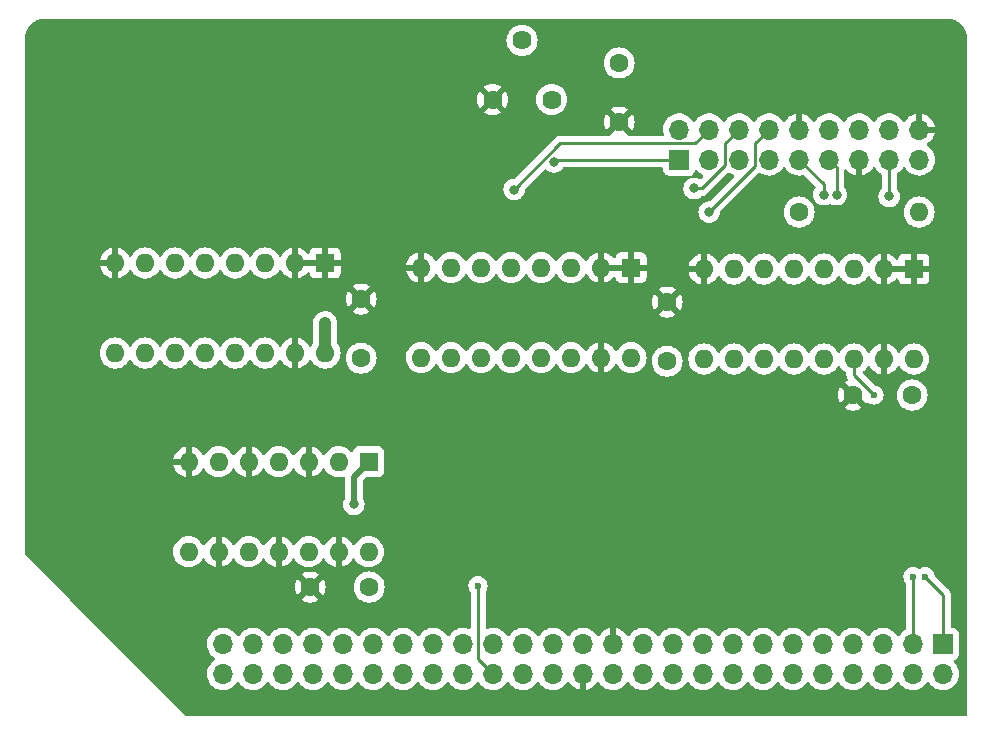
<source format=gbr>
%TF.GenerationSoftware,KiCad,Pcbnew,(6.0.2-0)*%
%TF.CreationDate,2022-08-21T14:39:21+02:00*%
%TF.ProjectId,lcd_board,6c63645f-626f-4617-9264-2e6b69636164,rev?*%
%TF.SameCoordinates,Original*%
%TF.FileFunction,Copper,L2,Bot*%
%TF.FilePolarity,Positive*%
%FSLAX46Y46*%
G04 Gerber Fmt 4.6, Leading zero omitted, Abs format (unit mm)*
G04 Created by KiCad (PCBNEW (6.0.2-0)) date 2022-08-21 14:39:21*
%MOMM*%
%LPD*%
G01*
G04 APERTURE LIST*
%TA.AperFunction,ComponentPad*%
%ADD10R,1.700000X1.700000*%
%TD*%
%TA.AperFunction,ComponentPad*%
%ADD11O,1.700000X1.700000*%
%TD*%
%TA.AperFunction,ComponentPad*%
%ADD12C,1.600000*%
%TD*%
%TA.AperFunction,ComponentPad*%
%ADD13O,1.600000X1.600000*%
%TD*%
%TA.AperFunction,ComponentPad*%
%ADD14C,1.620000*%
%TD*%
%TA.AperFunction,ComponentPad*%
%ADD15R,1.600000X1.600000*%
%TD*%
%TA.AperFunction,ViaPad*%
%ADD16C,0.800000*%
%TD*%
%TA.AperFunction,ViaPad*%
%ADD17C,0.600000*%
%TD*%
%TA.AperFunction,Conductor*%
%ADD18C,1.000000*%
%TD*%
%TA.AperFunction,Conductor*%
%ADD19C,0.250000*%
%TD*%
%TA.AperFunction,Conductor*%
%ADD20C,0.500000*%
%TD*%
G04 APERTURE END LIST*
D10*
%TO.P,J1,1,Pin_1*%
%TO.N,A0*%
X78232000Y6604000D03*
D11*
%TO.P,J1,2,Pin_2*%
%TO.N,D0*%
X78232000Y4064000D03*
%TO.P,J1,3,Pin_3*%
%TO.N,A1*%
X75692000Y6604000D03*
%TO.P,J1,4,Pin_4*%
%TO.N,D1*%
X75692000Y4064000D03*
%TO.P,J1,5,Pin_5*%
%TO.N,A2*%
X73152000Y6604000D03*
%TO.P,J1,6,Pin_6*%
%TO.N,D2*%
X73152000Y4064000D03*
%TO.P,J1,7,Pin_7*%
%TO.N,A3*%
X70612000Y6604000D03*
%TO.P,J1,8,Pin_8*%
%TO.N,D3*%
X70612000Y4064000D03*
%TO.P,J1,9,Pin_9*%
%TO.N,A4*%
X68072000Y6604000D03*
%TO.P,J1,10,Pin_10*%
%TO.N,D4*%
X68072000Y4064000D03*
%TO.P,J1,11,Pin_11*%
%TO.N,A5*%
X65532000Y6604000D03*
%TO.P,J1,12,Pin_12*%
%TO.N,D5*%
X65532000Y4064000D03*
%TO.P,J1,13,Pin_13*%
%TO.N,A6*%
X62992000Y6604000D03*
%TO.P,J1,14,Pin_14*%
%TO.N,D6*%
X62992000Y4064000D03*
%TO.P,J1,15,Pin_15*%
%TO.N,A7*%
X60452000Y6604000D03*
%TO.P,J1,16,Pin_16*%
%TO.N,D7*%
X60452000Y4064000D03*
%TO.P,J1,17,Pin_17*%
%TO.N,A8*%
X57912000Y6604000D03*
%TO.P,J1,18,Pin_18*%
%TO.N,EX0*%
X57912000Y4064000D03*
%TO.P,J1,19,Pin_19*%
%TO.N,A9*%
X55372000Y6604000D03*
%TO.P,J1,20,Pin_20*%
%TO.N,EX1*%
X55372000Y4064000D03*
%TO.P,J1,21,Pin_21*%
%TO.N,A10*%
X52832000Y6604000D03*
%TO.P,J1,22,Pin_22*%
%TO.N,~{SLOW}*%
X52832000Y4064000D03*
%TO.P,J1,23,Pin_23*%
%TO.N,GND*%
X50292000Y6604000D03*
%TO.P,J1,24,Pin_24*%
%TO.N,+5V*%
X50292000Y4064000D03*
%TO.P,J1,25,Pin_25*%
X47752000Y6604000D03*
%TO.P,J1,26,Pin_26*%
%TO.N,GND*%
X47752000Y4064000D03*
%TO.P,J1,27,Pin_27*%
%TO.N,A11*%
X45212000Y6604000D03*
%TO.P,J1,28,Pin_28*%
%TO.N,~{SSEL}*%
X45212000Y4064000D03*
%TO.P,J1,29,Pin_29*%
%TO.N,A12*%
X42672000Y6604000D03*
%TO.P,J1,30,Pin_30*%
%TO.N,~{INH}*%
X42672000Y4064000D03*
%TO.P,J1,31,Pin_31*%
%TO.N,A13*%
X40132000Y6604000D03*
%TO.P,J1,32,Pin_32*%
%TO.N,~{SLOT_SEL}*%
X40132000Y4064000D03*
%TO.P,J1,33,Pin_33*%
%TO.N,A14*%
X37592000Y6604000D03*
%TO.P,J1,34,Pin_34*%
%TO.N,LED1*%
X37592000Y4064000D03*
%TO.P,J1,35,Pin_35*%
%TO.N,A15*%
X35052000Y6604000D03*
%TO.P,J1,36,Pin_36*%
%TO.N,LED2*%
X35052000Y4064000D03*
%TO.P,J1,37,Pin_37*%
%TO.N,RDY*%
X32512000Y6604000D03*
%TO.P,J1,38,Pin_38*%
%TO.N,LED3*%
X32512000Y4064000D03*
%TO.P,J1,39,Pin_39*%
%TO.N,BE*%
X29972000Y6604000D03*
%TO.P,J1,40,Pin_40*%
%TO.N,LED4*%
X29972000Y4064000D03*
%TO.P,J1,41,Pin_41*%
%TO.N,CLK*%
X27432000Y6604000D03*
%TO.P,J1,42,Pin_42*%
%TO.N,CLK_12M*%
X27432000Y4064000D03*
%TO.P,J1,43,Pin_43*%
%TO.N,R~{W}*%
X24892000Y6604000D03*
%TO.P,J1,44,Pin_44*%
%TO.N,EX2*%
X24892000Y4064000D03*
%TO.P,J1,45,Pin_45*%
%TO.N,~{IRQ}*%
X22352000Y6604000D03*
%TO.P,J1,46,Pin_46*%
%TO.N,EX3*%
X22352000Y4064000D03*
%TO.P,J1,47,Pin_47*%
%TO.N,SYNC*%
X19812000Y6604000D03*
%TO.P,J1,48,Pin_48*%
%TO.N,~{SLOT_IRQ}*%
X19812000Y4064000D03*
%TO.P,J1,49,Pin_49*%
%TO.N,~{RESET}*%
X17272000Y6604000D03*
%TO.P,J1,50,Pin_50*%
%TO.N,~{NMI}*%
X17272000Y4064000D03*
%TD*%
D12*
%TO.P,C1,1*%
%TO.N,GND*%
X24638000Y11430000D03*
%TO.P,C1,2*%
%TO.N,+5V*%
X29638000Y11430000D03*
%TD*%
%TO.P,C2,1*%
%TO.N,GND*%
X28956000Y35814000D03*
%TO.P,C2,2*%
%TO.N,+5V*%
X28956000Y30814000D03*
%TD*%
%TO.P,C4,1*%
%TO.N,GND*%
X54864000Y35560000D03*
%TO.P,C4,2*%
%TO.N,+5V*%
X54864000Y30560000D03*
%TD*%
%TO.P,R1,1*%
%TO.N,+5V*%
X66040000Y43180000D03*
D13*
%TO.P,R1,2*%
%TO.N,/A*%
X76200000Y43180000D03*
%TD*%
D14*
%TO.P,RV1,1,1*%
%TO.N,+5V*%
X45085000Y52705000D03*
%TO.P,RV1,2,2*%
%TO.N,Net-(RV1-Pad2)*%
X42585000Y57705000D03*
%TO.P,RV1,3,3*%
%TO.N,GND*%
X40085000Y52705000D03*
%TD*%
D15*
%TO.P,U1,1*%
%TO.N,CLK*%
X29591000Y22034500D03*
D13*
%TO.P,U1,2*%
%TO.N,CLK_INV*%
X27051000Y22034500D03*
%TO.P,U1,3*%
%TO.N,GND*%
X24511000Y22034500D03*
%TO.P,U1,4*%
%TO.N,unconnected-(U1-Pad4)*%
X21971000Y22034500D03*
%TO.P,U1,5*%
%TO.N,GND*%
X19431000Y22034500D03*
%TO.P,U1,6*%
%TO.N,unconnected-(U1-Pad6)*%
X16891000Y22034500D03*
%TO.P,U1,7,GND*%
%TO.N,GND*%
X14351000Y22034500D03*
%TO.P,U1,8*%
%TO.N,unconnected-(U1-Pad8)*%
X14351000Y14414500D03*
%TO.P,U1,9*%
%TO.N,GND*%
X16891000Y14414500D03*
%TO.P,U1,10*%
%TO.N,unconnected-(U1-Pad10)*%
X19431000Y14414500D03*
%TO.P,U1,11*%
%TO.N,GND*%
X21971000Y14414500D03*
%TO.P,U1,12*%
%TO.N,unconnected-(U1-Pad12)*%
X24511000Y14414500D03*
%TO.P,U1,13*%
%TO.N,GND*%
X27051000Y14414500D03*
%TO.P,U1,14,VCC*%
%TO.N,+5V*%
X29591000Y14414500D03*
%TD*%
D15*
%TO.P,U2,1,Oe1*%
%TO.N,GND*%
X75755500Y38354000D03*
D13*
%TO.P,U2,2,Oe2*%
X73215500Y38354000D03*
%TO.P,U2,3,Q0*%
%TO.N,/RS*%
X70675500Y38354000D03*
%TO.P,U2,4,Q1*%
%TO.N,/E1*%
X68135500Y38354000D03*
%TO.P,U2,5,Q2*%
%TO.N,Net-(U2-Pad5)*%
X65595500Y38354000D03*
%TO.P,U2,6,Q3*%
%TO.N,unconnected-(U2-Pad6)*%
X63055500Y38354000D03*
%TO.P,U2,7,Cp*%
%TO.N,CLK_INV*%
X60515500Y38354000D03*
%TO.P,U2,8,GND*%
%TO.N,GND*%
X57975500Y38354000D03*
%TO.P,U2,9,E1*%
%TO.N,~{SLOT_SEL}*%
X57975500Y30734000D03*
%TO.P,U2,10,E2*%
X60515500Y30734000D03*
%TO.P,U2,11,D3*%
%TO.N,unconnected-(U2-Pad11)*%
X63055500Y30734000D03*
%TO.P,U2,12,D2*%
%TO.N,unconnected-(U2-Pad12)*%
X65595500Y30734000D03*
%TO.P,U2,13,D1*%
%TO.N,A0*%
X68135500Y30734000D03*
%TO.P,U2,14,D0*%
%TO.N,A1*%
X70675500Y30734000D03*
%TO.P,U2,15,Mr*%
%TO.N,GND*%
X73215500Y30734000D03*
%TO.P,U2,16,VCC*%
%TO.N,+5V*%
X75755500Y30734000D03*
%TD*%
D15*
%TO.P,U3,1,Oe1*%
%TO.N,GND*%
X51816000Y38481000D03*
D13*
%TO.P,U3,2,Oe2*%
X49276000Y38481000D03*
%TO.P,U3,3,Q0*%
%TO.N,/D_0*%
X46736000Y38481000D03*
%TO.P,U3,4,Q1*%
%TO.N,/D_1*%
X44196000Y38481000D03*
%TO.P,U3,5,Q2*%
%TO.N,/D_2*%
X41656000Y38481000D03*
%TO.P,U3,6,Q3*%
%TO.N,/D_3*%
X39116000Y38481000D03*
%TO.P,U3,7,Cp*%
%TO.N,CLK_INV*%
X36576000Y38481000D03*
%TO.P,U3,8,GND*%
%TO.N,GND*%
X34036000Y38481000D03*
%TO.P,U3,9,E1*%
%TO.N,~{SLOT_SEL}*%
X34036000Y30861000D03*
%TO.P,U3,10,E2*%
X36576000Y30861000D03*
%TO.P,U3,11,D3*%
%TO.N,D3*%
X39116000Y30861000D03*
%TO.P,U3,12,D2*%
%TO.N,D2*%
X41656000Y30861000D03*
%TO.P,U3,13,D1*%
%TO.N,D1*%
X44196000Y30861000D03*
%TO.P,U3,14,D0*%
%TO.N,D0*%
X46736000Y30861000D03*
%TO.P,U3,15,Mr*%
%TO.N,GND*%
X49276000Y30861000D03*
%TO.P,U3,16,VCC*%
%TO.N,+5V*%
X51816000Y30861000D03*
%TD*%
D15*
%TO.P,U4,1,Oe1*%
%TO.N,GND*%
X25908000Y38862000D03*
D13*
%TO.P,U4,2,Oe2*%
X23368000Y38862000D03*
%TO.P,U4,3,Q0*%
%TO.N,/D_4*%
X20828000Y38862000D03*
%TO.P,U4,4,Q1*%
%TO.N,/D_5*%
X18288000Y38862000D03*
%TO.P,U4,5,Q2*%
%TO.N,/D_6*%
X15748000Y38862000D03*
%TO.P,U4,6,Q3*%
%TO.N,/D_7*%
X13208000Y38862000D03*
%TO.P,U4,7,Cp*%
%TO.N,CLK_INV*%
X10668000Y38862000D03*
%TO.P,U4,8,GND*%
%TO.N,GND*%
X8128000Y38862000D03*
%TO.P,U4,9,E1*%
%TO.N,~{SLOT_SEL}*%
X8128000Y31242000D03*
%TO.P,U4,10,E2*%
X10668000Y31242000D03*
%TO.P,U4,11,D3*%
%TO.N,D7*%
X13208000Y31242000D03*
%TO.P,U4,12,D2*%
%TO.N,D6*%
X15748000Y31242000D03*
%TO.P,U4,13,D1*%
%TO.N,D5*%
X18288000Y31242000D03*
%TO.P,U4,14,D0*%
%TO.N,D4*%
X20828000Y31242000D03*
%TO.P,U4,15,Mr*%
%TO.N,GND*%
X23368000Y31242000D03*
%TO.P,U4,16,VCC*%
%TO.N,+5V*%
X25908000Y31242000D03*
%TD*%
D12*
%TO.P,C5,1*%
%TO.N,GND*%
X50800000Y50800000D03*
%TO.P,C5,2*%
%TO.N,+5V*%
X50800000Y55800000D03*
%TD*%
%TO.P,C3,1*%
%TO.N,GND*%
X70612000Y27686000D03*
%TO.P,C3,2*%
%TO.N,+5V*%
X75612000Y27686000D03*
%TD*%
D10*
%TO.P,J2,1,Pin_1*%
%TO.N,/D_7*%
X55880000Y47625000D03*
D11*
%TO.P,J2,2,Pin_2*%
%TO.N,/D_6*%
X55880000Y50165000D03*
%TO.P,J2,3,Pin_3*%
%TO.N,/D_5*%
X58420000Y47625000D03*
%TO.P,J2,4,Pin_4*%
%TO.N,/D_4*%
X58420000Y50165000D03*
%TO.P,J2,5,Pin_5*%
%TO.N,/D_3*%
X60960000Y47625000D03*
%TO.P,J2,6,Pin_6*%
%TO.N,/D_2*%
X60960000Y50165000D03*
%TO.P,J2,7,Pin_7*%
%TO.N,/D_1*%
X63500000Y47625000D03*
%TO.P,J2,8,Pin_8*%
%TO.N,/D_0*%
X63500000Y50165000D03*
%TO.P,J2,9,Pin_9*%
%TO.N,/E1*%
X66040000Y47625000D03*
%TO.P,J2,10,Pin_10*%
%TO.N,GND*%
X66040000Y50165000D03*
%TO.P,J2,11,Pin_11*%
%TO.N,/RS*%
X68580000Y47625000D03*
%TO.P,J2,12,Pin_12*%
%TO.N,Net-(RV1-Pad2)*%
X68580000Y50165000D03*
%TO.P,J2,13,Pin_13*%
%TO.N,GND*%
X71120000Y47625000D03*
%TO.P,J2,14,Pin_14*%
%TO.N,+5V*%
X71120000Y50165000D03*
%TO.P,J2,15,Pin_15*%
%TO.N,Net-(U2-Pad5)*%
X73660000Y47625000D03*
%TO.P,J2,16,Pin_16*%
%TO.N,unconnected-(J2-Pad16)*%
X73660000Y50165000D03*
%TO.P,J2,17,Pin_17*%
%TO.N,/A*%
X76200000Y47625000D03*
%TO.P,J2,18,Pin_18*%
%TO.N,GND*%
X76200000Y50165000D03*
%TD*%
D16*
%TO.N,+5V*%
X25908000Y33782000D03*
D17*
%TO.N,A1*%
X75692000Y12319000D03*
X72390000Y27686000D03*
%TO.N,A0*%
X76708000Y12319000D03*
D16*
%TO.N,CLK*%
X28339999Y18433999D03*
D17*
%TO.N,~{SLOT_SEL}*%
X38862000Y11556998D03*
D16*
%TO.N,/E1*%
X68135500Y44640500D03*
%TO.N,Net-(U2-Pad5)*%
X73660000Y44495011D03*
%TO.N,/RS*%
X69215000Y44640500D03*
%TO.N,/D_7*%
X45279799Y47430201D03*
%TO.N,/D_4*%
X41910000Y45085000D03*
%TO.N,/D_2*%
X57150000Y45174500D03*
%TO.N,/D_0*%
X58420000Y43180000D03*
%TD*%
D18*
%TO.N,+5V*%
X25908000Y31242000D02*
X25908000Y33782000D01*
D19*
%TO.N,A1*%
X70675500Y29400500D02*
X72390000Y27686000D01*
X70675500Y30734000D02*
X70675500Y29400500D01*
X75692000Y12319000D02*
X75692000Y6604000D01*
%TO.N,A0*%
X78232000Y10795000D02*
X76708000Y12319000D01*
X78232000Y6604000D02*
X78232000Y10795000D01*
D20*
%TO.N,CLK*%
X28339999Y18433999D02*
X28339999Y20783499D01*
X28339999Y20783499D02*
X29591000Y22034500D01*
D19*
%TO.N,~{SLOT_SEL}*%
X40132000Y4064000D02*
X38862000Y5334000D01*
X38862000Y5334000D02*
X38862000Y11556998D01*
%TO.N,/E1*%
X68135500Y45529500D02*
X66040000Y47625000D01*
X68135500Y44640500D02*
X68135500Y45529500D01*
%TO.N,Net-(U2-Pad5)*%
X73660000Y47625000D02*
X73660000Y44495011D01*
%TO.N,/RS*%
X69215000Y46990000D02*
X69215000Y44640500D01*
X68580000Y47625000D02*
X69215000Y46990000D01*
%TO.N,/D_7*%
X55880000Y47625000D02*
X45474598Y47625000D01*
X45474598Y47625000D02*
X45279799Y47430201D01*
%TO.N,/D_4*%
X57245489Y48990489D02*
X58420000Y50165000D01*
X45815489Y48990489D02*
X57245489Y48990489D01*
X41910000Y45085000D02*
X45815489Y48990489D01*
%TO.N,/D_2*%
X59785489Y47174989D02*
X57785000Y45174500D01*
X59785489Y48990489D02*
X59785489Y47174989D01*
X57785000Y45174500D02*
X57150000Y45174500D01*
X60960000Y50165000D02*
X59785489Y48990489D01*
%TO.N,/D_0*%
X62325489Y48990489D02*
X63500000Y50165000D01*
X62325489Y47085489D02*
X62325489Y48990489D01*
X58420000Y43180000D02*
X62325489Y47085489D01*
%TD*%
%TA.AperFunction,Conductor*%
%TO.N,GND*%
G36*
X78583056Y59561500D02*
G01*
X78584496Y59561276D01*
X78597858Y59559195D01*
X78597861Y59559195D01*
X78606730Y59557814D01*
X78615632Y59558978D01*
X78615634Y59558978D01*
X78619174Y59559441D01*
X78621957Y59559805D01*
X78647279Y59560548D01*
X78800829Y59549566D01*
X78838971Y59546838D01*
X78856765Y59544280D01*
X79069337Y59498038D01*
X79086586Y59492973D01*
X79139298Y59473313D01*
X79290414Y59416950D01*
X79306761Y59409484D01*
X79497692Y59305227D01*
X79512815Y59295508D01*
X79686965Y59165141D01*
X79700551Y59153368D01*
X79854368Y58999551D01*
X79866141Y58985965D01*
X79996508Y58811815D01*
X80006227Y58796692D01*
X80110484Y58605761D01*
X80117950Y58589414D01*
X80148913Y58506398D01*
X80193973Y58385586D01*
X80199038Y58368337D01*
X80245280Y58155765D01*
X80247838Y58137971D01*
X80261041Y57953372D01*
X80260297Y57935468D01*
X80260195Y57927142D01*
X80258814Y57918270D01*
X80259978Y57909368D01*
X80259978Y57909365D01*
X80262936Y57886749D01*
X80264000Y57870411D01*
X80264000Y634000D01*
X80243998Y565879D01*
X80190342Y519386D01*
X80138000Y508000D01*
X14232610Y508000D01*
X14164489Y528002D01*
X14143515Y544905D01*
X10591115Y4097305D01*
X15909251Y4097305D01*
X15909548Y4092152D01*
X15909548Y4092149D01*
X15915011Y3997410D01*
X15922110Y3874285D01*
X15923247Y3869239D01*
X15923248Y3869233D01*
X15943119Y3781061D01*
X15971222Y3656361D01*
X16055266Y3449384D01*
X16106019Y3366562D01*
X16169291Y3263312D01*
X16171987Y3258912D01*
X16318250Y3090062D01*
X16490126Y2947368D01*
X16683000Y2834662D01*
X16891692Y2754970D01*
X16896760Y2753939D01*
X16896763Y2753938D01*
X16991862Y2734590D01*
X17110597Y2710433D01*
X17115772Y2710243D01*
X17115774Y2710243D01*
X17328673Y2702436D01*
X17328677Y2702436D01*
X17333837Y2702247D01*
X17338957Y2702903D01*
X17338959Y2702903D01*
X17550288Y2729975D01*
X17550289Y2729975D01*
X17555416Y2730632D01*
X17560366Y2732117D01*
X17764429Y2793339D01*
X17764434Y2793341D01*
X17769384Y2794826D01*
X17969994Y2893104D01*
X18151860Y3022827D01*
X18310096Y3180511D01*
X18369594Y3263311D01*
X18440453Y3361923D01*
X18441776Y3360972D01*
X18488645Y3404143D01*
X18558580Y3416375D01*
X18624026Y3388856D01*
X18651875Y3357006D01*
X18711987Y3258912D01*
X18858250Y3090062D01*
X19030126Y2947368D01*
X19223000Y2834662D01*
X19431692Y2754970D01*
X19436760Y2753939D01*
X19436763Y2753938D01*
X19531862Y2734590D01*
X19650597Y2710433D01*
X19655772Y2710243D01*
X19655774Y2710243D01*
X19868673Y2702436D01*
X19868677Y2702436D01*
X19873837Y2702247D01*
X19878957Y2702903D01*
X19878959Y2702903D01*
X20090288Y2729975D01*
X20090289Y2729975D01*
X20095416Y2730632D01*
X20100366Y2732117D01*
X20304429Y2793339D01*
X20304434Y2793341D01*
X20309384Y2794826D01*
X20509994Y2893104D01*
X20691860Y3022827D01*
X20850096Y3180511D01*
X20909594Y3263311D01*
X20980453Y3361923D01*
X20981776Y3360972D01*
X21028645Y3404143D01*
X21098580Y3416375D01*
X21164026Y3388856D01*
X21191875Y3357006D01*
X21251987Y3258912D01*
X21398250Y3090062D01*
X21570126Y2947368D01*
X21763000Y2834662D01*
X21971692Y2754970D01*
X21976760Y2753939D01*
X21976763Y2753938D01*
X22071862Y2734590D01*
X22190597Y2710433D01*
X22195772Y2710243D01*
X22195774Y2710243D01*
X22408673Y2702436D01*
X22408677Y2702436D01*
X22413837Y2702247D01*
X22418957Y2702903D01*
X22418959Y2702903D01*
X22630288Y2729975D01*
X22630289Y2729975D01*
X22635416Y2730632D01*
X22640366Y2732117D01*
X22844429Y2793339D01*
X22844434Y2793341D01*
X22849384Y2794826D01*
X23049994Y2893104D01*
X23231860Y3022827D01*
X23390096Y3180511D01*
X23449594Y3263311D01*
X23520453Y3361923D01*
X23521776Y3360972D01*
X23568645Y3404143D01*
X23638580Y3416375D01*
X23704026Y3388856D01*
X23731875Y3357006D01*
X23791987Y3258912D01*
X23938250Y3090062D01*
X24110126Y2947368D01*
X24303000Y2834662D01*
X24511692Y2754970D01*
X24516760Y2753939D01*
X24516763Y2753938D01*
X24611862Y2734590D01*
X24730597Y2710433D01*
X24735772Y2710243D01*
X24735774Y2710243D01*
X24948673Y2702436D01*
X24948677Y2702436D01*
X24953837Y2702247D01*
X24958957Y2702903D01*
X24958959Y2702903D01*
X25170288Y2729975D01*
X25170289Y2729975D01*
X25175416Y2730632D01*
X25180366Y2732117D01*
X25384429Y2793339D01*
X25384434Y2793341D01*
X25389384Y2794826D01*
X25589994Y2893104D01*
X25771860Y3022827D01*
X25930096Y3180511D01*
X25989594Y3263311D01*
X26060453Y3361923D01*
X26061776Y3360972D01*
X26108645Y3404143D01*
X26178580Y3416375D01*
X26244026Y3388856D01*
X26271875Y3357006D01*
X26331987Y3258912D01*
X26478250Y3090062D01*
X26650126Y2947368D01*
X26843000Y2834662D01*
X27051692Y2754970D01*
X27056760Y2753939D01*
X27056763Y2753938D01*
X27151862Y2734590D01*
X27270597Y2710433D01*
X27275772Y2710243D01*
X27275774Y2710243D01*
X27488673Y2702436D01*
X27488677Y2702436D01*
X27493837Y2702247D01*
X27498957Y2702903D01*
X27498959Y2702903D01*
X27710288Y2729975D01*
X27710289Y2729975D01*
X27715416Y2730632D01*
X27720366Y2732117D01*
X27924429Y2793339D01*
X27924434Y2793341D01*
X27929384Y2794826D01*
X28129994Y2893104D01*
X28311860Y3022827D01*
X28470096Y3180511D01*
X28529594Y3263311D01*
X28600453Y3361923D01*
X28601776Y3360972D01*
X28648645Y3404143D01*
X28718580Y3416375D01*
X28784026Y3388856D01*
X28811875Y3357006D01*
X28871987Y3258912D01*
X29018250Y3090062D01*
X29190126Y2947368D01*
X29383000Y2834662D01*
X29591692Y2754970D01*
X29596760Y2753939D01*
X29596763Y2753938D01*
X29691862Y2734590D01*
X29810597Y2710433D01*
X29815772Y2710243D01*
X29815774Y2710243D01*
X30028673Y2702436D01*
X30028677Y2702436D01*
X30033837Y2702247D01*
X30038957Y2702903D01*
X30038959Y2702903D01*
X30250288Y2729975D01*
X30250289Y2729975D01*
X30255416Y2730632D01*
X30260366Y2732117D01*
X30464429Y2793339D01*
X30464434Y2793341D01*
X30469384Y2794826D01*
X30669994Y2893104D01*
X30851860Y3022827D01*
X31010096Y3180511D01*
X31069594Y3263311D01*
X31140453Y3361923D01*
X31141776Y3360972D01*
X31188645Y3404143D01*
X31258580Y3416375D01*
X31324026Y3388856D01*
X31351875Y3357006D01*
X31411987Y3258912D01*
X31558250Y3090062D01*
X31730126Y2947368D01*
X31923000Y2834662D01*
X32131692Y2754970D01*
X32136760Y2753939D01*
X32136763Y2753938D01*
X32231862Y2734590D01*
X32350597Y2710433D01*
X32355772Y2710243D01*
X32355774Y2710243D01*
X32568673Y2702436D01*
X32568677Y2702436D01*
X32573837Y2702247D01*
X32578957Y2702903D01*
X32578959Y2702903D01*
X32790288Y2729975D01*
X32790289Y2729975D01*
X32795416Y2730632D01*
X32800366Y2732117D01*
X33004429Y2793339D01*
X33004434Y2793341D01*
X33009384Y2794826D01*
X33209994Y2893104D01*
X33391860Y3022827D01*
X33550096Y3180511D01*
X33609594Y3263311D01*
X33680453Y3361923D01*
X33681776Y3360972D01*
X33728645Y3404143D01*
X33798580Y3416375D01*
X33864026Y3388856D01*
X33891875Y3357006D01*
X33951987Y3258912D01*
X34098250Y3090062D01*
X34270126Y2947368D01*
X34463000Y2834662D01*
X34671692Y2754970D01*
X34676760Y2753939D01*
X34676763Y2753938D01*
X34771862Y2734590D01*
X34890597Y2710433D01*
X34895772Y2710243D01*
X34895774Y2710243D01*
X35108673Y2702436D01*
X35108677Y2702436D01*
X35113837Y2702247D01*
X35118957Y2702903D01*
X35118959Y2702903D01*
X35330288Y2729975D01*
X35330289Y2729975D01*
X35335416Y2730632D01*
X35340366Y2732117D01*
X35544429Y2793339D01*
X35544434Y2793341D01*
X35549384Y2794826D01*
X35749994Y2893104D01*
X35931860Y3022827D01*
X36090096Y3180511D01*
X36149594Y3263311D01*
X36220453Y3361923D01*
X36221776Y3360972D01*
X36268645Y3404143D01*
X36338580Y3416375D01*
X36404026Y3388856D01*
X36431875Y3357006D01*
X36491987Y3258912D01*
X36638250Y3090062D01*
X36810126Y2947368D01*
X37003000Y2834662D01*
X37211692Y2754970D01*
X37216760Y2753939D01*
X37216763Y2753938D01*
X37311862Y2734590D01*
X37430597Y2710433D01*
X37435772Y2710243D01*
X37435774Y2710243D01*
X37648673Y2702436D01*
X37648677Y2702436D01*
X37653837Y2702247D01*
X37658957Y2702903D01*
X37658959Y2702903D01*
X37870288Y2729975D01*
X37870289Y2729975D01*
X37875416Y2730632D01*
X37880366Y2732117D01*
X38084429Y2793339D01*
X38084434Y2793341D01*
X38089384Y2794826D01*
X38289994Y2893104D01*
X38471860Y3022827D01*
X38630096Y3180511D01*
X38689594Y3263311D01*
X38760453Y3361923D01*
X38761776Y3360972D01*
X38808645Y3404143D01*
X38878580Y3416375D01*
X38944026Y3388856D01*
X38971875Y3357006D01*
X39031987Y3258912D01*
X39178250Y3090062D01*
X39350126Y2947368D01*
X39543000Y2834662D01*
X39751692Y2754970D01*
X39756760Y2753939D01*
X39756763Y2753938D01*
X39851862Y2734590D01*
X39970597Y2710433D01*
X39975772Y2710243D01*
X39975774Y2710243D01*
X40188673Y2702436D01*
X40188677Y2702436D01*
X40193837Y2702247D01*
X40198957Y2702903D01*
X40198959Y2702903D01*
X40410288Y2729975D01*
X40410289Y2729975D01*
X40415416Y2730632D01*
X40420366Y2732117D01*
X40624429Y2793339D01*
X40624434Y2793341D01*
X40629384Y2794826D01*
X40829994Y2893104D01*
X41011860Y3022827D01*
X41170096Y3180511D01*
X41229594Y3263311D01*
X41300453Y3361923D01*
X41301776Y3360972D01*
X41348645Y3404143D01*
X41418580Y3416375D01*
X41484026Y3388856D01*
X41511875Y3357006D01*
X41571987Y3258912D01*
X41718250Y3090062D01*
X41890126Y2947368D01*
X42083000Y2834662D01*
X42291692Y2754970D01*
X42296760Y2753939D01*
X42296763Y2753938D01*
X42391862Y2734590D01*
X42510597Y2710433D01*
X42515772Y2710243D01*
X42515774Y2710243D01*
X42728673Y2702436D01*
X42728677Y2702436D01*
X42733837Y2702247D01*
X42738957Y2702903D01*
X42738959Y2702903D01*
X42950288Y2729975D01*
X42950289Y2729975D01*
X42955416Y2730632D01*
X42960366Y2732117D01*
X43164429Y2793339D01*
X43164434Y2793341D01*
X43169384Y2794826D01*
X43369994Y2893104D01*
X43551860Y3022827D01*
X43710096Y3180511D01*
X43769594Y3263311D01*
X43840453Y3361923D01*
X43841776Y3360972D01*
X43888645Y3404143D01*
X43958580Y3416375D01*
X44024026Y3388856D01*
X44051875Y3357006D01*
X44111987Y3258912D01*
X44258250Y3090062D01*
X44430126Y2947368D01*
X44623000Y2834662D01*
X44831692Y2754970D01*
X44836760Y2753939D01*
X44836763Y2753938D01*
X44931862Y2734590D01*
X45050597Y2710433D01*
X45055772Y2710243D01*
X45055774Y2710243D01*
X45268673Y2702436D01*
X45268677Y2702436D01*
X45273837Y2702247D01*
X45278957Y2702903D01*
X45278959Y2702903D01*
X45490288Y2729975D01*
X45490289Y2729975D01*
X45495416Y2730632D01*
X45500366Y2732117D01*
X45704429Y2793339D01*
X45704434Y2793341D01*
X45709384Y2794826D01*
X45909994Y2893104D01*
X46091860Y3022827D01*
X46250096Y3180511D01*
X46309594Y3263311D01*
X46380453Y3361923D01*
X46381640Y3361070D01*
X46428960Y3404638D01*
X46498897Y3416855D01*
X46564338Y3389322D01*
X46592166Y3357489D01*
X46649694Y3263612D01*
X46655777Y3255301D01*
X46795213Y3094333D01*
X46802580Y3087117D01*
X46966434Y2951084D01*
X46974881Y2945169D01*
X47158756Y2837721D01*
X47168042Y2833271D01*
X47367001Y2757297D01*
X47376899Y2754421D01*
X47480250Y2733394D01*
X47494299Y2734590D01*
X47498000Y2744935D01*
X47498000Y4192000D01*
X47518002Y4260121D01*
X47571658Y4306614D01*
X47624000Y4318000D01*
X47880000Y4318000D01*
X47948121Y4297998D01*
X47994614Y4244342D01*
X48006000Y4192000D01*
X48006000Y2745483D01*
X48010064Y2731641D01*
X48023478Y2729607D01*
X48030184Y2730466D01*
X48040262Y2732608D01*
X48244255Y2793809D01*
X48253842Y2797567D01*
X48445095Y2891261D01*
X48453945Y2896536D01*
X48627328Y3020208D01*
X48635200Y3026861D01*
X48786052Y3177188D01*
X48792730Y3185035D01*
X48920022Y3362181D01*
X48921279Y3361278D01*
X48968373Y3404638D01*
X49038311Y3416855D01*
X49103751Y3389322D01*
X49131579Y3357489D01*
X49191987Y3258912D01*
X49338250Y3090062D01*
X49510126Y2947368D01*
X49703000Y2834662D01*
X49911692Y2754970D01*
X49916760Y2753939D01*
X49916763Y2753938D01*
X50011862Y2734590D01*
X50130597Y2710433D01*
X50135772Y2710243D01*
X50135774Y2710243D01*
X50348673Y2702436D01*
X50348677Y2702436D01*
X50353837Y2702247D01*
X50358957Y2702903D01*
X50358959Y2702903D01*
X50570288Y2729975D01*
X50570289Y2729975D01*
X50575416Y2730632D01*
X50580366Y2732117D01*
X50784429Y2793339D01*
X50784434Y2793341D01*
X50789384Y2794826D01*
X50989994Y2893104D01*
X51171860Y3022827D01*
X51330096Y3180511D01*
X51389594Y3263311D01*
X51460453Y3361923D01*
X51461776Y3360972D01*
X51508645Y3404143D01*
X51578580Y3416375D01*
X51644026Y3388856D01*
X51671875Y3357006D01*
X51731987Y3258912D01*
X51878250Y3090062D01*
X52050126Y2947368D01*
X52243000Y2834662D01*
X52451692Y2754970D01*
X52456760Y2753939D01*
X52456763Y2753938D01*
X52551862Y2734590D01*
X52670597Y2710433D01*
X52675772Y2710243D01*
X52675774Y2710243D01*
X52888673Y2702436D01*
X52888677Y2702436D01*
X52893837Y2702247D01*
X52898957Y2702903D01*
X52898959Y2702903D01*
X53110288Y2729975D01*
X53110289Y2729975D01*
X53115416Y2730632D01*
X53120366Y2732117D01*
X53324429Y2793339D01*
X53324434Y2793341D01*
X53329384Y2794826D01*
X53529994Y2893104D01*
X53711860Y3022827D01*
X53870096Y3180511D01*
X53929594Y3263311D01*
X54000453Y3361923D01*
X54001776Y3360972D01*
X54048645Y3404143D01*
X54118580Y3416375D01*
X54184026Y3388856D01*
X54211875Y3357006D01*
X54271987Y3258912D01*
X54418250Y3090062D01*
X54590126Y2947368D01*
X54783000Y2834662D01*
X54991692Y2754970D01*
X54996760Y2753939D01*
X54996763Y2753938D01*
X55091862Y2734590D01*
X55210597Y2710433D01*
X55215772Y2710243D01*
X55215774Y2710243D01*
X55428673Y2702436D01*
X55428677Y2702436D01*
X55433837Y2702247D01*
X55438957Y2702903D01*
X55438959Y2702903D01*
X55650288Y2729975D01*
X55650289Y2729975D01*
X55655416Y2730632D01*
X55660366Y2732117D01*
X55864429Y2793339D01*
X55864434Y2793341D01*
X55869384Y2794826D01*
X56069994Y2893104D01*
X56251860Y3022827D01*
X56410096Y3180511D01*
X56469594Y3263311D01*
X56540453Y3361923D01*
X56541776Y3360972D01*
X56588645Y3404143D01*
X56658580Y3416375D01*
X56724026Y3388856D01*
X56751875Y3357006D01*
X56811987Y3258912D01*
X56958250Y3090062D01*
X57130126Y2947368D01*
X57323000Y2834662D01*
X57531692Y2754970D01*
X57536760Y2753939D01*
X57536763Y2753938D01*
X57631862Y2734590D01*
X57750597Y2710433D01*
X57755772Y2710243D01*
X57755774Y2710243D01*
X57968673Y2702436D01*
X57968677Y2702436D01*
X57973837Y2702247D01*
X57978957Y2702903D01*
X57978959Y2702903D01*
X58190288Y2729975D01*
X58190289Y2729975D01*
X58195416Y2730632D01*
X58200366Y2732117D01*
X58404429Y2793339D01*
X58404434Y2793341D01*
X58409384Y2794826D01*
X58609994Y2893104D01*
X58791860Y3022827D01*
X58950096Y3180511D01*
X59009594Y3263311D01*
X59080453Y3361923D01*
X59081776Y3360972D01*
X59128645Y3404143D01*
X59198580Y3416375D01*
X59264026Y3388856D01*
X59291875Y3357006D01*
X59351987Y3258912D01*
X59498250Y3090062D01*
X59670126Y2947368D01*
X59863000Y2834662D01*
X60071692Y2754970D01*
X60076760Y2753939D01*
X60076763Y2753938D01*
X60171862Y2734590D01*
X60290597Y2710433D01*
X60295772Y2710243D01*
X60295774Y2710243D01*
X60508673Y2702436D01*
X60508677Y2702436D01*
X60513837Y2702247D01*
X60518957Y2702903D01*
X60518959Y2702903D01*
X60730288Y2729975D01*
X60730289Y2729975D01*
X60735416Y2730632D01*
X60740366Y2732117D01*
X60944429Y2793339D01*
X60944434Y2793341D01*
X60949384Y2794826D01*
X61149994Y2893104D01*
X61331860Y3022827D01*
X61490096Y3180511D01*
X61549594Y3263311D01*
X61620453Y3361923D01*
X61621776Y3360972D01*
X61668645Y3404143D01*
X61738580Y3416375D01*
X61804026Y3388856D01*
X61831875Y3357006D01*
X61891987Y3258912D01*
X62038250Y3090062D01*
X62210126Y2947368D01*
X62403000Y2834662D01*
X62611692Y2754970D01*
X62616760Y2753939D01*
X62616763Y2753938D01*
X62711862Y2734590D01*
X62830597Y2710433D01*
X62835772Y2710243D01*
X62835774Y2710243D01*
X63048673Y2702436D01*
X63048677Y2702436D01*
X63053837Y2702247D01*
X63058957Y2702903D01*
X63058959Y2702903D01*
X63270288Y2729975D01*
X63270289Y2729975D01*
X63275416Y2730632D01*
X63280366Y2732117D01*
X63484429Y2793339D01*
X63484434Y2793341D01*
X63489384Y2794826D01*
X63689994Y2893104D01*
X63871860Y3022827D01*
X64030096Y3180511D01*
X64089594Y3263311D01*
X64160453Y3361923D01*
X64161776Y3360972D01*
X64208645Y3404143D01*
X64278580Y3416375D01*
X64344026Y3388856D01*
X64371875Y3357006D01*
X64431987Y3258912D01*
X64578250Y3090062D01*
X64750126Y2947368D01*
X64943000Y2834662D01*
X65151692Y2754970D01*
X65156760Y2753939D01*
X65156763Y2753938D01*
X65251862Y2734590D01*
X65370597Y2710433D01*
X65375772Y2710243D01*
X65375774Y2710243D01*
X65588673Y2702436D01*
X65588677Y2702436D01*
X65593837Y2702247D01*
X65598957Y2702903D01*
X65598959Y2702903D01*
X65810288Y2729975D01*
X65810289Y2729975D01*
X65815416Y2730632D01*
X65820366Y2732117D01*
X66024429Y2793339D01*
X66024434Y2793341D01*
X66029384Y2794826D01*
X66229994Y2893104D01*
X66411860Y3022827D01*
X66570096Y3180511D01*
X66629594Y3263311D01*
X66700453Y3361923D01*
X66701776Y3360972D01*
X66748645Y3404143D01*
X66818580Y3416375D01*
X66884026Y3388856D01*
X66911875Y3357006D01*
X66971987Y3258912D01*
X67118250Y3090062D01*
X67290126Y2947368D01*
X67483000Y2834662D01*
X67691692Y2754970D01*
X67696760Y2753939D01*
X67696763Y2753938D01*
X67791862Y2734590D01*
X67910597Y2710433D01*
X67915772Y2710243D01*
X67915774Y2710243D01*
X68128673Y2702436D01*
X68128677Y2702436D01*
X68133837Y2702247D01*
X68138957Y2702903D01*
X68138959Y2702903D01*
X68350288Y2729975D01*
X68350289Y2729975D01*
X68355416Y2730632D01*
X68360366Y2732117D01*
X68564429Y2793339D01*
X68564434Y2793341D01*
X68569384Y2794826D01*
X68769994Y2893104D01*
X68951860Y3022827D01*
X69110096Y3180511D01*
X69169594Y3263311D01*
X69240453Y3361923D01*
X69241776Y3360972D01*
X69288645Y3404143D01*
X69358580Y3416375D01*
X69424026Y3388856D01*
X69451875Y3357006D01*
X69511987Y3258912D01*
X69658250Y3090062D01*
X69830126Y2947368D01*
X70023000Y2834662D01*
X70231692Y2754970D01*
X70236760Y2753939D01*
X70236763Y2753938D01*
X70331862Y2734590D01*
X70450597Y2710433D01*
X70455772Y2710243D01*
X70455774Y2710243D01*
X70668673Y2702436D01*
X70668677Y2702436D01*
X70673837Y2702247D01*
X70678957Y2702903D01*
X70678959Y2702903D01*
X70890288Y2729975D01*
X70890289Y2729975D01*
X70895416Y2730632D01*
X70900366Y2732117D01*
X71104429Y2793339D01*
X71104434Y2793341D01*
X71109384Y2794826D01*
X71309994Y2893104D01*
X71491860Y3022827D01*
X71650096Y3180511D01*
X71709594Y3263311D01*
X71780453Y3361923D01*
X71781776Y3360972D01*
X71828645Y3404143D01*
X71898580Y3416375D01*
X71964026Y3388856D01*
X71991875Y3357006D01*
X72051987Y3258912D01*
X72198250Y3090062D01*
X72370126Y2947368D01*
X72563000Y2834662D01*
X72771692Y2754970D01*
X72776760Y2753939D01*
X72776763Y2753938D01*
X72871862Y2734590D01*
X72990597Y2710433D01*
X72995772Y2710243D01*
X72995774Y2710243D01*
X73208673Y2702436D01*
X73208677Y2702436D01*
X73213837Y2702247D01*
X73218957Y2702903D01*
X73218959Y2702903D01*
X73430288Y2729975D01*
X73430289Y2729975D01*
X73435416Y2730632D01*
X73440366Y2732117D01*
X73644429Y2793339D01*
X73644434Y2793341D01*
X73649384Y2794826D01*
X73849994Y2893104D01*
X74031860Y3022827D01*
X74190096Y3180511D01*
X74249594Y3263311D01*
X74320453Y3361923D01*
X74321776Y3360972D01*
X74368645Y3404143D01*
X74438580Y3416375D01*
X74504026Y3388856D01*
X74531875Y3357006D01*
X74591987Y3258912D01*
X74738250Y3090062D01*
X74910126Y2947368D01*
X75103000Y2834662D01*
X75311692Y2754970D01*
X75316760Y2753939D01*
X75316763Y2753938D01*
X75411862Y2734590D01*
X75530597Y2710433D01*
X75535772Y2710243D01*
X75535774Y2710243D01*
X75748673Y2702436D01*
X75748677Y2702436D01*
X75753837Y2702247D01*
X75758957Y2702903D01*
X75758959Y2702903D01*
X75970288Y2729975D01*
X75970289Y2729975D01*
X75975416Y2730632D01*
X75980366Y2732117D01*
X76184429Y2793339D01*
X76184434Y2793341D01*
X76189384Y2794826D01*
X76389994Y2893104D01*
X76571860Y3022827D01*
X76730096Y3180511D01*
X76789594Y3263311D01*
X76860453Y3361923D01*
X76861776Y3360972D01*
X76908645Y3404143D01*
X76978580Y3416375D01*
X77044026Y3388856D01*
X77071875Y3357006D01*
X77131987Y3258912D01*
X77278250Y3090062D01*
X77450126Y2947368D01*
X77643000Y2834662D01*
X77851692Y2754970D01*
X77856760Y2753939D01*
X77856763Y2753938D01*
X77951862Y2734590D01*
X78070597Y2710433D01*
X78075772Y2710243D01*
X78075774Y2710243D01*
X78288673Y2702436D01*
X78288677Y2702436D01*
X78293837Y2702247D01*
X78298957Y2702903D01*
X78298959Y2702903D01*
X78510288Y2729975D01*
X78510289Y2729975D01*
X78515416Y2730632D01*
X78520366Y2732117D01*
X78724429Y2793339D01*
X78724434Y2793341D01*
X78729384Y2794826D01*
X78929994Y2893104D01*
X79111860Y3022827D01*
X79270096Y3180511D01*
X79329594Y3263311D01*
X79397435Y3357723D01*
X79400453Y3361923D01*
X79413995Y3389322D01*
X79497136Y3557547D01*
X79497137Y3557549D01*
X79499430Y3562189D01*
X79564370Y3775931D01*
X79593529Y3997410D01*
X79595156Y4064000D01*
X79576852Y4286639D01*
X79522431Y4503298D01*
X79433354Y4708160D01*
X79312014Y4895723D01*
X79308532Y4899550D01*
X79164798Y5057512D01*
X79133746Y5121358D01*
X79142141Y5191857D01*
X79187317Y5246625D01*
X79213761Y5260294D01*
X79320297Y5300233D01*
X79328705Y5303385D01*
X79445261Y5390739D01*
X79532615Y5507295D01*
X79583745Y5643684D01*
X79590500Y5705866D01*
X79590500Y7502134D01*
X79583745Y7564316D01*
X79532615Y7700705D01*
X79445261Y7817261D01*
X79328705Y7904615D01*
X79192316Y7955745D01*
X79130134Y7962500D01*
X78991500Y7962500D01*
X78923379Y7982502D01*
X78876886Y8036158D01*
X78865500Y8088500D01*
X78865500Y10716237D01*
X78866027Y10727421D01*
X78867701Y10734909D01*
X78865562Y10802968D01*
X78865500Y10806925D01*
X78865500Y10834856D01*
X78864994Y10838862D01*
X78864061Y10850708D01*
X78862922Y10886963D01*
X78862673Y10894890D01*
X78857022Y10914342D01*
X78853014Y10933694D01*
X78851468Y10945932D01*
X78851467Y10945934D01*
X78850474Y10953797D01*
X78834194Y10994914D01*
X78830359Y11006115D01*
X78818018Y11048594D01*
X78813985Y11055413D01*
X78813983Y11055418D01*
X78807707Y11066029D01*
X78799010Y11083779D01*
X78791552Y11102617D01*
X78765571Y11138377D01*
X78759053Y11148299D01*
X78740578Y11179540D01*
X78740574Y11179545D01*
X78736542Y11186363D01*
X78722218Y11200687D01*
X78709376Y11215722D01*
X78709374Y11215725D01*
X78697472Y11232107D01*
X78663406Y11260289D01*
X78654627Y11268278D01*
X77542421Y12380484D01*
X77508395Y12442796D01*
X77506301Y12455535D01*
X77502182Y12492254D01*
X77501397Y12499255D01*
X77441745Y12670552D01*
X77345626Y12824376D01*
X77331941Y12838157D01*
X77222778Y12948085D01*
X77222774Y12948088D01*
X77217815Y12953082D01*
X77206697Y12960138D01*
X77148288Y12997205D01*
X77064666Y13050273D01*
X77035463Y13060672D01*
X76900425Y13108757D01*
X76900420Y13108758D01*
X76893790Y13111119D01*
X76886802Y13111952D01*
X76886799Y13111953D01*
X76763698Y13126632D01*
X76713680Y13132596D01*
X76706677Y13131860D01*
X76706676Y13131860D01*
X76540288Y13114372D01*
X76540286Y13114371D01*
X76533288Y13113636D01*
X76361579Y13055182D01*
X76265822Y12996271D01*
X76197323Y12977614D01*
X76132288Y12997205D01*
X76110142Y13011259D01*
X76048666Y13050273D01*
X76019463Y13060672D01*
X75884425Y13108757D01*
X75884420Y13108758D01*
X75877790Y13111119D01*
X75870802Y13111952D01*
X75870799Y13111953D01*
X75747698Y13126632D01*
X75697680Y13132596D01*
X75690677Y13131860D01*
X75690676Y13131860D01*
X75524288Y13114372D01*
X75524286Y13114371D01*
X75517288Y13113636D01*
X75345579Y13055182D01*
X75339575Y13051488D01*
X75197095Y12963834D01*
X75197092Y12963832D01*
X75191088Y12960138D01*
X75186053Y12955207D01*
X75186050Y12955205D01*
X75066525Y12838157D01*
X75061493Y12833229D01*
X74963235Y12680762D01*
X74960826Y12674142D01*
X74960824Y12674139D01*
X74903606Y12516934D01*
X74901197Y12510315D01*
X74878463Y12330360D01*
X74896163Y12149840D01*
X74953418Y11977727D01*
X74957065Y11971705D01*
X74957066Y11971703D01*
X75040276Y11834306D01*
X75058500Y11769035D01*
X75058500Y7882308D01*
X75038498Y7814187D01*
X74990683Y7770547D01*
X74965607Y7757493D01*
X74961474Y7754390D01*
X74961471Y7754388D01*
X74791100Y7626470D01*
X74786965Y7623365D01*
X74761541Y7596760D01*
X74693280Y7525329D01*
X74632629Y7461862D01*
X74525201Y7304379D01*
X74470293Y7259379D01*
X74399768Y7251208D01*
X74336021Y7282462D01*
X74315324Y7306946D01*
X74234822Y7431383D01*
X74234820Y7431386D01*
X74232014Y7435723D01*
X74081670Y7600949D01*
X74077619Y7604148D01*
X74077615Y7604152D01*
X73910414Y7736200D01*
X73910410Y7736202D01*
X73906359Y7739402D01*
X73901831Y7741902D01*
X73849945Y7770544D01*
X73710789Y7847362D01*
X73705920Y7849086D01*
X73705916Y7849088D01*
X73505087Y7920205D01*
X73505083Y7920206D01*
X73500212Y7921931D01*
X73495119Y7922838D01*
X73495116Y7922839D01*
X73285373Y7960200D01*
X73285367Y7960201D01*
X73280284Y7961106D01*
X73206452Y7962008D01*
X73062081Y7963772D01*
X73062079Y7963772D01*
X73056911Y7963835D01*
X72836091Y7930045D01*
X72623756Y7860643D01*
X72550757Y7822642D01*
X72449975Y7770178D01*
X72425607Y7757493D01*
X72421474Y7754390D01*
X72421471Y7754388D01*
X72251100Y7626470D01*
X72246965Y7623365D01*
X72221541Y7596760D01*
X72153280Y7525329D01*
X72092629Y7461862D01*
X71985201Y7304379D01*
X71930293Y7259379D01*
X71859768Y7251208D01*
X71796021Y7282462D01*
X71775324Y7306946D01*
X71694822Y7431383D01*
X71694820Y7431386D01*
X71692014Y7435723D01*
X71541670Y7600949D01*
X71537619Y7604148D01*
X71537615Y7604152D01*
X71370414Y7736200D01*
X71370410Y7736202D01*
X71366359Y7739402D01*
X71361831Y7741902D01*
X71309945Y7770544D01*
X71170789Y7847362D01*
X71165920Y7849086D01*
X71165916Y7849088D01*
X70965087Y7920205D01*
X70965083Y7920206D01*
X70960212Y7921931D01*
X70955119Y7922838D01*
X70955116Y7922839D01*
X70745373Y7960200D01*
X70745367Y7960201D01*
X70740284Y7961106D01*
X70666452Y7962008D01*
X70522081Y7963772D01*
X70522079Y7963772D01*
X70516911Y7963835D01*
X70296091Y7930045D01*
X70083756Y7860643D01*
X70010757Y7822642D01*
X69909975Y7770178D01*
X69885607Y7757493D01*
X69881474Y7754390D01*
X69881471Y7754388D01*
X69711100Y7626470D01*
X69706965Y7623365D01*
X69681541Y7596760D01*
X69613280Y7525329D01*
X69552629Y7461862D01*
X69445201Y7304379D01*
X69390293Y7259379D01*
X69319768Y7251208D01*
X69256021Y7282462D01*
X69235324Y7306946D01*
X69154822Y7431383D01*
X69154820Y7431386D01*
X69152014Y7435723D01*
X69001670Y7600949D01*
X68997619Y7604148D01*
X68997615Y7604152D01*
X68830414Y7736200D01*
X68830410Y7736202D01*
X68826359Y7739402D01*
X68821831Y7741902D01*
X68769945Y7770544D01*
X68630789Y7847362D01*
X68625920Y7849086D01*
X68625916Y7849088D01*
X68425087Y7920205D01*
X68425083Y7920206D01*
X68420212Y7921931D01*
X68415119Y7922838D01*
X68415116Y7922839D01*
X68205373Y7960200D01*
X68205367Y7960201D01*
X68200284Y7961106D01*
X68126452Y7962008D01*
X67982081Y7963772D01*
X67982079Y7963772D01*
X67976911Y7963835D01*
X67756091Y7930045D01*
X67543756Y7860643D01*
X67470757Y7822642D01*
X67369975Y7770178D01*
X67345607Y7757493D01*
X67341474Y7754390D01*
X67341471Y7754388D01*
X67171100Y7626470D01*
X67166965Y7623365D01*
X67141541Y7596760D01*
X67073280Y7525329D01*
X67012629Y7461862D01*
X66905201Y7304379D01*
X66850293Y7259379D01*
X66779768Y7251208D01*
X66716021Y7282462D01*
X66695324Y7306946D01*
X66614822Y7431383D01*
X66614820Y7431386D01*
X66612014Y7435723D01*
X66461670Y7600949D01*
X66457619Y7604148D01*
X66457615Y7604152D01*
X66290414Y7736200D01*
X66290410Y7736202D01*
X66286359Y7739402D01*
X66281831Y7741902D01*
X66229945Y7770544D01*
X66090789Y7847362D01*
X66085920Y7849086D01*
X66085916Y7849088D01*
X65885087Y7920205D01*
X65885083Y7920206D01*
X65880212Y7921931D01*
X65875119Y7922838D01*
X65875116Y7922839D01*
X65665373Y7960200D01*
X65665367Y7960201D01*
X65660284Y7961106D01*
X65586452Y7962008D01*
X65442081Y7963772D01*
X65442079Y7963772D01*
X65436911Y7963835D01*
X65216091Y7930045D01*
X65003756Y7860643D01*
X64930757Y7822642D01*
X64829975Y7770178D01*
X64805607Y7757493D01*
X64801474Y7754390D01*
X64801471Y7754388D01*
X64631100Y7626470D01*
X64626965Y7623365D01*
X64601541Y7596760D01*
X64533280Y7525329D01*
X64472629Y7461862D01*
X64365201Y7304379D01*
X64310293Y7259379D01*
X64239768Y7251208D01*
X64176021Y7282462D01*
X64155324Y7306946D01*
X64074822Y7431383D01*
X64074820Y7431386D01*
X64072014Y7435723D01*
X63921670Y7600949D01*
X63917619Y7604148D01*
X63917615Y7604152D01*
X63750414Y7736200D01*
X63750410Y7736202D01*
X63746359Y7739402D01*
X63741831Y7741902D01*
X63689945Y7770544D01*
X63550789Y7847362D01*
X63545920Y7849086D01*
X63545916Y7849088D01*
X63345087Y7920205D01*
X63345083Y7920206D01*
X63340212Y7921931D01*
X63335119Y7922838D01*
X63335116Y7922839D01*
X63125373Y7960200D01*
X63125367Y7960201D01*
X63120284Y7961106D01*
X63046452Y7962008D01*
X62902081Y7963772D01*
X62902079Y7963772D01*
X62896911Y7963835D01*
X62676091Y7930045D01*
X62463756Y7860643D01*
X62390757Y7822642D01*
X62289975Y7770178D01*
X62265607Y7757493D01*
X62261474Y7754390D01*
X62261471Y7754388D01*
X62091100Y7626470D01*
X62086965Y7623365D01*
X62061541Y7596760D01*
X61993280Y7525329D01*
X61932629Y7461862D01*
X61825201Y7304379D01*
X61770293Y7259379D01*
X61699768Y7251208D01*
X61636021Y7282462D01*
X61615324Y7306946D01*
X61534822Y7431383D01*
X61534820Y7431386D01*
X61532014Y7435723D01*
X61381670Y7600949D01*
X61377619Y7604148D01*
X61377615Y7604152D01*
X61210414Y7736200D01*
X61210410Y7736202D01*
X61206359Y7739402D01*
X61201831Y7741902D01*
X61149945Y7770544D01*
X61010789Y7847362D01*
X61005920Y7849086D01*
X61005916Y7849088D01*
X60805087Y7920205D01*
X60805083Y7920206D01*
X60800212Y7921931D01*
X60795119Y7922838D01*
X60795116Y7922839D01*
X60585373Y7960200D01*
X60585367Y7960201D01*
X60580284Y7961106D01*
X60506452Y7962008D01*
X60362081Y7963772D01*
X60362079Y7963772D01*
X60356911Y7963835D01*
X60136091Y7930045D01*
X59923756Y7860643D01*
X59850757Y7822642D01*
X59749975Y7770178D01*
X59725607Y7757493D01*
X59721474Y7754390D01*
X59721471Y7754388D01*
X59551100Y7626470D01*
X59546965Y7623365D01*
X59521541Y7596760D01*
X59453280Y7525329D01*
X59392629Y7461862D01*
X59285201Y7304379D01*
X59230293Y7259379D01*
X59159768Y7251208D01*
X59096021Y7282462D01*
X59075324Y7306946D01*
X58994822Y7431383D01*
X58994820Y7431386D01*
X58992014Y7435723D01*
X58841670Y7600949D01*
X58837619Y7604148D01*
X58837615Y7604152D01*
X58670414Y7736200D01*
X58670410Y7736202D01*
X58666359Y7739402D01*
X58661831Y7741902D01*
X58609945Y7770544D01*
X58470789Y7847362D01*
X58465920Y7849086D01*
X58465916Y7849088D01*
X58265087Y7920205D01*
X58265083Y7920206D01*
X58260212Y7921931D01*
X58255119Y7922838D01*
X58255116Y7922839D01*
X58045373Y7960200D01*
X58045367Y7960201D01*
X58040284Y7961106D01*
X57966452Y7962008D01*
X57822081Y7963772D01*
X57822079Y7963772D01*
X57816911Y7963835D01*
X57596091Y7930045D01*
X57383756Y7860643D01*
X57310757Y7822642D01*
X57209975Y7770178D01*
X57185607Y7757493D01*
X57181474Y7754390D01*
X57181471Y7754388D01*
X57011100Y7626470D01*
X57006965Y7623365D01*
X56981541Y7596760D01*
X56913280Y7525329D01*
X56852629Y7461862D01*
X56745201Y7304379D01*
X56690293Y7259379D01*
X56619768Y7251208D01*
X56556021Y7282462D01*
X56535324Y7306946D01*
X56454822Y7431383D01*
X56454820Y7431386D01*
X56452014Y7435723D01*
X56301670Y7600949D01*
X56297619Y7604148D01*
X56297615Y7604152D01*
X56130414Y7736200D01*
X56130410Y7736202D01*
X56126359Y7739402D01*
X56121831Y7741902D01*
X56069945Y7770544D01*
X55930789Y7847362D01*
X55925920Y7849086D01*
X55925916Y7849088D01*
X55725087Y7920205D01*
X55725083Y7920206D01*
X55720212Y7921931D01*
X55715119Y7922838D01*
X55715116Y7922839D01*
X55505373Y7960200D01*
X55505367Y7960201D01*
X55500284Y7961106D01*
X55426452Y7962008D01*
X55282081Y7963772D01*
X55282079Y7963772D01*
X55276911Y7963835D01*
X55056091Y7930045D01*
X54843756Y7860643D01*
X54770757Y7822642D01*
X54669975Y7770178D01*
X54645607Y7757493D01*
X54641474Y7754390D01*
X54641471Y7754388D01*
X54471100Y7626470D01*
X54466965Y7623365D01*
X54441541Y7596760D01*
X54373280Y7525329D01*
X54312629Y7461862D01*
X54205201Y7304379D01*
X54150293Y7259379D01*
X54079768Y7251208D01*
X54016021Y7282462D01*
X53995324Y7306946D01*
X53914822Y7431383D01*
X53914820Y7431386D01*
X53912014Y7435723D01*
X53761670Y7600949D01*
X53757619Y7604148D01*
X53757615Y7604152D01*
X53590414Y7736200D01*
X53590410Y7736202D01*
X53586359Y7739402D01*
X53581831Y7741902D01*
X53529945Y7770544D01*
X53390789Y7847362D01*
X53385920Y7849086D01*
X53385916Y7849088D01*
X53185087Y7920205D01*
X53185083Y7920206D01*
X53180212Y7921931D01*
X53175119Y7922838D01*
X53175116Y7922839D01*
X52965373Y7960200D01*
X52965367Y7960201D01*
X52960284Y7961106D01*
X52886452Y7962008D01*
X52742081Y7963772D01*
X52742079Y7963772D01*
X52736911Y7963835D01*
X52516091Y7930045D01*
X52303756Y7860643D01*
X52230757Y7822642D01*
X52129975Y7770178D01*
X52105607Y7757493D01*
X52101474Y7754390D01*
X52101471Y7754388D01*
X51931100Y7626470D01*
X51926965Y7623365D01*
X51901541Y7596760D01*
X51833280Y7525329D01*
X51772629Y7461862D01*
X51665204Y7304382D01*
X51664898Y7303934D01*
X51609987Y7258931D01*
X51539462Y7250760D01*
X51475715Y7282014D01*
X51455018Y7306498D01*
X51374426Y7431074D01*
X51368136Y7439243D01*
X51224806Y7596760D01*
X51217273Y7603785D01*
X51050139Y7735778D01*
X51041552Y7741483D01*
X50855117Y7844401D01*
X50845705Y7848631D01*
X50644959Y7919720D01*
X50634988Y7922354D01*
X50563837Y7935028D01*
X50550540Y7933568D01*
X50546000Y7919011D01*
X50546000Y6476000D01*
X50525998Y6407879D01*
X50472342Y6361386D01*
X50420000Y6350000D01*
X50164000Y6350000D01*
X50095879Y6370002D01*
X50049386Y6423658D01*
X50038000Y6476000D01*
X50038000Y7920898D01*
X50034082Y7934242D01*
X50019806Y7936229D01*
X49981324Y7930340D01*
X49971288Y7927949D01*
X49768868Y7861788D01*
X49759359Y7857791D01*
X49570463Y7759458D01*
X49561738Y7753964D01*
X49391433Y7626095D01*
X49383726Y7619252D01*
X49236590Y7465283D01*
X49230109Y7457278D01*
X49125498Y7303926D01*
X49070587Y7258924D01*
X49000062Y7250753D01*
X48936315Y7282007D01*
X48915618Y7306491D01*
X48834822Y7431383D01*
X48834820Y7431386D01*
X48832014Y7435723D01*
X48681670Y7600949D01*
X48677619Y7604148D01*
X48677615Y7604152D01*
X48510414Y7736200D01*
X48510410Y7736202D01*
X48506359Y7739402D01*
X48501831Y7741902D01*
X48449945Y7770544D01*
X48310789Y7847362D01*
X48305920Y7849086D01*
X48305916Y7849088D01*
X48105087Y7920205D01*
X48105083Y7920206D01*
X48100212Y7921931D01*
X48095119Y7922838D01*
X48095116Y7922839D01*
X47885373Y7960200D01*
X47885367Y7960201D01*
X47880284Y7961106D01*
X47806452Y7962008D01*
X47662081Y7963772D01*
X47662079Y7963772D01*
X47656911Y7963835D01*
X47436091Y7930045D01*
X47223756Y7860643D01*
X47150757Y7822642D01*
X47049975Y7770178D01*
X47025607Y7757493D01*
X47021474Y7754390D01*
X47021471Y7754388D01*
X46851100Y7626470D01*
X46846965Y7623365D01*
X46821541Y7596760D01*
X46753280Y7525329D01*
X46692629Y7461862D01*
X46585201Y7304379D01*
X46530293Y7259379D01*
X46459768Y7251208D01*
X46396021Y7282462D01*
X46375324Y7306946D01*
X46294822Y7431383D01*
X46294820Y7431386D01*
X46292014Y7435723D01*
X46141670Y7600949D01*
X46137619Y7604148D01*
X46137615Y7604152D01*
X45970414Y7736200D01*
X45970410Y7736202D01*
X45966359Y7739402D01*
X45961831Y7741902D01*
X45909945Y7770544D01*
X45770789Y7847362D01*
X45765920Y7849086D01*
X45765916Y7849088D01*
X45565087Y7920205D01*
X45565083Y7920206D01*
X45560212Y7921931D01*
X45555119Y7922838D01*
X45555116Y7922839D01*
X45345373Y7960200D01*
X45345367Y7960201D01*
X45340284Y7961106D01*
X45266452Y7962008D01*
X45122081Y7963772D01*
X45122079Y7963772D01*
X45116911Y7963835D01*
X44896091Y7930045D01*
X44683756Y7860643D01*
X44610757Y7822642D01*
X44509975Y7770178D01*
X44485607Y7757493D01*
X44481474Y7754390D01*
X44481471Y7754388D01*
X44311100Y7626470D01*
X44306965Y7623365D01*
X44281541Y7596760D01*
X44213280Y7525329D01*
X44152629Y7461862D01*
X44045201Y7304379D01*
X43990293Y7259379D01*
X43919768Y7251208D01*
X43856021Y7282462D01*
X43835324Y7306946D01*
X43754822Y7431383D01*
X43754820Y7431386D01*
X43752014Y7435723D01*
X43601670Y7600949D01*
X43597619Y7604148D01*
X43597615Y7604152D01*
X43430414Y7736200D01*
X43430410Y7736202D01*
X43426359Y7739402D01*
X43421831Y7741902D01*
X43369945Y7770544D01*
X43230789Y7847362D01*
X43225920Y7849086D01*
X43225916Y7849088D01*
X43025087Y7920205D01*
X43025083Y7920206D01*
X43020212Y7921931D01*
X43015119Y7922838D01*
X43015116Y7922839D01*
X42805373Y7960200D01*
X42805367Y7960201D01*
X42800284Y7961106D01*
X42726452Y7962008D01*
X42582081Y7963772D01*
X42582079Y7963772D01*
X42576911Y7963835D01*
X42356091Y7930045D01*
X42143756Y7860643D01*
X42070757Y7822642D01*
X41969975Y7770178D01*
X41945607Y7757493D01*
X41941474Y7754390D01*
X41941471Y7754388D01*
X41771100Y7626470D01*
X41766965Y7623365D01*
X41741541Y7596760D01*
X41673280Y7525329D01*
X41612629Y7461862D01*
X41505201Y7304379D01*
X41450293Y7259379D01*
X41379768Y7251208D01*
X41316021Y7282462D01*
X41295324Y7306946D01*
X41214822Y7431383D01*
X41214820Y7431386D01*
X41212014Y7435723D01*
X41061670Y7600949D01*
X41057619Y7604148D01*
X41057615Y7604152D01*
X40890414Y7736200D01*
X40890410Y7736202D01*
X40886359Y7739402D01*
X40881831Y7741902D01*
X40829945Y7770544D01*
X40690789Y7847362D01*
X40685920Y7849086D01*
X40685916Y7849088D01*
X40485087Y7920205D01*
X40485083Y7920206D01*
X40480212Y7921931D01*
X40475119Y7922838D01*
X40475116Y7922839D01*
X40265373Y7960200D01*
X40265367Y7960201D01*
X40260284Y7961106D01*
X40186452Y7962008D01*
X40042081Y7963772D01*
X40042079Y7963772D01*
X40036911Y7963835D01*
X39816091Y7930045D01*
X39660644Y7879237D01*
X39589682Y7877086D01*
X39528820Y7913642D01*
X39497383Y7977299D01*
X39495500Y7999002D01*
X39495500Y11011378D01*
X39516552Y11081105D01*
X39581742Y11179225D01*
X39585643Y11185096D01*
X39650055Y11354660D01*
X39651035Y11361632D01*
X39674748Y11530359D01*
X39674748Y11530362D01*
X39675299Y11534281D01*
X39675616Y11556998D01*
X39655397Y11737253D01*
X39653080Y11743907D01*
X39598064Y11901892D01*
X39598062Y11901895D01*
X39595745Y11908550D01*
X39499626Y12062374D01*
X39480373Y12081762D01*
X39376778Y12186083D01*
X39376774Y12186086D01*
X39371815Y12191080D01*
X39360697Y12198136D01*
X39312538Y12228698D01*
X39218666Y12288271D01*
X39189463Y12298670D01*
X39054425Y12346755D01*
X39054420Y12346756D01*
X39047790Y12349117D01*
X39040802Y12349950D01*
X39040799Y12349951D01*
X38917698Y12364630D01*
X38867680Y12370594D01*
X38860677Y12369858D01*
X38860676Y12369858D01*
X38694288Y12352370D01*
X38694286Y12352369D01*
X38687288Y12351634D01*
X38515579Y12293180D01*
X38509575Y12289486D01*
X38367095Y12201832D01*
X38367092Y12201830D01*
X38361088Y12198136D01*
X38356053Y12193205D01*
X38356050Y12193203D01*
X38236525Y12076155D01*
X38231493Y12071227D01*
X38133235Y11918760D01*
X38130826Y11912140D01*
X38130824Y11912137D01*
X38089569Y11798790D01*
X38071197Y11748313D01*
X38048463Y11568358D01*
X38066163Y11387838D01*
X38123418Y11215725D01*
X38127065Y11209703D01*
X38127066Y11209701D01*
X38210276Y11072304D01*
X38228500Y11007033D01*
X38228500Y7998129D01*
X38208498Y7930008D01*
X38154842Y7883515D01*
X38084568Y7873411D01*
X38060440Y7879356D01*
X38057247Y7880487D01*
X37989111Y7904615D01*
X37945087Y7920205D01*
X37945083Y7920206D01*
X37940212Y7921931D01*
X37935119Y7922838D01*
X37935116Y7922839D01*
X37725373Y7960200D01*
X37725367Y7960201D01*
X37720284Y7961106D01*
X37646452Y7962008D01*
X37502081Y7963772D01*
X37502079Y7963772D01*
X37496911Y7963835D01*
X37276091Y7930045D01*
X37063756Y7860643D01*
X36990757Y7822642D01*
X36889975Y7770178D01*
X36865607Y7757493D01*
X36861474Y7754390D01*
X36861471Y7754388D01*
X36691100Y7626470D01*
X36686965Y7623365D01*
X36661541Y7596760D01*
X36593280Y7525329D01*
X36532629Y7461862D01*
X36425201Y7304379D01*
X36370293Y7259379D01*
X36299768Y7251208D01*
X36236021Y7282462D01*
X36215324Y7306946D01*
X36134822Y7431383D01*
X36134820Y7431386D01*
X36132014Y7435723D01*
X35981670Y7600949D01*
X35977619Y7604148D01*
X35977615Y7604152D01*
X35810414Y7736200D01*
X35810410Y7736202D01*
X35806359Y7739402D01*
X35801831Y7741902D01*
X35749945Y7770544D01*
X35610789Y7847362D01*
X35605920Y7849086D01*
X35605916Y7849088D01*
X35405087Y7920205D01*
X35405083Y7920206D01*
X35400212Y7921931D01*
X35395119Y7922838D01*
X35395116Y7922839D01*
X35185373Y7960200D01*
X35185367Y7960201D01*
X35180284Y7961106D01*
X35106452Y7962008D01*
X34962081Y7963772D01*
X34962079Y7963772D01*
X34956911Y7963835D01*
X34736091Y7930045D01*
X34523756Y7860643D01*
X34450757Y7822642D01*
X34349975Y7770178D01*
X34325607Y7757493D01*
X34321474Y7754390D01*
X34321471Y7754388D01*
X34151100Y7626470D01*
X34146965Y7623365D01*
X34121541Y7596760D01*
X34053280Y7525329D01*
X33992629Y7461862D01*
X33885201Y7304379D01*
X33830293Y7259379D01*
X33759768Y7251208D01*
X33696021Y7282462D01*
X33675324Y7306946D01*
X33594822Y7431383D01*
X33594820Y7431386D01*
X33592014Y7435723D01*
X33441670Y7600949D01*
X33437619Y7604148D01*
X33437615Y7604152D01*
X33270414Y7736200D01*
X33270410Y7736202D01*
X33266359Y7739402D01*
X33261831Y7741902D01*
X33209945Y7770544D01*
X33070789Y7847362D01*
X33065920Y7849086D01*
X33065916Y7849088D01*
X32865087Y7920205D01*
X32865083Y7920206D01*
X32860212Y7921931D01*
X32855119Y7922838D01*
X32855116Y7922839D01*
X32645373Y7960200D01*
X32645367Y7960201D01*
X32640284Y7961106D01*
X32566452Y7962008D01*
X32422081Y7963772D01*
X32422079Y7963772D01*
X32416911Y7963835D01*
X32196091Y7930045D01*
X31983756Y7860643D01*
X31910757Y7822642D01*
X31809975Y7770178D01*
X31785607Y7757493D01*
X31781474Y7754390D01*
X31781471Y7754388D01*
X31611100Y7626470D01*
X31606965Y7623365D01*
X31581541Y7596760D01*
X31513280Y7525329D01*
X31452629Y7461862D01*
X31345201Y7304379D01*
X31290293Y7259379D01*
X31219768Y7251208D01*
X31156021Y7282462D01*
X31135324Y7306946D01*
X31054822Y7431383D01*
X31054820Y7431386D01*
X31052014Y7435723D01*
X30901670Y7600949D01*
X30897619Y7604148D01*
X30897615Y7604152D01*
X30730414Y7736200D01*
X30730410Y7736202D01*
X30726359Y7739402D01*
X30721831Y7741902D01*
X30669945Y7770544D01*
X30530789Y7847362D01*
X30525920Y7849086D01*
X30525916Y7849088D01*
X30325087Y7920205D01*
X30325083Y7920206D01*
X30320212Y7921931D01*
X30315119Y7922838D01*
X30315116Y7922839D01*
X30105373Y7960200D01*
X30105367Y7960201D01*
X30100284Y7961106D01*
X30026452Y7962008D01*
X29882081Y7963772D01*
X29882079Y7963772D01*
X29876911Y7963835D01*
X29656091Y7930045D01*
X29443756Y7860643D01*
X29370757Y7822642D01*
X29269975Y7770178D01*
X29245607Y7757493D01*
X29241474Y7754390D01*
X29241471Y7754388D01*
X29071100Y7626470D01*
X29066965Y7623365D01*
X29041541Y7596760D01*
X28973280Y7525329D01*
X28912629Y7461862D01*
X28805201Y7304379D01*
X28750293Y7259379D01*
X28679768Y7251208D01*
X28616021Y7282462D01*
X28595324Y7306946D01*
X28514822Y7431383D01*
X28514820Y7431386D01*
X28512014Y7435723D01*
X28361670Y7600949D01*
X28357619Y7604148D01*
X28357615Y7604152D01*
X28190414Y7736200D01*
X28190410Y7736202D01*
X28186359Y7739402D01*
X28181831Y7741902D01*
X28129945Y7770544D01*
X27990789Y7847362D01*
X27985920Y7849086D01*
X27985916Y7849088D01*
X27785087Y7920205D01*
X27785083Y7920206D01*
X27780212Y7921931D01*
X27775119Y7922838D01*
X27775116Y7922839D01*
X27565373Y7960200D01*
X27565367Y7960201D01*
X27560284Y7961106D01*
X27486452Y7962008D01*
X27342081Y7963772D01*
X27342079Y7963772D01*
X27336911Y7963835D01*
X27116091Y7930045D01*
X26903756Y7860643D01*
X26830757Y7822642D01*
X26729975Y7770178D01*
X26705607Y7757493D01*
X26701474Y7754390D01*
X26701471Y7754388D01*
X26531100Y7626470D01*
X26526965Y7623365D01*
X26501541Y7596760D01*
X26433280Y7525329D01*
X26372629Y7461862D01*
X26265201Y7304379D01*
X26210293Y7259379D01*
X26139768Y7251208D01*
X26076021Y7282462D01*
X26055324Y7306946D01*
X25974822Y7431383D01*
X25974820Y7431386D01*
X25972014Y7435723D01*
X25821670Y7600949D01*
X25817619Y7604148D01*
X25817615Y7604152D01*
X25650414Y7736200D01*
X25650410Y7736202D01*
X25646359Y7739402D01*
X25641831Y7741902D01*
X25589945Y7770544D01*
X25450789Y7847362D01*
X25445920Y7849086D01*
X25445916Y7849088D01*
X25245087Y7920205D01*
X25245083Y7920206D01*
X25240212Y7921931D01*
X25235119Y7922838D01*
X25235116Y7922839D01*
X25025373Y7960200D01*
X25025367Y7960201D01*
X25020284Y7961106D01*
X24946452Y7962008D01*
X24802081Y7963772D01*
X24802079Y7963772D01*
X24796911Y7963835D01*
X24576091Y7930045D01*
X24363756Y7860643D01*
X24290757Y7822642D01*
X24189975Y7770178D01*
X24165607Y7757493D01*
X24161474Y7754390D01*
X24161471Y7754388D01*
X23991100Y7626470D01*
X23986965Y7623365D01*
X23961541Y7596760D01*
X23893280Y7525329D01*
X23832629Y7461862D01*
X23725201Y7304379D01*
X23670293Y7259379D01*
X23599768Y7251208D01*
X23536021Y7282462D01*
X23515324Y7306946D01*
X23434822Y7431383D01*
X23434820Y7431386D01*
X23432014Y7435723D01*
X23281670Y7600949D01*
X23277619Y7604148D01*
X23277615Y7604152D01*
X23110414Y7736200D01*
X23110410Y7736202D01*
X23106359Y7739402D01*
X23101831Y7741902D01*
X23049945Y7770544D01*
X22910789Y7847362D01*
X22905920Y7849086D01*
X22905916Y7849088D01*
X22705087Y7920205D01*
X22705083Y7920206D01*
X22700212Y7921931D01*
X22695119Y7922838D01*
X22695116Y7922839D01*
X22485373Y7960200D01*
X22485367Y7960201D01*
X22480284Y7961106D01*
X22406452Y7962008D01*
X22262081Y7963772D01*
X22262079Y7963772D01*
X22256911Y7963835D01*
X22036091Y7930045D01*
X21823756Y7860643D01*
X21750757Y7822642D01*
X21649975Y7770178D01*
X21625607Y7757493D01*
X21621474Y7754390D01*
X21621471Y7754388D01*
X21451100Y7626470D01*
X21446965Y7623365D01*
X21421541Y7596760D01*
X21353280Y7525329D01*
X21292629Y7461862D01*
X21185201Y7304379D01*
X21130293Y7259379D01*
X21059768Y7251208D01*
X20996021Y7282462D01*
X20975324Y7306946D01*
X20894822Y7431383D01*
X20894820Y7431386D01*
X20892014Y7435723D01*
X20741670Y7600949D01*
X20737619Y7604148D01*
X20737615Y7604152D01*
X20570414Y7736200D01*
X20570410Y7736202D01*
X20566359Y7739402D01*
X20561831Y7741902D01*
X20509945Y7770544D01*
X20370789Y7847362D01*
X20365920Y7849086D01*
X20365916Y7849088D01*
X20165087Y7920205D01*
X20165083Y7920206D01*
X20160212Y7921931D01*
X20155119Y7922838D01*
X20155116Y7922839D01*
X19945373Y7960200D01*
X19945367Y7960201D01*
X19940284Y7961106D01*
X19866452Y7962008D01*
X19722081Y7963772D01*
X19722079Y7963772D01*
X19716911Y7963835D01*
X19496091Y7930045D01*
X19283756Y7860643D01*
X19210757Y7822642D01*
X19109975Y7770178D01*
X19085607Y7757493D01*
X19081474Y7754390D01*
X19081471Y7754388D01*
X18911100Y7626470D01*
X18906965Y7623365D01*
X18881541Y7596760D01*
X18813280Y7525329D01*
X18752629Y7461862D01*
X18645201Y7304379D01*
X18590293Y7259379D01*
X18519768Y7251208D01*
X18456021Y7282462D01*
X18435324Y7306946D01*
X18354822Y7431383D01*
X18354820Y7431386D01*
X18352014Y7435723D01*
X18201670Y7600949D01*
X18197619Y7604148D01*
X18197615Y7604152D01*
X18030414Y7736200D01*
X18030410Y7736202D01*
X18026359Y7739402D01*
X18021831Y7741902D01*
X17969945Y7770544D01*
X17830789Y7847362D01*
X17825920Y7849086D01*
X17825916Y7849088D01*
X17625087Y7920205D01*
X17625083Y7920206D01*
X17620212Y7921931D01*
X17615119Y7922838D01*
X17615116Y7922839D01*
X17405373Y7960200D01*
X17405367Y7960201D01*
X17400284Y7961106D01*
X17326452Y7962008D01*
X17182081Y7963772D01*
X17182079Y7963772D01*
X17176911Y7963835D01*
X16956091Y7930045D01*
X16743756Y7860643D01*
X16670757Y7822642D01*
X16569975Y7770178D01*
X16545607Y7757493D01*
X16541474Y7754390D01*
X16541471Y7754388D01*
X16371100Y7626470D01*
X16366965Y7623365D01*
X16341541Y7596760D01*
X16273280Y7525329D01*
X16212629Y7461862D01*
X16086743Y7277320D01*
X15992688Y7074695D01*
X15932989Y6859430D01*
X15909251Y6637305D01*
X15922110Y6414285D01*
X15923247Y6409239D01*
X15923248Y6409233D01*
X15934031Y6361386D01*
X15971222Y6196361D01*
X16055266Y5989384D01*
X16092685Y5928322D01*
X16169291Y5803312D01*
X16171987Y5798912D01*
X16318250Y5630062D01*
X16490126Y5487368D01*
X16560595Y5446189D01*
X16563445Y5444524D01*
X16612169Y5392886D01*
X16625240Y5323103D01*
X16598509Y5257331D01*
X16558055Y5223973D01*
X16545607Y5217493D01*
X16541474Y5214390D01*
X16541471Y5214388D01*
X16417567Y5121358D01*
X16366965Y5083365D01*
X16212629Y4921862D01*
X16086743Y4737320D01*
X15992688Y4534695D01*
X15932989Y4319430D01*
X15909251Y4097305D01*
X10591115Y4097305D01*
X4344482Y10343938D01*
X23916493Y10343938D01*
X23925789Y10331923D01*
X23976994Y10296069D01*
X23986489Y10290586D01*
X24183947Y10198510D01*
X24194239Y10194764D01*
X24404688Y10138375D01*
X24415481Y10136472D01*
X24632525Y10117483D01*
X24643475Y10117483D01*
X24860519Y10136472D01*
X24871312Y10138375D01*
X25081761Y10194764D01*
X25092053Y10198510D01*
X25289511Y10290586D01*
X25299006Y10296069D01*
X25351048Y10332509D01*
X25359424Y10342988D01*
X25352356Y10356434D01*
X24650812Y11057978D01*
X24636868Y11065592D01*
X24635035Y11065461D01*
X24628420Y11061210D01*
X23922923Y10355713D01*
X23916493Y10343938D01*
X4344482Y10343938D01*
X3263895Y11424525D01*
X23325483Y11424525D01*
X23344472Y11207481D01*
X23346375Y11196688D01*
X23402764Y10986239D01*
X23406510Y10975947D01*
X23498586Y10778489D01*
X23504069Y10768994D01*
X23540509Y10716952D01*
X23550988Y10708576D01*
X23564434Y10715644D01*
X24265978Y11417188D01*
X24272356Y11428868D01*
X25002408Y11428868D01*
X25002539Y11427035D01*
X25006790Y11420420D01*
X25712287Y10714923D01*
X25724062Y10708493D01*
X25736077Y10717789D01*
X25771931Y10768994D01*
X25777414Y10778489D01*
X25869490Y10975947D01*
X25873236Y10986239D01*
X25929625Y11196688D01*
X25931528Y11207481D01*
X25950517Y11424525D01*
X25950517Y11430000D01*
X28324502Y11430000D01*
X28344457Y11201913D01*
X28345881Y11196600D01*
X28345881Y11196598D01*
X28383711Y11055418D01*
X28403716Y10980757D01*
X28406039Y10975776D01*
X28406039Y10975775D01*
X28498151Y10778238D01*
X28498154Y10778233D01*
X28500477Y10773251D01*
X28631802Y10585700D01*
X28793700Y10423802D01*
X28798208Y10420645D01*
X28798211Y10420643D01*
X28876389Y10365902D01*
X28981251Y10292477D01*
X28986233Y10290154D01*
X28986238Y10290151D01*
X29182765Y10198510D01*
X29188757Y10195716D01*
X29194065Y10194294D01*
X29194067Y10194293D01*
X29404598Y10137881D01*
X29404600Y10137881D01*
X29409913Y10136457D01*
X29638000Y10116502D01*
X29866087Y10136457D01*
X29871400Y10137881D01*
X29871402Y10137881D01*
X30081933Y10194293D01*
X30081935Y10194294D01*
X30087243Y10195716D01*
X30093235Y10198510D01*
X30289762Y10290151D01*
X30289767Y10290154D01*
X30294749Y10292477D01*
X30399611Y10365902D01*
X30477789Y10420643D01*
X30477792Y10420645D01*
X30482300Y10423802D01*
X30644198Y10585700D01*
X30775523Y10773251D01*
X30777846Y10778233D01*
X30777849Y10778238D01*
X30869961Y10975775D01*
X30869961Y10975776D01*
X30872284Y10980757D01*
X30892290Y11055418D01*
X30930119Y11196598D01*
X30930119Y11196600D01*
X30931543Y11201913D01*
X30951498Y11430000D01*
X30931543Y11658087D01*
X30912206Y11730254D01*
X30873707Y11873933D01*
X30873706Y11873935D01*
X30872284Y11879243D01*
X30858618Y11908550D01*
X30777849Y12081762D01*
X30777846Y12081767D01*
X30775523Y12086749D01*
X30644198Y12274300D01*
X30482300Y12436198D01*
X30477792Y12439355D01*
X30477789Y12439357D01*
X30399611Y12494098D01*
X30294749Y12567523D01*
X30289767Y12569846D01*
X30289762Y12569849D01*
X30092225Y12661961D01*
X30092224Y12661961D01*
X30087243Y12664284D01*
X30081935Y12665706D01*
X30081933Y12665707D01*
X29871402Y12722119D01*
X29871400Y12722119D01*
X29866087Y12723543D01*
X29638000Y12743498D01*
X29409913Y12723543D01*
X29404600Y12722119D01*
X29404598Y12722119D01*
X29194067Y12665707D01*
X29194065Y12665706D01*
X29188757Y12664284D01*
X29183776Y12661961D01*
X29183775Y12661961D01*
X28986238Y12569849D01*
X28986233Y12569846D01*
X28981251Y12567523D01*
X28876389Y12494098D01*
X28798211Y12439357D01*
X28798208Y12439355D01*
X28793700Y12436198D01*
X28631802Y12274300D01*
X28500477Y12086749D01*
X28498154Y12081767D01*
X28498151Y12081762D01*
X28417382Y11908550D01*
X28403716Y11879243D01*
X28402294Y11873935D01*
X28402293Y11873933D01*
X28363794Y11730254D01*
X28344457Y11658087D01*
X28324502Y11430000D01*
X25950517Y11430000D01*
X25950517Y11435475D01*
X25931528Y11652519D01*
X25929625Y11663312D01*
X25873236Y11873761D01*
X25869490Y11884053D01*
X25777414Y12081511D01*
X25771931Y12091006D01*
X25735491Y12143048D01*
X25725012Y12151424D01*
X25711566Y12144356D01*
X25010022Y11442812D01*
X25002408Y11428868D01*
X24272356Y11428868D01*
X24273592Y11431132D01*
X24273461Y11432965D01*
X24269210Y11439580D01*
X23563713Y12145077D01*
X23551938Y12151507D01*
X23539923Y12142211D01*
X23504069Y12091006D01*
X23498586Y12081511D01*
X23406510Y11884053D01*
X23402764Y11873761D01*
X23346375Y11663312D01*
X23344472Y11652519D01*
X23325483Y11435475D01*
X23325483Y11424525D01*
X3263895Y11424525D01*
X2171408Y12517012D01*
X23916576Y12517012D01*
X23923644Y12503566D01*
X24625188Y11802022D01*
X24639132Y11794408D01*
X24640965Y11794539D01*
X24647580Y11798790D01*
X25353077Y12504287D01*
X25359507Y12516062D01*
X25350211Y12528077D01*
X25299006Y12563931D01*
X25289511Y12569414D01*
X25092053Y12661490D01*
X25081761Y12665236D01*
X24871312Y12721625D01*
X24860519Y12723528D01*
X24643475Y12742517D01*
X24632525Y12742517D01*
X24415481Y12723528D01*
X24404688Y12721625D01*
X24194239Y12665236D01*
X24183947Y12661490D01*
X23986489Y12569414D01*
X23976994Y12563931D01*
X23924952Y12527491D01*
X23916576Y12517012D01*
X2171408Y12517012D01*
X544905Y14143515D01*
X510879Y14205827D01*
X508000Y14232610D01*
X508000Y14414500D01*
X13037502Y14414500D01*
X13057457Y14186413D01*
X13058881Y14181100D01*
X13058881Y14181098D01*
X13068952Y14143515D01*
X13116716Y13965257D01*
X13119039Y13960276D01*
X13119039Y13960275D01*
X13211151Y13762738D01*
X13211154Y13762733D01*
X13213477Y13757751D01*
X13344802Y13570200D01*
X13506700Y13408302D01*
X13511208Y13405145D01*
X13511211Y13405143D01*
X13589389Y13350402D01*
X13694251Y13276977D01*
X13699233Y13274654D01*
X13699238Y13274651D01*
X13895765Y13183010D01*
X13901757Y13180216D01*
X13907065Y13178794D01*
X13907067Y13178793D01*
X14117598Y13122381D01*
X14117600Y13122381D01*
X14122913Y13120957D01*
X14351000Y13101002D01*
X14579087Y13120957D01*
X14584400Y13122381D01*
X14584402Y13122381D01*
X14794933Y13178793D01*
X14794935Y13178794D01*
X14800243Y13180216D01*
X14806235Y13183010D01*
X15002762Y13274651D01*
X15002767Y13274654D01*
X15007749Y13276977D01*
X15112611Y13350402D01*
X15190789Y13405143D01*
X15190792Y13405145D01*
X15195300Y13408302D01*
X15357198Y13570200D01*
X15488523Y13757751D01*
X15490846Y13762733D01*
X15490849Y13762738D01*
X15507081Y13797549D01*
X15553998Y13850834D01*
X15622275Y13870295D01*
X15690235Y13849753D01*
X15735471Y13797549D01*
X15751586Y13762989D01*
X15757069Y13753493D01*
X15882028Y13575033D01*
X15889084Y13566625D01*
X16043125Y13412584D01*
X16051533Y13405528D01*
X16229993Y13280569D01*
X16239489Y13275086D01*
X16436947Y13183010D01*
X16447239Y13179264D01*
X16619503Y13133106D01*
X16633599Y13133442D01*
X16637000Y13141384D01*
X16637000Y13146533D01*
X17145000Y13146533D01*
X17148973Y13133002D01*
X17157522Y13131773D01*
X17334761Y13179264D01*
X17345053Y13183010D01*
X17542511Y13275086D01*
X17552007Y13280569D01*
X17730467Y13405528D01*
X17738875Y13412584D01*
X17892916Y13566625D01*
X17899972Y13575033D01*
X18024931Y13753493D01*
X18030414Y13762989D01*
X18046529Y13797549D01*
X18093446Y13850834D01*
X18161723Y13870295D01*
X18229683Y13849753D01*
X18274919Y13797549D01*
X18291151Y13762738D01*
X18291154Y13762733D01*
X18293477Y13757751D01*
X18424802Y13570200D01*
X18586700Y13408302D01*
X18591208Y13405145D01*
X18591211Y13405143D01*
X18669389Y13350402D01*
X18774251Y13276977D01*
X18779233Y13274654D01*
X18779238Y13274651D01*
X18975765Y13183010D01*
X18981757Y13180216D01*
X18987065Y13178794D01*
X18987067Y13178793D01*
X19197598Y13122381D01*
X19197600Y13122381D01*
X19202913Y13120957D01*
X19431000Y13101002D01*
X19659087Y13120957D01*
X19664400Y13122381D01*
X19664402Y13122381D01*
X19874933Y13178793D01*
X19874935Y13178794D01*
X19880243Y13180216D01*
X19886235Y13183010D01*
X20082762Y13274651D01*
X20082767Y13274654D01*
X20087749Y13276977D01*
X20192611Y13350402D01*
X20270789Y13405143D01*
X20270792Y13405145D01*
X20275300Y13408302D01*
X20437198Y13570200D01*
X20568523Y13757751D01*
X20570846Y13762733D01*
X20570849Y13762738D01*
X20587081Y13797549D01*
X20633998Y13850834D01*
X20702275Y13870295D01*
X20770235Y13849753D01*
X20815471Y13797549D01*
X20831586Y13762989D01*
X20837069Y13753493D01*
X20962028Y13575033D01*
X20969084Y13566625D01*
X21123125Y13412584D01*
X21131533Y13405528D01*
X21309993Y13280569D01*
X21319489Y13275086D01*
X21516947Y13183010D01*
X21527239Y13179264D01*
X21699503Y13133106D01*
X21713599Y13133442D01*
X21717000Y13141384D01*
X21717000Y13146533D01*
X22225000Y13146533D01*
X22228973Y13133002D01*
X22237522Y13131773D01*
X22414761Y13179264D01*
X22425053Y13183010D01*
X22622511Y13275086D01*
X22632007Y13280569D01*
X22810467Y13405528D01*
X22818875Y13412584D01*
X22972916Y13566625D01*
X22979972Y13575033D01*
X23104931Y13753493D01*
X23110414Y13762989D01*
X23126529Y13797549D01*
X23173446Y13850834D01*
X23241723Y13870295D01*
X23309683Y13849753D01*
X23354919Y13797549D01*
X23371151Y13762738D01*
X23371154Y13762733D01*
X23373477Y13757751D01*
X23504802Y13570200D01*
X23666700Y13408302D01*
X23671208Y13405145D01*
X23671211Y13405143D01*
X23749389Y13350402D01*
X23854251Y13276977D01*
X23859233Y13274654D01*
X23859238Y13274651D01*
X24055765Y13183010D01*
X24061757Y13180216D01*
X24067065Y13178794D01*
X24067067Y13178793D01*
X24277598Y13122381D01*
X24277600Y13122381D01*
X24282913Y13120957D01*
X24511000Y13101002D01*
X24739087Y13120957D01*
X24744400Y13122381D01*
X24744402Y13122381D01*
X24954933Y13178793D01*
X24954935Y13178794D01*
X24960243Y13180216D01*
X24966235Y13183010D01*
X25162762Y13274651D01*
X25162767Y13274654D01*
X25167749Y13276977D01*
X25272611Y13350402D01*
X25350789Y13405143D01*
X25350792Y13405145D01*
X25355300Y13408302D01*
X25517198Y13570200D01*
X25648523Y13757751D01*
X25650846Y13762733D01*
X25650849Y13762738D01*
X25667081Y13797549D01*
X25713998Y13850834D01*
X25782275Y13870295D01*
X25850235Y13849753D01*
X25895471Y13797549D01*
X25911586Y13762989D01*
X25917069Y13753493D01*
X26042028Y13575033D01*
X26049084Y13566625D01*
X26203125Y13412584D01*
X26211533Y13405528D01*
X26389993Y13280569D01*
X26399489Y13275086D01*
X26596947Y13183010D01*
X26607239Y13179264D01*
X26779503Y13133106D01*
X26793599Y13133442D01*
X26797000Y13141384D01*
X26797000Y13146533D01*
X27305000Y13146533D01*
X27308973Y13133002D01*
X27317522Y13131773D01*
X27494761Y13179264D01*
X27505053Y13183010D01*
X27702511Y13275086D01*
X27712007Y13280569D01*
X27890467Y13405528D01*
X27898875Y13412584D01*
X28052916Y13566625D01*
X28059972Y13575033D01*
X28184931Y13753493D01*
X28190414Y13762989D01*
X28206529Y13797549D01*
X28253446Y13850834D01*
X28321723Y13870295D01*
X28389683Y13849753D01*
X28434919Y13797549D01*
X28451151Y13762738D01*
X28451154Y13762733D01*
X28453477Y13757751D01*
X28584802Y13570200D01*
X28746700Y13408302D01*
X28751208Y13405145D01*
X28751211Y13405143D01*
X28829389Y13350402D01*
X28934251Y13276977D01*
X28939233Y13274654D01*
X28939238Y13274651D01*
X29135765Y13183010D01*
X29141757Y13180216D01*
X29147065Y13178794D01*
X29147067Y13178793D01*
X29357598Y13122381D01*
X29357600Y13122381D01*
X29362913Y13120957D01*
X29591000Y13101002D01*
X29819087Y13120957D01*
X29824400Y13122381D01*
X29824402Y13122381D01*
X30034933Y13178793D01*
X30034935Y13178794D01*
X30040243Y13180216D01*
X30046235Y13183010D01*
X30242762Y13274651D01*
X30242767Y13274654D01*
X30247749Y13276977D01*
X30352611Y13350402D01*
X30430789Y13405143D01*
X30430792Y13405145D01*
X30435300Y13408302D01*
X30597198Y13570200D01*
X30728523Y13757751D01*
X30730846Y13762733D01*
X30730849Y13762738D01*
X30822961Y13960275D01*
X30822961Y13960276D01*
X30825284Y13965257D01*
X30873049Y14143515D01*
X30883119Y14181098D01*
X30883119Y14181100D01*
X30884543Y14186413D01*
X30904498Y14414500D01*
X30884543Y14642587D01*
X30825284Y14863743D01*
X30730966Y15066011D01*
X30730849Y15066262D01*
X30730846Y15066267D01*
X30728523Y15071249D01*
X30597198Y15258800D01*
X30435300Y15420698D01*
X30430792Y15423855D01*
X30430789Y15423857D01*
X30352611Y15478598D01*
X30247749Y15552023D01*
X30242767Y15554346D01*
X30242762Y15554349D01*
X30045225Y15646461D01*
X30045224Y15646461D01*
X30040243Y15648784D01*
X30034935Y15650206D01*
X30034933Y15650207D01*
X29824402Y15706619D01*
X29824400Y15706619D01*
X29819087Y15708043D01*
X29591000Y15727998D01*
X29362913Y15708043D01*
X29357600Y15706619D01*
X29357598Y15706619D01*
X29147067Y15650207D01*
X29147065Y15650206D01*
X29141757Y15648784D01*
X29136776Y15646461D01*
X29136775Y15646461D01*
X28939238Y15554349D01*
X28939233Y15554346D01*
X28934251Y15552023D01*
X28829389Y15478598D01*
X28751211Y15423857D01*
X28751208Y15423855D01*
X28746700Y15420698D01*
X28584802Y15258800D01*
X28453477Y15071249D01*
X28451154Y15066267D01*
X28451151Y15066262D01*
X28434919Y15031451D01*
X28388002Y14978166D01*
X28319725Y14958705D01*
X28251765Y14979247D01*
X28206529Y15031451D01*
X28190414Y15066011D01*
X28184931Y15075507D01*
X28059972Y15253967D01*
X28052916Y15262375D01*
X27898875Y15416416D01*
X27890467Y15423472D01*
X27712007Y15548431D01*
X27702511Y15553914D01*
X27505053Y15645990D01*
X27494761Y15649736D01*
X27322497Y15695894D01*
X27308401Y15695558D01*
X27305000Y15687616D01*
X27305000Y13146533D01*
X26797000Y13146533D01*
X26797000Y15682467D01*
X26793027Y15695998D01*
X26784478Y15697227D01*
X26607239Y15649736D01*
X26596947Y15645990D01*
X26399489Y15553914D01*
X26389993Y15548431D01*
X26211533Y15423472D01*
X26203125Y15416416D01*
X26049084Y15262375D01*
X26042028Y15253967D01*
X25917069Y15075507D01*
X25911586Y15066011D01*
X25895471Y15031451D01*
X25848554Y14978166D01*
X25780277Y14958705D01*
X25712317Y14979247D01*
X25667081Y15031451D01*
X25650849Y15066262D01*
X25650846Y15066267D01*
X25648523Y15071249D01*
X25517198Y15258800D01*
X25355300Y15420698D01*
X25350792Y15423855D01*
X25350789Y15423857D01*
X25272611Y15478598D01*
X25167749Y15552023D01*
X25162767Y15554346D01*
X25162762Y15554349D01*
X24965225Y15646461D01*
X24965224Y15646461D01*
X24960243Y15648784D01*
X24954935Y15650206D01*
X24954933Y15650207D01*
X24744402Y15706619D01*
X24744400Y15706619D01*
X24739087Y15708043D01*
X24511000Y15727998D01*
X24282913Y15708043D01*
X24277600Y15706619D01*
X24277598Y15706619D01*
X24067067Y15650207D01*
X24067065Y15650206D01*
X24061757Y15648784D01*
X24056776Y15646461D01*
X24056775Y15646461D01*
X23859238Y15554349D01*
X23859233Y15554346D01*
X23854251Y15552023D01*
X23749389Y15478598D01*
X23671211Y15423857D01*
X23671208Y15423855D01*
X23666700Y15420698D01*
X23504802Y15258800D01*
X23373477Y15071249D01*
X23371154Y15066267D01*
X23371151Y15066262D01*
X23354919Y15031451D01*
X23308002Y14978166D01*
X23239725Y14958705D01*
X23171765Y14979247D01*
X23126529Y15031451D01*
X23110414Y15066011D01*
X23104931Y15075507D01*
X22979972Y15253967D01*
X22972916Y15262375D01*
X22818875Y15416416D01*
X22810467Y15423472D01*
X22632007Y15548431D01*
X22622511Y15553914D01*
X22425053Y15645990D01*
X22414761Y15649736D01*
X22242497Y15695894D01*
X22228401Y15695558D01*
X22225000Y15687616D01*
X22225000Y13146533D01*
X21717000Y13146533D01*
X21717000Y15682467D01*
X21713027Y15695998D01*
X21704478Y15697227D01*
X21527239Y15649736D01*
X21516947Y15645990D01*
X21319489Y15553914D01*
X21309993Y15548431D01*
X21131533Y15423472D01*
X21123125Y15416416D01*
X20969084Y15262375D01*
X20962028Y15253967D01*
X20837069Y15075507D01*
X20831586Y15066011D01*
X20815471Y15031451D01*
X20768554Y14978166D01*
X20700277Y14958705D01*
X20632317Y14979247D01*
X20587081Y15031451D01*
X20570849Y15066262D01*
X20570846Y15066267D01*
X20568523Y15071249D01*
X20437198Y15258800D01*
X20275300Y15420698D01*
X20270792Y15423855D01*
X20270789Y15423857D01*
X20192611Y15478598D01*
X20087749Y15552023D01*
X20082767Y15554346D01*
X20082762Y15554349D01*
X19885225Y15646461D01*
X19885224Y15646461D01*
X19880243Y15648784D01*
X19874935Y15650206D01*
X19874933Y15650207D01*
X19664402Y15706619D01*
X19664400Y15706619D01*
X19659087Y15708043D01*
X19431000Y15727998D01*
X19202913Y15708043D01*
X19197600Y15706619D01*
X19197598Y15706619D01*
X18987067Y15650207D01*
X18987065Y15650206D01*
X18981757Y15648784D01*
X18976776Y15646461D01*
X18976775Y15646461D01*
X18779238Y15554349D01*
X18779233Y15554346D01*
X18774251Y15552023D01*
X18669389Y15478598D01*
X18591211Y15423857D01*
X18591208Y15423855D01*
X18586700Y15420698D01*
X18424802Y15258800D01*
X18293477Y15071249D01*
X18291154Y15066267D01*
X18291151Y15066262D01*
X18274919Y15031451D01*
X18228002Y14978166D01*
X18159725Y14958705D01*
X18091765Y14979247D01*
X18046529Y15031451D01*
X18030414Y15066011D01*
X18024931Y15075507D01*
X17899972Y15253967D01*
X17892916Y15262375D01*
X17738875Y15416416D01*
X17730467Y15423472D01*
X17552007Y15548431D01*
X17542511Y15553914D01*
X17345053Y15645990D01*
X17334761Y15649736D01*
X17162497Y15695894D01*
X17148401Y15695558D01*
X17145000Y15687616D01*
X17145000Y13146533D01*
X16637000Y13146533D01*
X16637000Y15682467D01*
X16633027Y15695998D01*
X16624478Y15697227D01*
X16447239Y15649736D01*
X16436947Y15645990D01*
X16239489Y15553914D01*
X16229993Y15548431D01*
X16051533Y15423472D01*
X16043125Y15416416D01*
X15889084Y15262375D01*
X15882028Y15253967D01*
X15757069Y15075507D01*
X15751586Y15066011D01*
X15735471Y15031451D01*
X15688554Y14978166D01*
X15620277Y14958705D01*
X15552317Y14979247D01*
X15507081Y15031451D01*
X15490849Y15066262D01*
X15490846Y15066267D01*
X15488523Y15071249D01*
X15357198Y15258800D01*
X15195300Y15420698D01*
X15190792Y15423855D01*
X15190789Y15423857D01*
X15112611Y15478598D01*
X15007749Y15552023D01*
X15002767Y15554346D01*
X15002762Y15554349D01*
X14805225Y15646461D01*
X14805224Y15646461D01*
X14800243Y15648784D01*
X14794935Y15650206D01*
X14794933Y15650207D01*
X14584402Y15706619D01*
X14584400Y15706619D01*
X14579087Y15708043D01*
X14351000Y15727998D01*
X14122913Y15708043D01*
X14117600Y15706619D01*
X14117598Y15706619D01*
X13907067Y15650207D01*
X13907065Y15650206D01*
X13901757Y15648784D01*
X13896776Y15646461D01*
X13896775Y15646461D01*
X13699238Y15554349D01*
X13699233Y15554346D01*
X13694251Y15552023D01*
X13589389Y15478598D01*
X13511211Y15423857D01*
X13511208Y15423855D01*
X13506700Y15420698D01*
X13344802Y15258800D01*
X13213477Y15071249D01*
X13211154Y15066267D01*
X13211151Y15066262D01*
X13211034Y15066011D01*
X13116716Y14863743D01*
X13057457Y14642587D01*
X13037502Y14414500D01*
X508000Y14414500D01*
X508000Y21767978D01*
X13068273Y21767978D01*
X13115764Y21590739D01*
X13119510Y21580447D01*
X13211586Y21382989D01*
X13217069Y21373493D01*
X13342028Y21195033D01*
X13349084Y21186625D01*
X13503125Y21032584D01*
X13511533Y21025528D01*
X13689993Y20900569D01*
X13699489Y20895086D01*
X13896947Y20803010D01*
X13907239Y20799264D01*
X14079503Y20753106D01*
X14093599Y20753442D01*
X14097000Y20761384D01*
X14097000Y20766533D01*
X14605000Y20766533D01*
X14608973Y20753002D01*
X14617522Y20751773D01*
X14794761Y20799264D01*
X14805053Y20803010D01*
X15002511Y20895086D01*
X15012007Y20900569D01*
X15190467Y21025528D01*
X15198875Y21032584D01*
X15352916Y21186625D01*
X15359972Y21195033D01*
X15484931Y21373493D01*
X15490414Y21382989D01*
X15506529Y21417549D01*
X15553446Y21470834D01*
X15621723Y21490295D01*
X15689683Y21469753D01*
X15734919Y21417549D01*
X15751151Y21382738D01*
X15751154Y21382733D01*
X15753477Y21377751D01*
X15884802Y21190200D01*
X16046700Y21028302D01*
X16051208Y21025145D01*
X16051211Y21025143D01*
X16092542Y20996203D01*
X16234251Y20896977D01*
X16239233Y20894654D01*
X16239238Y20894651D01*
X16435765Y20803010D01*
X16441757Y20800216D01*
X16447065Y20798794D01*
X16447067Y20798793D01*
X16657598Y20742381D01*
X16657600Y20742381D01*
X16662913Y20740957D01*
X16891000Y20721002D01*
X17119087Y20740957D01*
X17124400Y20742381D01*
X17124402Y20742381D01*
X17334933Y20798793D01*
X17334935Y20798794D01*
X17340243Y20800216D01*
X17346235Y20803010D01*
X17542762Y20894651D01*
X17542767Y20894654D01*
X17547749Y20896977D01*
X17689458Y20996203D01*
X17730789Y21025143D01*
X17730792Y21025145D01*
X17735300Y21028302D01*
X17897198Y21190200D01*
X18028523Y21377751D01*
X18030846Y21382733D01*
X18030849Y21382738D01*
X18047081Y21417549D01*
X18093998Y21470834D01*
X18162275Y21490295D01*
X18230235Y21469753D01*
X18275471Y21417549D01*
X18291586Y21382989D01*
X18297069Y21373493D01*
X18422028Y21195033D01*
X18429084Y21186625D01*
X18583125Y21032584D01*
X18591533Y21025528D01*
X18769993Y20900569D01*
X18779489Y20895086D01*
X18976947Y20803010D01*
X18987239Y20799264D01*
X19159503Y20753106D01*
X19173599Y20753442D01*
X19177000Y20761384D01*
X19177000Y20766533D01*
X19685000Y20766533D01*
X19688973Y20753002D01*
X19697522Y20751773D01*
X19874761Y20799264D01*
X19885053Y20803010D01*
X20082511Y20895086D01*
X20092007Y20900569D01*
X20270467Y21025528D01*
X20278875Y21032584D01*
X20432916Y21186625D01*
X20439972Y21195033D01*
X20564931Y21373493D01*
X20570414Y21382989D01*
X20586529Y21417549D01*
X20633446Y21470834D01*
X20701723Y21490295D01*
X20769683Y21469753D01*
X20814919Y21417549D01*
X20831151Y21382738D01*
X20831154Y21382733D01*
X20833477Y21377751D01*
X20964802Y21190200D01*
X21126700Y21028302D01*
X21131208Y21025145D01*
X21131211Y21025143D01*
X21172542Y20996203D01*
X21314251Y20896977D01*
X21319233Y20894654D01*
X21319238Y20894651D01*
X21515765Y20803010D01*
X21521757Y20800216D01*
X21527065Y20798794D01*
X21527067Y20798793D01*
X21737598Y20742381D01*
X21737600Y20742381D01*
X21742913Y20740957D01*
X21971000Y20721002D01*
X22199087Y20740957D01*
X22204400Y20742381D01*
X22204402Y20742381D01*
X22414933Y20798793D01*
X22414935Y20798794D01*
X22420243Y20800216D01*
X22426235Y20803010D01*
X22622762Y20894651D01*
X22622767Y20894654D01*
X22627749Y20896977D01*
X22769458Y20996203D01*
X22810789Y21025143D01*
X22810792Y21025145D01*
X22815300Y21028302D01*
X22977198Y21190200D01*
X23108523Y21377751D01*
X23110846Y21382733D01*
X23110849Y21382738D01*
X23127081Y21417549D01*
X23173998Y21470834D01*
X23242275Y21490295D01*
X23310235Y21469753D01*
X23355471Y21417549D01*
X23371586Y21382989D01*
X23377069Y21373493D01*
X23502028Y21195033D01*
X23509084Y21186625D01*
X23663125Y21032584D01*
X23671533Y21025528D01*
X23849993Y20900569D01*
X23859489Y20895086D01*
X24056947Y20803010D01*
X24067239Y20799264D01*
X24239503Y20753106D01*
X24253599Y20753442D01*
X24257000Y20761384D01*
X24257000Y20766533D01*
X24765000Y20766533D01*
X24768973Y20753002D01*
X24777522Y20751773D01*
X24954761Y20799264D01*
X24965053Y20803010D01*
X25162511Y20895086D01*
X25172007Y20900569D01*
X25350467Y21025528D01*
X25358875Y21032584D01*
X25512916Y21186625D01*
X25519972Y21195033D01*
X25644931Y21373493D01*
X25650414Y21382989D01*
X25666529Y21417549D01*
X25713446Y21470834D01*
X25781723Y21490295D01*
X25849683Y21469753D01*
X25894919Y21417549D01*
X25911151Y21382738D01*
X25911154Y21382733D01*
X25913477Y21377751D01*
X26044802Y21190200D01*
X26206700Y21028302D01*
X26211208Y21025145D01*
X26211211Y21025143D01*
X26252542Y20996203D01*
X26394251Y20896977D01*
X26399233Y20894654D01*
X26399238Y20894651D01*
X26595765Y20803010D01*
X26601757Y20800216D01*
X26607065Y20798794D01*
X26607067Y20798793D01*
X26817598Y20742381D01*
X26817600Y20742381D01*
X26822913Y20740957D01*
X27051000Y20721002D01*
X27279087Y20740957D01*
X27422889Y20779489D01*
X27493864Y20777799D01*
X27552660Y20738005D01*
X27580608Y20672741D01*
X27581499Y20657782D01*
X27581499Y18970998D01*
X27564618Y18907999D01*
X27505472Y18805555D01*
X27446457Y18623927D01*
X27426495Y18433999D01*
X27446457Y18244071D01*
X27505472Y18062443D01*
X27600959Y17897055D01*
X27728746Y17755133D01*
X27883247Y17642881D01*
X27889275Y17640197D01*
X27889277Y17640196D01*
X28051680Y17567890D01*
X28057711Y17565205D01*
X28151111Y17545352D01*
X28238055Y17526871D01*
X28238060Y17526871D01*
X28244512Y17525499D01*
X28435486Y17525499D01*
X28441938Y17526871D01*
X28441943Y17526871D01*
X28528887Y17545352D01*
X28622287Y17565205D01*
X28628318Y17567890D01*
X28790721Y17640196D01*
X28790723Y17640197D01*
X28796751Y17642881D01*
X28951252Y17755133D01*
X29079039Y17897055D01*
X29174526Y18062443D01*
X29233541Y18244071D01*
X29253503Y18433999D01*
X29233541Y18623927D01*
X29174526Y18805555D01*
X29115380Y18907999D01*
X29098499Y18970998D01*
X29098499Y20417128D01*
X29118501Y20485249D01*
X29135404Y20506223D01*
X29318276Y20689095D01*
X29380588Y20723121D01*
X29407371Y20726000D01*
X30439134Y20726000D01*
X30501316Y20732755D01*
X30637705Y20783885D01*
X30754261Y20871239D01*
X30841615Y20987795D01*
X30892745Y21124184D01*
X30899500Y21186366D01*
X30899500Y22882634D01*
X30892745Y22944816D01*
X30841615Y23081205D01*
X30754261Y23197761D01*
X30637705Y23285115D01*
X30501316Y23336245D01*
X30439134Y23343000D01*
X28742866Y23343000D01*
X28680684Y23336245D01*
X28544295Y23285115D01*
X28427739Y23197761D01*
X28340385Y23081205D01*
X28289255Y22944816D01*
X28288083Y22934026D01*
X28287197Y22931894D01*
X28286575Y22929278D01*
X28286152Y22929379D01*
X28260845Y22868465D01*
X28202483Y22828037D01*
X28131529Y22825578D01*
X28070510Y22861871D01*
X28063511Y22870531D01*
X28060354Y22874293D01*
X28057198Y22878800D01*
X27895300Y23040698D01*
X27890792Y23043855D01*
X27890789Y23043857D01*
X27812611Y23098598D01*
X27707749Y23172023D01*
X27702767Y23174346D01*
X27702762Y23174349D01*
X27505225Y23266461D01*
X27505224Y23266461D01*
X27500243Y23268784D01*
X27494935Y23270206D01*
X27494933Y23270207D01*
X27284402Y23326619D01*
X27284400Y23326619D01*
X27279087Y23328043D01*
X27051000Y23347998D01*
X26822913Y23328043D01*
X26817600Y23326619D01*
X26817598Y23326619D01*
X26607067Y23270207D01*
X26607065Y23270206D01*
X26601757Y23268784D01*
X26596776Y23266461D01*
X26596775Y23266461D01*
X26399238Y23174349D01*
X26399233Y23174346D01*
X26394251Y23172023D01*
X26289389Y23098598D01*
X26211211Y23043857D01*
X26211208Y23043855D01*
X26206700Y23040698D01*
X26044802Y22878800D01*
X25913477Y22691249D01*
X25911154Y22686267D01*
X25911151Y22686262D01*
X25894919Y22651451D01*
X25848002Y22598166D01*
X25779725Y22578705D01*
X25711765Y22599247D01*
X25666529Y22651451D01*
X25650414Y22686011D01*
X25644931Y22695507D01*
X25519972Y22873967D01*
X25512916Y22882375D01*
X25358875Y23036416D01*
X25350467Y23043472D01*
X25172007Y23168431D01*
X25162511Y23173914D01*
X24965053Y23265990D01*
X24954761Y23269736D01*
X24782497Y23315894D01*
X24768401Y23315558D01*
X24765000Y23307616D01*
X24765000Y20766533D01*
X24257000Y20766533D01*
X24257000Y23302467D01*
X24253027Y23315998D01*
X24244478Y23317227D01*
X24067239Y23269736D01*
X24056947Y23265990D01*
X23859489Y23173914D01*
X23849993Y23168431D01*
X23671533Y23043472D01*
X23663125Y23036416D01*
X23509084Y22882375D01*
X23502028Y22873967D01*
X23377069Y22695507D01*
X23371586Y22686011D01*
X23355471Y22651451D01*
X23308554Y22598166D01*
X23240277Y22578705D01*
X23172317Y22599247D01*
X23127081Y22651451D01*
X23110849Y22686262D01*
X23110846Y22686267D01*
X23108523Y22691249D01*
X22977198Y22878800D01*
X22815300Y23040698D01*
X22810792Y23043855D01*
X22810789Y23043857D01*
X22732611Y23098598D01*
X22627749Y23172023D01*
X22622767Y23174346D01*
X22622762Y23174349D01*
X22425225Y23266461D01*
X22425224Y23266461D01*
X22420243Y23268784D01*
X22414935Y23270206D01*
X22414933Y23270207D01*
X22204402Y23326619D01*
X22204400Y23326619D01*
X22199087Y23328043D01*
X21971000Y23347998D01*
X21742913Y23328043D01*
X21737600Y23326619D01*
X21737598Y23326619D01*
X21527067Y23270207D01*
X21527065Y23270206D01*
X21521757Y23268784D01*
X21516776Y23266461D01*
X21516775Y23266461D01*
X21319238Y23174349D01*
X21319233Y23174346D01*
X21314251Y23172023D01*
X21209389Y23098598D01*
X21131211Y23043857D01*
X21131208Y23043855D01*
X21126700Y23040698D01*
X20964802Y22878800D01*
X20833477Y22691249D01*
X20831154Y22686267D01*
X20831151Y22686262D01*
X20814919Y22651451D01*
X20768002Y22598166D01*
X20699725Y22578705D01*
X20631765Y22599247D01*
X20586529Y22651451D01*
X20570414Y22686011D01*
X20564931Y22695507D01*
X20439972Y22873967D01*
X20432916Y22882375D01*
X20278875Y23036416D01*
X20270467Y23043472D01*
X20092007Y23168431D01*
X20082511Y23173914D01*
X19885053Y23265990D01*
X19874761Y23269736D01*
X19702497Y23315894D01*
X19688401Y23315558D01*
X19685000Y23307616D01*
X19685000Y20766533D01*
X19177000Y20766533D01*
X19177000Y23302467D01*
X19173027Y23315998D01*
X19164478Y23317227D01*
X18987239Y23269736D01*
X18976947Y23265990D01*
X18779489Y23173914D01*
X18769993Y23168431D01*
X18591533Y23043472D01*
X18583125Y23036416D01*
X18429084Y22882375D01*
X18422028Y22873967D01*
X18297069Y22695507D01*
X18291586Y22686011D01*
X18275471Y22651451D01*
X18228554Y22598166D01*
X18160277Y22578705D01*
X18092317Y22599247D01*
X18047081Y22651451D01*
X18030849Y22686262D01*
X18030846Y22686267D01*
X18028523Y22691249D01*
X17897198Y22878800D01*
X17735300Y23040698D01*
X17730792Y23043855D01*
X17730789Y23043857D01*
X17652611Y23098598D01*
X17547749Y23172023D01*
X17542767Y23174346D01*
X17542762Y23174349D01*
X17345225Y23266461D01*
X17345224Y23266461D01*
X17340243Y23268784D01*
X17334935Y23270206D01*
X17334933Y23270207D01*
X17124402Y23326619D01*
X17124400Y23326619D01*
X17119087Y23328043D01*
X16891000Y23347998D01*
X16662913Y23328043D01*
X16657600Y23326619D01*
X16657598Y23326619D01*
X16447067Y23270207D01*
X16447065Y23270206D01*
X16441757Y23268784D01*
X16436776Y23266461D01*
X16436775Y23266461D01*
X16239238Y23174349D01*
X16239233Y23174346D01*
X16234251Y23172023D01*
X16129389Y23098598D01*
X16051211Y23043857D01*
X16051208Y23043855D01*
X16046700Y23040698D01*
X15884802Y22878800D01*
X15753477Y22691249D01*
X15751154Y22686267D01*
X15751151Y22686262D01*
X15734919Y22651451D01*
X15688002Y22598166D01*
X15619725Y22578705D01*
X15551765Y22599247D01*
X15506529Y22651451D01*
X15490414Y22686011D01*
X15484931Y22695507D01*
X15359972Y22873967D01*
X15352916Y22882375D01*
X15198875Y23036416D01*
X15190467Y23043472D01*
X15012007Y23168431D01*
X15002511Y23173914D01*
X14805053Y23265990D01*
X14794761Y23269736D01*
X14622497Y23315894D01*
X14608401Y23315558D01*
X14605000Y23307616D01*
X14605000Y20766533D01*
X14097000Y20766533D01*
X14097000Y21762385D01*
X14092525Y21777624D01*
X14091135Y21778829D01*
X14083452Y21780500D01*
X13083033Y21780500D01*
X13069502Y21776527D01*
X13068273Y21767978D01*
X508000Y21767978D01*
X508000Y22305997D01*
X13069606Y22305997D01*
X13069942Y22291901D01*
X13077884Y22288500D01*
X14078885Y22288500D01*
X14094124Y22292975D01*
X14095329Y22294365D01*
X14097000Y22302048D01*
X14097000Y23302467D01*
X14093027Y23315998D01*
X14084478Y23317227D01*
X13907239Y23269736D01*
X13896947Y23265990D01*
X13699489Y23173914D01*
X13689993Y23168431D01*
X13511533Y23043472D01*
X13503125Y23036416D01*
X13349084Y22882375D01*
X13342028Y22873967D01*
X13217069Y22695507D01*
X13211586Y22686011D01*
X13119510Y22488553D01*
X13115764Y22478261D01*
X13069606Y22305997D01*
X508000Y22305997D01*
X508000Y26599938D01*
X69890493Y26599938D01*
X69899789Y26587923D01*
X69950994Y26552069D01*
X69960489Y26546586D01*
X70157947Y26454510D01*
X70168239Y26450764D01*
X70378688Y26394375D01*
X70389481Y26392472D01*
X70606525Y26373483D01*
X70617475Y26373483D01*
X70834519Y26392472D01*
X70845312Y26394375D01*
X71055761Y26450764D01*
X71066053Y26454510D01*
X71263511Y26546586D01*
X71273006Y26552069D01*
X71325048Y26588509D01*
X71333424Y26598988D01*
X71326356Y26612434D01*
X70624812Y27313978D01*
X70610868Y27321592D01*
X70609035Y27321461D01*
X70602420Y27317210D01*
X69896923Y26611713D01*
X69890493Y26599938D01*
X508000Y26599938D01*
X508000Y27680525D01*
X69299483Y27680525D01*
X69318472Y27463481D01*
X69320375Y27452688D01*
X69376764Y27242239D01*
X69380510Y27231947D01*
X69472586Y27034489D01*
X69478069Y27024994D01*
X69514509Y26972952D01*
X69524988Y26964576D01*
X69538434Y26971644D01*
X70239978Y27673188D01*
X70247592Y27687132D01*
X70247461Y27688965D01*
X70243210Y27695580D01*
X69537713Y28401077D01*
X69525938Y28407507D01*
X69513923Y28398211D01*
X69478069Y28347006D01*
X69472586Y28337511D01*
X69380510Y28140053D01*
X69376764Y28129761D01*
X69320375Y27919312D01*
X69318472Y27908519D01*
X69299483Y27691475D01*
X69299483Y27680525D01*
X508000Y27680525D01*
X508000Y31242000D01*
X6814502Y31242000D01*
X6814981Y31236525D01*
X6832472Y31036607D01*
X6834457Y31013913D01*
X6893716Y30792757D01*
X6896039Y30787776D01*
X6896039Y30787775D01*
X6988151Y30590238D01*
X6988154Y30590233D01*
X6990477Y30585251D01*
X7008158Y30560000D01*
X7115448Y30406775D01*
X7121802Y30397700D01*
X7283700Y30235802D01*
X7288208Y30232645D01*
X7288211Y30232643D01*
X7321637Y30209238D01*
X7471251Y30104477D01*
X7476233Y30102154D01*
X7476238Y30102151D01*
X7667157Y30013125D01*
X7678757Y30007716D01*
X7684065Y30006294D01*
X7684067Y30006293D01*
X7894598Y29949881D01*
X7894600Y29949881D01*
X7899913Y29948457D01*
X8128000Y29928502D01*
X8356087Y29948457D01*
X8361400Y29949881D01*
X8361402Y29949881D01*
X8571933Y30006293D01*
X8571935Y30006294D01*
X8577243Y30007716D01*
X8588843Y30013125D01*
X8779762Y30102151D01*
X8779767Y30102154D01*
X8784749Y30104477D01*
X8934363Y30209238D01*
X8967789Y30232643D01*
X8967792Y30232645D01*
X8972300Y30235802D01*
X9134198Y30397700D01*
X9140553Y30406775D01*
X9247842Y30560000D01*
X9265523Y30585251D01*
X9267846Y30590233D01*
X9267849Y30590238D01*
X9283805Y30624457D01*
X9330722Y30677742D01*
X9398999Y30697203D01*
X9466959Y30676661D01*
X9512195Y30624457D01*
X9528151Y30590238D01*
X9528154Y30590233D01*
X9530477Y30585251D01*
X9548158Y30560000D01*
X9655448Y30406775D01*
X9661802Y30397700D01*
X9823700Y30235802D01*
X9828208Y30232645D01*
X9828211Y30232643D01*
X9861637Y30209238D01*
X10011251Y30104477D01*
X10016233Y30102154D01*
X10016238Y30102151D01*
X10207157Y30013125D01*
X10218757Y30007716D01*
X10224065Y30006294D01*
X10224067Y30006293D01*
X10434598Y29949881D01*
X10434600Y29949881D01*
X10439913Y29948457D01*
X10668000Y29928502D01*
X10896087Y29948457D01*
X10901400Y29949881D01*
X10901402Y29949881D01*
X11111933Y30006293D01*
X11111935Y30006294D01*
X11117243Y30007716D01*
X11128843Y30013125D01*
X11319762Y30102151D01*
X11319767Y30102154D01*
X11324749Y30104477D01*
X11474363Y30209238D01*
X11507789Y30232643D01*
X11507792Y30232645D01*
X11512300Y30235802D01*
X11674198Y30397700D01*
X11680553Y30406775D01*
X11787842Y30560000D01*
X11805523Y30585251D01*
X11807846Y30590233D01*
X11807849Y30590238D01*
X11823805Y30624457D01*
X11870722Y30677742D01*
X11938999Y30697203D01*
X12006959Y30676661D01*
X12052195Y30624457D01*
X12068151Y30590238D01*
X12068154Y30590233D01*
X12070477Y30585251D01*
X12088158Y30560000D01*
X12195448Y30406775D01*
X12201802Y30397700D01*
X12363700Y30235802D01*
X12368208Y30232645D01*
X12368211Y30232643D01*
X12401637Y30209238D01*
X12551251Y30104477D01*
X12556233Y30102154D01*
X12556238Y30102151D01*
X12747157Y30013125D01*
X12758757Y30007716D01*
X12764065Y30006294D01*
X12764067Y30006293D01*
X12974598Y29949881D01*
X12974600Y29949881D01*
X12979913Y29948457D01*
X13208000Y29928502D01*
X13436087Y29948457D01*
X13441400Y29949881D01*
X13441402Y29949881D01*
X13651933Y30006293D01*
X13651935Y30006294D01*
X13657243Y30007716D01*
X13668843Y30013125D01*
X13859762Y30102151D01*
X13859767Y30102154D01*
X13864749Y30104477D01*
X14014363Y30209238D01*
X14047789Y30232643D01*
X14047792Y30232645D01*
X14052300Y30235802D01*
X14214198Y30397700D01*
X14220553Y30406775D01*
X14327842Y30560000D01*
X14345523Y30585251D01*
X14347846Y30590233D01*
X14347849Y30590238D01*
X14363805Y30624457D01*
X14410722Y30677742D01*
X14478999Y30697203D01*
X14546959Y30676661D01*
X14592195Y30624457D01*
X14608151Y30590238D01*
X14608154Y30590233D01*
X14610477Y30585251D01*
X14628158Y30560000D01*
X14735448Y30406775D01*
X14741802Y30397700D01*
X14903700Y30235802D01*
X14908208Y30232645D01*
X14908211Y30232643D01*
X14941637Y30209238D01*
X15091251Y30104477D01*
X15096233Y30102154D01*
X15096238Y30102151D01*
X15287157Y30013125D01*
X15298757Y30007716D01*
X15304065Y30006294D01*
X15304067Y30006293D01*
X15514598Y29949881D01*
X15514600Y29949881D01*
X15519913Y29948457D01*
X15748000Y29928502D01*
X15976087Y29948457D01*
X15981400Y29949881D01*
X15981402Y29949881D01*
X16191933Y30006293D01*
X16191935Y30006294D01*
X16197243Y30007716D01*
X16208843Y30013125D01*
X16399762Y30102151D01*
X16399767Y30102154D01*
X16404749Y30104477D01*
X16554363Y30209238D01*
X16587789Y30232643D01*
X16587792Y30232645D01*
X16592300Y30235802D01*
X16754198Y30397700D01*
X16760553Y30406775D01*
X16867842Y30560000D01*
X16885523Y30585251D01*
X16887846Y30590233D01*
X16887849Y30590238D01*
X16903805Y30624457D01*
X16950722Y30677742D01*
X17018999Y30697203D01*
X17086959Y30676661D01*
X17132195Y30624457D01*
X17148151Y30590238D01*
X17148154Y30590233D01*
X17150477Y30585251D01*
X17168158Y30560000D01*
X17275448Y30406775D01*
X17281802Y30397700D01*
X17443700Y30235802D01*
X17448208Y30232645D01*
X17448211Y30232643D01*
X17481637Y30209238D01*
X17631251Y30104477D01*
X17636233Y30102154D01*
X17636238Y30102151D01*
X17827157Y30013125D01*
X17838757Y30007716D01*
X17844065Y30006294D01*
X17844067Y30006293D01*
X18054598Y29949881D01*
X18054600Y29949881D01*
X18059913Y29948457D01*
X18288000Y29928502D01*
X18516087Y29948457D01*
X18521400Y29949881D01*
X18521402Y29949881D01*
X18731933Y30006293D01*
X18731935Y30006294D01*
X18737243Y30007716D01*
X18748843Y30013125D01*
X18939762Y30102151D01*
X18939767Y30102154D01*
X18944749Y30104477D01*
X19094363Y30209238D01*
X19127789Y30232643D01*
X19127792Y30232645D01*
X19132300Y30235802D01*
X19294198Y30397700D01*
X19300553Y30406775D01*
X19407842Y30560000D01*
X19425523Y30585251D01*
X19427846Y30590233D01*
X19427849Y30590238D01*
X19443805Y30624457D01*
X19490722Y30677742D01*
X19558999Y30697203D01*
X19626959Y30676661D01*
X19672195Y30624457D01*
X19688151Y30590238D01*
X19688154Y30590233D01*
X19690477Y30585251D01*
X19708158Y30560000D01*
X19815448Y30406775D01*
X19821802Y30397700D01*
X19983700Y30235802D01*
X19988208Y30232645D01*
X19988211Y30232643D01*
X20021637Y30209238D01*
X20171251Y30104477D01*
X20176233Y30102154D01*
X20176238Y30102151D01*
X20367157Y30013125D01*
X20378757Y30007716D01*
X20384065Y30006294D01*
X20384067Y30006293D01*
X20594598Y29949881D01*
X20594600Y29949881D01*
X20599913Y29948457D01*
X20828000Y29928502D01*
X21056087Y29948457D01*
X21061400Y29949881D01*
X21061402Y29949881D01*
X21271933Y30006293D01*
X21271935Y30006294D01*
X21277243Y30007716D01*
X21288843Y30013125D01*
X21479762Y30102151D01*
X21479767Y30102154D01*
X21484749Y30104477D01*
X21634363Y30209238D01*
X21667789Y30232643D01*
X21667792Y30232645D01*
X21672300Y30235802D01*
X21834198Y30397700D01*
X21840553Y30406775D01*
X21947842Y30560000D01*
X21965523Y30585251D01*
X21967846Y30590233D01*
X21967849Y30590238D01*
X21984081Y30625049D01*
X22030998Y30678334D01*
X22099275Y30697795D01*
X22167235Y30677253D01*
X22212471Y30625049D01*
X22228586Y30590489D01*
X22234069Y30580993D01*
X22359028Y30402533D01*
X22366084Y30394125D01*
X22520125Y30240084D01*
X22528533Y30233028D01*
X22706993Y30108069D01*
X22716489Y30102586D01*
X22913947Y30010510D01*
X22924239Y30006764D01*
X23096503Y29960606D01*
X23110599Y29960942D01*
X23114000Y29968884D01*
X23114000Y29974033D01*
X23622000Y29974033D01*
X23625973Y29960502D01*
X23634522Y29959273D01*
X23811761Y30006764D01*
X23822053Y30010510D01*
X24019511Y30102586D01*
X24029007Y30108069D01*
X24207467Y30233028D01*
X24215875Y30240084D01*
X24369916Y30394125D01*
X24376972Y30402533D01*
X24501931Y30580993D01*
X24507414Y30590489D01*
X24523529Y30625049D01*
X24570446Y30678334D01*
X24638723Y30697795D01*
X24706683Y30677253D01*
X24751919Y30625049D01*
X24768151Y30590238D01*
X24768154Y30590233D01*
X24770477Y30585251D01*
X24788158Y30560000D01*
X24895448Y30406775D01*
X24901802Y30397700D01*
X25063700Y30235802D01*
X25068208Y30232645D01*
X25068211Y30232643D01*
X25101637Y30209238D01*
X25251251Y30104477D01*
X25256233Y30102154D01*
X25256238Y30102151D01*
X25447157Y30013125D01*
X25458757Y30007716D01*
X25464065Y30006294D01*
X25464067Y30006293D01*
X25674598Y29949881D01*
X25674600Y29949881D01*
X25679913Y29948457D01*
X25908000Y29928502D01*
X26136087Y29948457D01*
X26141400Y29949881D01*
X26141402Y29949881D01*
X26351933Y30006293D01*
X26351935Y30006294D01*
X26357243Y30007716D01*
X26368843Y30013125D01*
X26559762Y30102151D01*
X26559767Y30102154D01*
X26564749Y30104477D01*
X26714363Y30209238D01*
X26747789Y30232643D01*
X26747792Y30232645D01*
X26752300Y30235802D01*
X26914198Y30397700D01*
X26920553Y30406775D01*
X27027842Y30560000D01*
X27045523Y30585251D01*
X27047846Y30590233D01*
X27047849Y30590238D01*
X27139961Y30787775D01*
X27139961Y30787776D01*
X27142284Y30792757D01*
X27147976Y30814000D01*
X27642502Y30814000D01*
X27662457Y30585913D01*
X27721716Y30364757D01*
X27724039Y30359776D01*
X27724039Y30359775D01*
X27816151Y30162238D01*
X27816154Y30162233D01*
X27818477Y30157251D01*
X27854521Y30105775D01*
X27913734Y30021211D01*
X27949802Y29969700D01*
X28111700Y29807802D01*
X28116208Y29804645D01*
X28116211Y29804643D01*
X28194389Y29749902D01*
X28299251Y29676477D01*
X28304233Y29674154D01*
X28304238Y29674151D01*
X28494061Y29585636D01*
X28506757Y29579716D01*
X28512065Y29578294D01*
X28512067Y29578293D01*
X28722598Y29521881D01*
X28722600Y29521881D01*
X28727913Y29520457D01*
X28956000Y29500502D01*
X29184087Y29520457D01*
X29189400Y29521881D01*
X29189402Y29521881D01*
X29399933Y29578293D01*
X29399935Y29578294D01*
X29405243Y29579716D01*
X29417939Y29585636D01*
X29607762Y29674151D01*
X29607767Y29674154D01*
X29612749Y29676477D01*
X29717611Y29749902D01*
X29795789Y29804643D01*
X29795792Y29804645D01*
X29800300Y29807802D01*
X29962198Y29969700D01*
X29998267Y30021211D01*
X30057479Y30105775D01*
X30093523Y30157251D01*
X30095846Y30162233D01*
X30095849Y30162238D01*
X30187961Y30359775D01*
X30187961Y30359776D01*
X30190284Y30364757D01*
X30249543Y30585913D01*
X30269498Y30814000D01*
X30265386Y30861000D01*
X32722502Y30861000D01*
X32742457Y30632913D01*
X32743881Y30627600D01*
X32743881Y30627598D01*
X32753825Y30590489D01*
X32801716Y30411757D01*
X32804039Y30406776D01*
X32804039Y30406775D01*
X32896151Y30209238D01*
X32896154Y30209233D01*
X32898477Y30204251D01*
X33029802Y30016700D01*
X33191700Y29854802D01*
X33196208Y29851645D01*
X33196211Y29851643D01*
X33253257Y29811699D01*
X33379251Y29723477D01*
X33384233Y29721154D01*
X33384238Y29721151D01*
X33580765Y29629510D01*
X33586757Y29626716D01*
X33592065Y29625294D01*
X33592067Y29625293D01*
X33802598Y29568881D01*
X33802600Y29568881D01*
X33807913Y29567457D01*
X34036000Y29547502D01*
X34264087Y29567457D01*
X34269400Y29568881D01*
X34269402Y29568881D01*
X34479933Y29625293D01*
X34479935Y29625294D01*
X34485243Y29626716D01*
X34491235Y29629510D01*
X34687762Y29721151D01*
X34687767Y29721154D01*
X34692749Y29723477D01*
X34818743Y29811699D01*
X34875789Y29851643D01*
X34875792Y29851645D01*
X34880300Y29854802D01*
X35042198Y30016700D01*
X35173523Y30204251D01*
X35175846Y30209233D01*
X35175849Y30209238D01*
X35191805Y30243457D01*
X35238722Y30296742D01*
X35306999Y30316203D01*
X35374959Y30295661D01*
X35420195Y30243457D01*
X35436151Y30209238D01*
X35436154Y30209233D01*
X35438477Y30204251D01*
X35569802Y30016700D01*
X35731700Y29854802D01*
X35736208Y29851645D01*
X35736211Y29851643D01*
X35793257Y29811699D01*
X35919251Y29723477D01*
X35924233Y29721154D01*
X35924238Y29721151D01*
X36120765Y29629510D01*
X36126757Y29626716D01*
X36132065Y29625294D01*
X36132067Y29625293D01*
X36342598Y29568881D01*
X36342600Y29568881D01*
X36347913Y29567457D01*
X36576000Y29547502D01*
X36804087Y29567457D01*
X36809400Y29568881D01*
X36809402Y29568881D01*
X37019933Y29625293D01*
X37019935Y29625294D01*
X37025243Y29626716D01*
X37031235Y29629510D01*
X37227762Y29721151D01*
X37227767Y29721154D01*
X37232749Y29723477D01*
X37358743Y29811699D01*
X37415789Y29851643D01*
X37415792Y29851645D01*
X37420300Y29854802D01*
X37582198Y30016700D01*
X37713523Y30204251D01*
X37715846Y30209233D01*
X37715849Y30209238D01*
X37731805Y30243457D01*
X37778722Y30296742D01*
X37846999Y30316203D01*
X37914959Y30295661D01*
X37960195Y30243457D01*
X37976151Y30209238D01*
X37976154Y30209233D01*
X37978477Y30204251D01*
X38109802Y30016700D01*
X38271700Y29854802D01*
X38276208Y29851645D01*
X38276211Y29851643D01*
X38333257Y29811699D01*
X38459251Y29723477D01*
X38464233Y29721154D01*
X38464238Y29721151D01*
X38660765Y29629510D01*
X38666757Y29626716D01*
X38672065Y29625294D01*
X38672067Y29625293D01*
X38882598Y29568881D01*
X38882600Y29568881D01*
X38887913Y29567457D01*
X39116000Y29547502D01*
X39344087Y29567457D01*
X39349400Y29568881D01*
X39349402Y29568881D01*
X39559933Y29625293D01*
X39559935Y29625294D01*
X39565243Y29626716D01*
X39571235Y29629510D01*
X39767762Y29721151D01*
X39767767Y29721154D01*
X39772749Y29723477D01*
X39898743Y29811699D01*
X39955789Y29851643D01*
X39955792Y29851645D01*
X39960300Y29854802D01*
X40122198Y30016700D01*
X40253523Y30204251D01*
X40255846Y30209233D01*
X40255849Y30209238D01*
X40271805Y30243457D01*
X40318722Y30296742D01*
X40386999Y30316203D01*
X40454959Y30295661D01*
X40500195Y30243457D01*
X40516151Y30209238D01*
X40516154Y30209233D01*
X40518477Y30204251D01*
X40649802Y30016700D01*
X40811700Y29854802D01*
X40816208Y29851645D01*
X40816211Y29851643D01*
X40873257Y29811699D01*
X40999251Y29723477D01*
X41004233Y29721154D01*
X41004238Y29721151D01*
X41200765Y29629510D01*
X41206757Y29626716D01*
X41212065Y29625294D01*
X41212067Y29625293D01*
X41422598Y29568881D01*
X41422600Y29568881D01*
X41427913Y29567457D01*
X41656000Y29547502D01*
X41884087Y29567457D01*
X41889400Y29568881D01*
X41889402Y29568881D01*
X42099933Y29625293D01*
X42099935Y29625294D01*
X42105243Y29626716D01*
X42111235Y29629510D01*
X42307762Y29721151D01*
X42307767Y29721154D01*
X42312749Y29723477D01*
X42438743Y29811699D01*
X42495789Y29851643D01*
X42495792Y29851645D01*
X42500300Y29854802D01*
X42662198Y30016700D01*
X42793523Y30204251D01*
X42795846Y30209233D01*
X42795849Y30209238D01*
X42811805Y30243457D01*
X42858722Y30296742D01*
X42926999Y30316203D01*
X42994959Y30295661D01*
X43040195Y30243457D01*
X43056151Y30209238D01*
X43056154Y30209233D01*
X43058477Y30204251D01*
X43189802Y30016700D01*
X43351700Y29854802D01*
X43356208Y29851645D01*
X43356211Y29851643D01*
X43413257Y29811699D01*
X43539251Y29723477D01*
X43544233Y29721154D01*
X43544238Y29721151D01*
X43740765Y29629510D01*
X43746757Y29626716D01*
X43752065Y29625294D01*
X43752067Y29625293D01*
X43962598Y29568881D01*
X43962600Y29568881D01*
X43967913Y29567457D01*
X44196000Y29547502D01*
X44424087Y29567457D01*
X44429400Y29568881D01*
X44429402Y29568881D01*
X44639933Y29625293D01*
X44639935Y29625294D01*
X44645243Y29626716D01*
X44651235Y29629510D01*
X44847762Y29721151D01*
X44847767Y29721154D01*
X44852749Y29723477D01*
X44978743Y29811699D01*
X45035789Y29851643D01*
X45035792Y29851645D01*
X45040300Y29854802D01*
X45202198Y30016700D01*
X45333523Y30204251D01*
X45335846Y30209233D01*
X45335849Y30209238D01*
X45351805Y30243457D01*
X45398722Y30296742D01*
X45466999Y30316203D01*
X45534959Y30295661D01*
X45580195Y30243457D01*
X45596151Y30209238D01*
X45596154Y30209233D01*
X45598477Y30204251D01*
X45729802Y30016700D01*
X45891700Y29854802D01*
X45896208Y29851645D01*
X45896211Y29851643D01*
X45953257Y29811699D01*
X46079251Y29723477D01*
X46084233Y29721154D01*
X46084238Y29721151D01*
X46280765Y29629510D01*
X46286757Y29626716D01*
X46292065Y29625294D01*
X46292067Y29625293D01*
X46502598Y29568881D01*
X46502600Y29568881D01*
X46507913Y29567457D01*
X46736000Y29547502D01*
X46964087Y29567457D01*
X46969400Y29568881D01*
X46969402Y29568881D01*
X47179933Y29625293D01*
X47179935Y29625294D01*
X47185243Y29626716D01*
X47191235Y29629510D01*
X47387762Y29721151D01*
X47387767Y29721154D01*
X47392749Y29723477D01*
X47518743Y29811699D01*
X47575789Y29851643D01*
X47575792Y29851645D01*
X47580300Y29854802D01*
X47742198Y30016700D01*
X47873523Y30204251D01*
X47875846Y30209233D01*
X47875849Y30209238D01*
X47892081Y30244049D01*
X47938998Y30297334D01*
X48007275Y30316795D01*
X48075235Y30296253D01*
X48120471Y30244049D01*
X48136586Y30209489D01*
X48142069Y30199993D01*
X48267028Y30021533D01*
X48274084Y30013125D01*
X48428125Y29859084D01*
X48436533Y29852028D01*
X48614993Y29727069D01*
X48624489Y29721586D01*
X48821947Y29629510D01*
X48832239Y29625764D01*
X49004503Y29579606D01*
X49018599Y29579942D01*
X49022000Y29587884D01*
X49022000Y29593033D01*
X49530000Y29593033D01*
X49533973Y29579502D01*
X49542522Y29578273D01*
X49719761Y29625764D01*
X49730053Y29629510D01*
X49927511Y29721586D01*
X49937007Y29727069D01*
X50115467Y29852028D01*
X50123875Y29859084D01*
X50277916Y30013125D01*
X50284972Y30021533D01*
X50409931Y30199993D01*
X50415414Y30209489D01*
X50431529Y30244049D01*
X50478446Y30297334D01*
X50546723Y30316795D01*
X50614683Y30296253D01*
X50659919Y30244049D01*
X50676151Y30209238D01*
X50676154Y30209233D01*
X50678477Y30204251D01*
X50809802Y30016700D01*
X50971700Y29854802D01*
X50976208Y29851645D01*
X50976211Y29851643D01*
X51033257Y29811699D01*
X51159251Y29723477D01*
X51164233Y29721154D01*
X51164238Y29721151D01*
X51360765Y29629510D01*
X51366757Y29626716D01*
X51372065Y29625294D01*
X51372067Y29625293D01*
X51582598Y29568881D01*
X51582600Y29568881D01*
X51587913Y29567457D01*
X51816000Y29547502D01*
X52044087Y29567457D01*
X52049400Y29568881D01*
X52049402Y29568881D01*
X52259933Y29625293D01*
X52259935Y29625294D01*
X52265243Y29626716D01*
X52271235Y29629510D01*
X52467762Y29721151D01*
X52467767Y29721154D01*
X52472749Y29723477D01*
X52598743Y29811699D01*
X52655789Y29851643D01*
X52655792Y29851645D01*
X52660300Y29854802D01*
X52822198Y30016700D01*
X52953523Y30204251D01*
X52955846Y30209233D01*
X52955849Y30209238D01*
X53047961Y30406775D01*
X53047961Y30406776D01*
X53050284Y30411757D01*
X53090006Y30560000D01*
X53550502Y30560000D01*
X53570457Y30331913D01*
X53571881Y30326600D01*
X53571881Y30326598D01*
X53628189Y30116457D01*
X53629716Y30110757D01*
X53632039Y30105776D01*
X53632039Y30105775D01*
X53724151Y29908238D01*
X53724154Y29908233D01*
X53726477Y29903251D01*
X53790583Y29811699D01*
X53853681Y29721586D01*
X53857802Y29715700D01*
X54019700Y29553802D01*
X54024208Y29550645D01*
X54024211Y29550643D01*
X54092952Y29502510D01*
X54207251Y29422477D01*
X54212233Y29420154D01*
X54212238Y29420151D01*
X54409775Y29328039D01*
X54414757Y29325716D01*
X54420065Y29324294D01*
X54420067Y29324293D01*
X54630598Y29267881D01*
X54630600Y29267881D01*
X54635913Y29266457D01*
X54864000Y29246502D01*
X55092087Y29266457D01*
X55097400Y29267881D01*
X55097402Y29267881D01*
X55307933Y29324293D01*
X55307935Y29324294D01*
X55313243Y29325716D01*
X55318225Y29328039D01*
X55515762Y29420151D01*
X55515767Y29420154D01*
X55520749Y29422477D01*
X55635048Y29502510D01*
X55703789Y29550643D01*
X55703792Y29550645D01*
X55708300Y29553802D01*
X55870198Y29715700D01*
X55874320Y29721586D01*
X55937417Y29811699D01*
X56001523Y29903251D01*
X56003846Y29908233D01*
X56003849Y29908238D01*
X56095961Y30105775D01*
X56095961Y30105776D01*
X56098284Y30110757D01*
X56099812Y30116457D01*
X56156119Y30326598D01*
X56156119Y30326600D01*
X56157543Y30331913D01*
X56177498Y30560000D01*
X56162275Y30734000D01*
X56662002Y30734000D01*
X56681957Y30505913D01*
X56683381Y30500600D01*
X56683381Y30500598D01*
X56738136Y30296253D01*
X56741216Y30284757D01*
X56743539Y30279776D01*
X56743539Y30279775D01*
X56835651Y30082238D01*
X56835654Y30082233D01*
X56837977Y30077251D01*
X56910127Y29974211D01*
X56956322Y29908238D01*
X56969302Y29889700D01*
X57131200Y29727802D01*
X57135708Y29724645D01*
X57135711Y29724643D01*
X57170351Y29700388D01*
X57318751Y29596477D01*
X57323733Y29594154D01*
X57323738Y29594151D01*
X57494325Y29514606D01*
X57526257Y29499716D01*
X57531565Y29498294D01*
X57531567Y29498293D01*
X57742098Y29441881D01*
X57742100Y29441881D01*
X57747413Y29440457D01*
X57975500Y29420502D01*
X58203587Y29440457D01*
X58208900Y29441881D01*
X58208902Y29441881D01*
X58419433Y29498293D01*
X58419435Y29498294D01*
X58424743Y29499716D01*
X58456675Y29514606D01*
X58627262Y29594151D01*
X58627267Y29594154D01*
X58632249Y29596477D01*
X58780649Y29700388D01*
X58815289Y29724643D01*
X58815292Y29724645D01*
X58819800Y29727802D01*
X58981698Y29889700D01*
X58994679Y29908238D01*
X59040873Y29974211D01*
X59113023Y30077251D01*
X59115346Y30082233D01*
X59115349Y30082238D01*
X59131305Y30116457D01*
X59178222Y30169742D01*
X59246499Y30189203D01*
X59314459Y30168661D01*
X59359695Y30116457D01*
X59375651Y30082238D01*
X59375654Y30082233D01*
X59377977Y30077251D01*
X59450127Y29974211D01*
X59496322Y29908238D01*
X59509302Y29889700D01*
X59671200Y29727802D01*
X59675708Y29724645D01*
X59675711Y29724643D01*
X59710351Y29700388D01*
X59858751Y29596477D01*
X59863733Y29594154D01*
X59863738Y29594151D01*
X60034325Y29514606D01*
X60066257Y29499716D01*
X60071565Y29498294D01*
X60071567Y29498293D01*
X60282098Y29441881D01*
X60282100Y29441881D01*
X60287413Y29440457D01*
X60515500Y29420502D01*
X60743587Y29440457D01*
X60748900Y29441881D01*
X60748902Y29441881D01*
X60959433Y29498293D01*
X60959435Y29498294D01*
X60964743Y29499716D01*
X60996675Y29514606D01*
X61167262Y29594151D01*
X61167267Y29594154D01*
X61172249Y29596477D01*
X61320649Y29700388D01*
X61355289Y29724643D01*
X61355292Y29724645D01*
X61359800Y29727802D01*
X61521698Y29889700D01*
X61534679Y29908238D01*
X61580873Y29974211D01*
X61653023Y30077251D01*
X61655346Y30082233D01*
X61655349Y30082238D01*
X61671305Y30116457D01*
X61718222Y30169742D01*
X61786499Y30189203D01*
X61854459Y30168661D01*
X61899695Y30116457D01*
X61915651Y30082238D01*
X61915654Y30082233D01*
X61917977Y30077251D01*
X61990127Y29974211D01*
X62036322Y29908238D01*
X62049302Y29889700D01*
X62211200Y29727802D01*
X62215708Y29724645D01*
X62215711Y29724643D01*
X62250351Y29700388D01*
X62398751Y29596477D01*
X62403733Y29594154D01*
X62403738Y29594151D01*
X62574325Y29514606D01*
X62606257Y29499716D01*
X62611565Y29498294D01*
X62611567Y29498293D01*
X62822098Y29441881D01*
X62822100Y29441881D01*
X62827413Y29440457D01*
X63055500Y29420502D01*
X63283587Y29440457D01*
X63288900Y29441881D01*
X63288902Y29441881D01*
X63499433Y29498293D01*
X63499435Y29498294D01*
X63504743Y29499716D01*
X63536675Y29514606D01*
X63707262Y29594151D01*
X63707267Y29594154D01*
X63712249Y29596477D01*
X63860649Y29700388D01*
X63895289Y29724643D01*
X63895292Y29724645D01*
X63899800Y29727802D01*
X64061698Y29889700D01*
X64074679Y29908238D01*
X64120873Y29974211D01*
X64193023Y30077251D01*
X64195346Y30082233D01*
X64195349Y30082238D01*
X64211305Y30116457D01*
X64258222Y30169742D01*
X64326499Y30189203D01*
X64394459Y30168661D01*
X64439695Y30116457D01*
X64455651Y30082238D01*
X64455654Y30082233D01*
X64457977Y30077251D01*
X64530127Y29974211D01*
X64576322Y29908238D01*
X64589302Y29889700D01*
X64751200Y29727802D01*
X64755708Y29724645D01*
X64755711Y29724643D01*
X64790351Y29700388D01*
X64938751Y29596477D01*
X64943733Y29594154D01*
X64943738Y29594151D01*
X65114325Y29514606D01*
X65146257Y29499716D01*
X65151565Y29498294D01*
X65151567Y29498293D01*
X65362098Y29441881D01*
X65362100Y29441881D01*
X65367413Y29440457D01*
X65595500Y29420502D01*
X65823587Y29440457D01*
X65828900Y29441881D01*
X65828902Y29441881D01*
X66039433Y29498293D01*
X66039435Y29498294D01*
X66044743Y29499716D01*
X66076675Y29514606D01*
X66247262Y29594151D01*
X66247267Y29594154D01*
X66252249Y29596477D01*
X66400649Y29700388D01*
X66435289Y29724643D01*
X66435292Y29724645D01*
X66439800Y29727802D01*
X66601698Y29889700D01*
X66614679Y29908238D01*
X66660873Y29974211D01*
X66733023Y30077251D01*
X66735346Y30082233D01*
X66735349Y30082238D01*
X66751305Y30116457D01*
X66798222Y30169742D01*
X66866499Y30189203D01*
X66934459Y30168661D01*
X66979695Y30116457D01*
X66995651Y30082238D01*
X66995654Y30082233D01*
X66997977Y30077251D01*
X67070127Y29974211D01*
X67116322Y29908238D01*
X67129302Y29889700D01*
X67291200Y29727802D01*
X67295708Y29724645D01*
X67295711Y29724643D01*
X67330351Y29700388D01*
X67478751Y29596477D01*
X67483733Y29594154D01*
X67483738Y29594151D01*
X67654325Y29514606D01*
X67686257Y29499716D01*
X67691565Y29498294D01*
X67691567Y29498293D01*
X67902098Y29441881D01*
X67902100Y29441881D01*
X67907413Y29440457D01*
X68135500Y29420502D01*
X68363587Y29440457D01*
X68368900Y29441881D01*
X68368902Y29441881D01*
X68579433Y29498293D01*
X68579435Y29498294D01*
X68584743Y29499716D01*
X68616675Y29514606D01*
X68787262Y29594151D01*
X68787267Y29594154D01*
X68792249Y29596477D01*
X68940649Y29700388D01*
X68975289Y29724643D01*
X68975292Y29724645D01*
X68979800Y29727802D01*
X69141698Y29889700D01*
X69154679Y29908238D01*
X69200873Y29974211D01*
X69273023Y30077251D01*
X69275346Y30082233D01*
X69275349Y30082238D01*
X69291305Y30116457D01*
X69338222Y30169742D01*
X69406499Y30189203D01*
X69474459Y30168661D01*
X69519695Y30116457D01*
X69535651Y30082238D01*
X69535654Y30082233D01*
X69537977Y30077251D01*
X69610127Y29974211D01*
X69656322Y29908238D01*
X69669302Y29889700D01*
X69831200Y29727802D01*
X69835708Y29724645D01*
X69835711Y29724643D01*
X69988271Y29617819D01*
X70032599Y29562362D01*
X70042000Y29514606D01*
X70042000Y29479267D01*
X70041473Y29468084D01*
X70039798Y29460591D01*
X70040047Y29452665D01*
X70040047Y29452664D01*
X70041938Y29392514D01*
X70042000Y29388555D01*
X70042000Y29360644D01*
X70042497Y29356710D01*
X70042497Y29356709D01*
X70042505Y29356644D01*
X70043438Y29344807D01*
X70044827Y29300611D01*
X70050478Y29281161D01*
X70054487Y29261800D01*
X70057026Y29241703D01*
X70059945Y29234332D01*
X70059945Y29234330D01*
X70073304Y29200588D01*
X70077149Y29189358D01*
X70089482Y29146907D01*
X70093515Y29140088D01*
X70093517Y29140083D01*
X70099793Y29129472D01*
X70108488Y29111724D01*
X70115948Y29092883D01*
X70120611Y29086465D01*
X70120612Y29086463D01*
X70131915Y29070906D01*
X70155774Y29004038D01*
X70139695Y28934887D01*
X70083230Y28882649D01*
X69960489Y28825414D01*
X69950994Y28819931D01*
X69898952Y28783491D01*
X69890576Y28773012D01*
X69897644Y28759566D01*
X71686287Y26970923D01*
X71698062Y26964493D01*
X71710078Y26973790D01*
X71731692Y27004658D01*
X71787149Y27048987D01*
X71857768Y27056296D01*
X71903898Y27037820D01*
X72015954Y26964493D01*
X72023159Y26959778D01*
X72029763Y26957322D01*
X72029765Y26957321D01*
X72186558Y26899010D01*
X72186560Y26899010D01*
X72193168Y26896552D01*
X72276995Y26885367D01*
X72365980Y26873493D01*
X72365984Y26873493D01*
X72372961Y26872562D01*
X72379972Y26873200D01*
X72379976Y26873200D01*
X72522459Y26886168D01*
X72553600Y26889002D01*
X72560302Y26891180D01*
X72560304Y26891180D01*
X72719409Y26942876D01*
X72719412Y26942877D01*
X72726108Y26945053D01*
X72860210Y27024994D01*
X72875860Y27034323D01*
X72875862Y27034324D01*
X72881912Y27037931D01*
X73013266Y27163018D01*
X73113643Y27314098D01*
X73168274Y27457913D01*
X73175555Y27477080D01*
X73175556Y27477082D01*
X73178055Y27483662D01*
X73203299Y27663283D01*
X73203616Y27686000D01*
X74298502Y27686000D01*
X74318457Y27457913D01*
X74319881Y27452600D01*
X74319881Y27452598D01*
X74358566Y27308227D01*
X74377716Y27236757D01*
X74380039Y27231776D01*
X74380039Y27231775D01*
X74472151Y27034238D01*
X74472154Y27034233D01*
X74474477Y27029251D01*
X74513898Y26972952D01*
X74571156Y26891180D01*
X74605802Y26841700D01*
X74767700Y26679802D01*
X74772208Y26676645D01*
X74772211Y26676643D01*
X74850389Y26621902D01*
X74955251Y26548477D01*
X74960233Y26546154D01*
X74960238Y26546151D01*
X75156765Y26454510D01*
X75162757Y26451716D01*
X75168065Y26450294D01*
X75168067Y26450293D01*
X75378598Y26393881D01*
X75378600Y26393881D01*
X75383913Y26392457D01*
X75612000Y26372502D01*
X75840087Y26392457D01*
X75845400Y26393881D01*
X75845402Y26393881D01*
X76055933Y26450293D01*
X76055935Y26450294D01*
X76061243Y26451716D01*
X76067235Y26454510D01*
X76263762Y26546151D01*
X76263767Y26546154D01*
X76268749Y26548477D01*
X76373611Y26621902D01*
X76451789Y26676643D01*
X76451792Y26676645D01*
X76456300Y26679802D01*
X76618198Y26841700D01*
X76652845Y26891180D01*
X76710102Y26972952D01*
X76749523Y27029251D01*
X76751846Y27034233D01*
X76751849Y27034238D01*
X76843961Y27231775D01*
X76843961Y27231776D01*
X76846284Y27236757D01*
X76865435Y27308227D01*
X76904119Y27452598D01*
X76904119Y27452600D01*
X76905543Y27457913D01*
X76925498Y27686000D01*
X76905543Y27914087D01*
X76904119Y27919402D01*
X76847707Y28129933D01*
X76847706Y28129935D01*
X76846284Y28135243D01*
X76760093Y28320082D01*
X76751849Y28337762D01*
X76751846Y28337767D01*
X76749523Y28342749D01*
X76646962Y28489221D01*
X76621357Y28525789D01*
X76621355Y28525792D01*
X76618198Y28530300D01*
X76456300Y28692198D01*
X76451792Y28695355D01*
X76451789Y28695357D01*
X76325920Y28783491D01*
X76268749Y28823523D01*
X76263767Y28825846D01*
X76263762Y28825849D01*
X76066225Y28917961D01*
X76066224Y28917961D01*
X76061243Y28920284D01*
X76055935Y28921706D01*
X76055933Y28921707D01*
X75845402Y28978119D01*
X75845400Y28978119D01*
X75840087Y28979543D01*
X75612000Y28999498D01*
X75383913Y28979543D01*
X75378600Y28978119D01*
X75378598Y28978119D01*
X75168067Y28921707D01*
X75168065Y28921706D01*
X75162757Y28920284D01*
X75157776Y28917961D01*
X75157775Y28917961D01*
X74960238Y28825849D01*
X74960233Y28825846D01*
X74955251Y28823523D01*
X74898080Y28783491D01*
X74772211Y28695357D01*
X74772208Y28695355D01*
X74767700Y28692198D01*
X74605802Y28530300D01*
X74602645Y28525792D01*
X74602643Y28525789D01*
X74577038Y28489221D01*
X74474477Y28342749D01*
X74472154Y28337767D01*
X74472151Y28337762D01*
X74463907Y28320082D01*
X74377716Y28135243D01*
X74376294Y28129935D01*
X74376293Y28129933D01*
X74319881Y27919402D01*
X74318457Y27914087D01*
X74298502Y27686000D01*
X73203616Y27686000D01*
X73183397Y27866255D01*
X73168679Y27908519D01*
X73126064Y28030894D01*
X73126062Y28030897D01*
X73123745Y28037552D01*
X73066127Y28129761D01*
X73031359Y28185402D01*
X73027626Y28191376D01*
X73022664Y28196373D01*
X72904778Y28315085D01*
X72904774Y28315088D01*
X72899815Y28320082D01*
X72864098Y28342749D01*
X72840538Y28357700D01*
X72746666Y28417273D01*
X72575790Y28478119D01*
X72526007Y28484055D01*
X72460733Y28511982D01*
X72451830Y28520074D01*
X71463825Y29508080D01*
X71429799Y29570392D01*
X71434864Y29641208D01*
X71480649Y29700388D01*
X71515289Y29724643D01*
X71515292Y29724645D01*
X71519800Y29727802D01*
X71681698Y29889700D01*
X71694679Y29908238D01*
X71740873Y29974211D01*
X71813023Y30077251D01*
X71815346Y30082233D01*
X71815349Y30082238D01*
X71831581Y30117049D01*
X71878498Y30170334D01*
X71946775Y30189795D01*
X72014735Y30169253D01*
X72059971Y30117049D01*
X72076086Y30082489D01*
X72081569Y30072993D01*
X72206528Y29894533D01*
X72213584Y29886125D01*
X72367625Y29732084D01*
X72376033Y29725028D01*
X72554493Y29600069D01*
X72563989Y29594586D01*
X72761447Y29502510D01*
X72771739Y29498764D01*
X72944003Y29452606D01*
X72958099Y29452942D01*
X72961500Y29460884D01*
X72961500Y29466033D01*
X73469500Y29466033D01*
X73473473Y29452502D01*
X73482022Y29451273D01*
X73659261Y29498764D01*
X73669553Y29502510D01*
X73867011Y29594586D01*
X73876507Y29600069D01*
X74054967Y29725028D01*
X74063375Y29732084D01*
X74217416Y29886125D01*
X74224472Y29894533D01*
X74349431Y30072993D01*
X74354914Y30082489D01*
X74371029Y30117049D01*
X74417946Y30170334D01*
X74486223Y30189795D01*
X74554183Y30169253D01*
X74599419Y30117049D01*
X74615651Y30082238D01*
X74615654Y30082233D01*
X74617977Y30077251D01*
X74690127Y29974211D01*
X74736322Y29908238D01*
X74749302Y29889700D01*
X74911200Y29727802D01*
X74915708Y29724645D01*
X74915711Y29724643D01*
X74950351Y29700388D01*
X75098751Y29596477D01*
X75103733Y29594154D01*
X75103738Y29594151D01*
X75274325Y29514606D01*
X75306257Y29499716D01*
X75311565Y29498294D01*
X75311567Y29498293D01*
X75522098Y29441881D01*
X75522100Y29441881D01*
X75527413Y29440457D01*
X75755500Y29420502D01*
X75983587Y29440457D01*
X75988900Y29441881D01*
X75988902Y29441881D01*
X76199433Y29498293D01*
X76199435Y29498294D01*
X76204743Y29499716D01*
X76236675Y29514606D01*
X76407262Y29594151D01*
X76407267Y29594154D01*
X76412249Y29596477D01*
X76560649Y29700388D01*
X76595289Y29724643D01*
X76595292Y29724645D01*
X76599800Y29727802D01*
X76761698Y29889700D01*
X76774679Y29908238D01*
X76820873Y29974211D01*
X76893023Y30077251D01*
X76895346Y30082233D01*
X76895349Y30082238D01*
X76987461Y30279775D01*
X76987461Y30279776D01*
X76989784Y30284757D01*
X76992865Y30296253D01*
X77047619Y30500598D01*
X77047619Y30500600D01*
X77049043Y30505913D01*
X77068998Y30734000D01*
X77049043Y30962087D01*
X77036580Y31008598D01*
X76991207Y31177933D01*
X76991206Y31177935D01*
X76989784Y31183243D01*
X76987461Y31188225D01*
X76895349Y31385762D01*
X76895346Y31385767D01*
X76893023Y31390749D01*
X76800940Y31522257D01*
X76764857Y31573789D01*
X76764855Y31573792D01*
X76761698Y31578300D01*
X76599800Y31740198D01*
X76595292Y31743355D01*
X76595289Y31743357D01*
X76481037Y31823357D01*
X76412249Y31871523D01*
X76407267Y31873846D01*
X76407262Y31873849D01*
X76209725Y31965961D01*
X76209724Y31965961D01*
X76204743Y31968284D01*
X76199435Y31969706D01*
X76199433Y31969707D01*
X75988902Y32026119D01*
X75988900Y32026119D01*
X75983587Y32027543D01*
X75755500Y32047498D01*
X75527413Y32027543D01*
X75522100Y32026119D01*
X75522098Y32026119D01*
X75311567Y31969707D01*
X75311565Y31969706D01*
X75306257Y31968284D01*
X75301276Y31965961D01*
X75301275Y31965961D01*
X75103738Y31873849D01*
X75103733Y31873846D01*
X75098751Y31871523D01*
X75029963Y31823357D01*
X74915711Y31743357D01*
X74915708Y31743355D01*
X74911200Y31740198D01*
X74749302Y31578300D01*
X74746145Y31573792D01*
X74746143Y31573789D01*
X74710060Y31522257D01*
X74617977Y31390749D01*
X74615654Y31385767D01*
X74615651Y31385762D01*
X74599419Y31350951D01*
X74552502Y31297666D01*
X74484225Y31278205D01*
X74416265Y31298747D01*
X74371029Y31350951D01*
X74354914Y31385511D01*
X74349431Y31395007D01*
X74224472Y31573467D01*
X74217416Y31581875D01*
X74063375Y31735916D01*
X74054967Y31742972D01*
X73876507Y31867931D01*
X73867011Y31873414D01*
X73669553Y31965490D01*
X73659261Y31969236D01*
X73486997Y32015394D01*
X73472901Y32015058D01*
X73469500Y32007116D01*
X73469500Y29466033D01*
X72961500Y29466033D01*
X72961500Y32001967D01*
X72957527Y32015498D01*
X72948978Y32016727D01*
X72771739Y31969236D01*
X72761447Y31965490D01*
X72563989Y31873414D01*
X72554493Y31867931D01*
X72376033Y31742972D01*
X72367625Y31735916D01*
X72213584Y31581875D01*
X72206528Y31573467D01*
X72081569Y31395007D01*
X72076086Y31385511D01*
X72059971Y31350951D01*
X72013054Y31297666D01*
X71944777Y31278205D01*
X71876817Y31298747D01*
X71831581Y31350951D01*
X71815349Y31385762D01*
X71815346Y31385767D01*
X71813023Y31390749D01*
X71720940Y31522257D01*
X71684857Y31573789D01*
X71684855Y31573792D01*
X71681698Y31578300D01*
X71519800Y31740198D01*
X71515292Y31743355D01*
X71515289Y31743357D01*
X71401037Y31823357D01*
X71332249Y31871523D01*
X71327267Y31873846D01*
X71327262Y31873849D01*
X71129725Y31965961D01*
X71129724Y31965961D01*
X71124743Y31968284D01*
X71119435Y31969706D01*
X71119433Y31969707D01*
X70908902Y32026119D01*
X70908900Y32026119D01*
X70903587Y32027543D01*
X70675500Y32047498D01*
X70447413Y32027543D01*
X70442100Y32026119D01*
X70442098Y32026119D01*
X70231567Y31969707D01*
X70231565Y31969706D01*
X70226257Y31968284D01*
X70221276Y31965961D01*
X70221275Y31965961D01*
X70023738Y31873849D01*
X70023733Y31873846D01*
X70018751Y31871523D01*
X69949963Y31823357D01*
X69835711Y31743357D01*
X69835708Y31743355D01*
X69831200Y31740198D01*
X69669302Y31578300D01*
X69666145Y31573792D01*
X69666143Y31573789D01*
X69630060Y31522257D01*
X69537977Y31390749D01*
X69535654Y31385767D01*
X69535651Y31385762D01*
X69519695Y31351543D01*
X69472778Y31298258D01*
X69404501Y31278797D01*
X69336541Y31299339D01*
X69291305Y31351543D01*
X69275349Y31385762D01*
X69275346Y31385767D01*
X69273023Y31390749D01*
X69180940Y31522257D01*
X69144857Y31573789D01*
X69144855Y31573792D01*
X69141698Y31578300D01*
X68979800Y31740198D01*
X68975292Y31743355D01*
X68975289Y31743357D01*
X68861037Y31823357D01*
X68792249Y31871523D01*
X68787267Y31873846D01*
X68787262Y31873849D01*
X68589725Y31965961D01*
X68589724Y31965961D01*
X68584743Y31968284D01*
X68579435Y31969706D01*
X68579433Y31969707D01*
X68368902Y32026119D01*
X68368900Y32026119D01*
X68363587Y32027543D01*
X68135500Y32047498D01*
X67907413Y32027543D01*
X67902100Y32026119D01*
X67902098Y32026119D01*
X67691567Y31969707D01*
X67691565Y31969706D01*
X67686257Y31968284D01*
X67681276Y31965961D01*
X67681275Y31965961D01*
X67483738Y31873849D01*
X67483733Y31873846D01*
X67478751Y31871523D01*
X67409963Y31823357D01*
X67295711Y31743357D01*
X67295708Y31743355D01*
X67291200Y31740198D01*
X67129302Y31578300D01*
X67126145Y31573792D01*
X67126143Y31573789D01*
X67090060Y31522257D01*
X66997977Y31390749D01*
X66995654Y31385767D01*
X66995651Y31385762D01*
X66979695Y31351543D01*
X66932778Y31298258D01*
X66864501Y31278797D01*
X66796541Y31299339D01*
X66751305Y31351543D01*
X66735349Y31385762D01*
X66735346Y31385767D01*
X66733023Y31390749D01*
X66640940Y31522257D01*
X66604857Y31573789D01*
X66604855Y31573792D01*
X66601698Y31578300D01*
X66439800Y31740198D01*
X66435292Y31743355D01*
X66435289Y31743357D01*
X66321037Y31823357D01*
X66252249Y31871523D01*
X66247267Y31873846D01*
X66247262Y31873849D01*
X66049725Y31965961D01*
X66049724Y31965961D01*
X66044743Y31968284D01*
X66039435Y31969706D01*
X66039433Y31969707D01*
X65828902Y32026119D01*
X65828900Y32026119D01*
X65823587Y32027543D01*
X65595500Y32047498D01*
X65367413Y32027543D01*
X65362100Y32026119D01*
X65362098Y32026119D01*
X65151567Y31969707D01*
X65151565Y31969706D01*
X65146257Y31968284D01*
X65141276Y31965961D01*
X65141275Y31965961D01*
X64943738Y31873849D01*
X64943733Y31873846D01*
X64938751Y31871523D01*
X64869963Y31823357D01*
X64755711Y31743357D01*
X64755708Y31743355D01*
X64751200Y31740198D01*
X64589302Y31578300D01*
X64586145Y31573792D01*
X64586143Y31573789D01*
X64550060Y31522257D01*
X64457977Y31390749D01*
X64455654Y31385767D01*
X64455651Y31385762D01*
X64439695Y31351543D01*
X64392778Y31298258D01*
X64324501Y31278797D01*
X64256541Y31299339D01*
X64211305Y31351543D01*
X64195349Y31385762D01*
X64195346Y31385767D01*
X64193023Y31390749D01*
X64100940Y31522257D01*
X64064857Y31573789D01*
X64064855Y31573792D01*
X64061698Y31578300D01*
X63899800Y31740198D01*
X63895292Y31743355D01*
X63895289Y31743357D01*
X63781037Y31823357D01*
X63712249Y31871523D01*
X63707267Y31873846D01*
X63707262Y31873849D01*
X63509725Y31965961D01*
X63509724Y31965961D01*
X63504743Y31968284D01*
X63499435Y31969706D01*
X63499433Y31969707D01*
X63288902Y32026119D01*
X63288900Y32026119D01*
X63283587Y32027543D01*
X63055500Y32047498D01*
X62827413Y32027543D01*
X62822100Y32026119D01*
X62822098Y32026119D01*
X62611567Y31969707D01*
X62611565Y31969706D01*
X62606257Y31968284D01*
X62601276Y31965961D01*
X62601275Y31965961D01*
X62403738Y31873849D01*
X62403733Y31873846D01*
X62398751Y31871523D01*
X62329963Y31823357D01*
X62215711Y31743357D01*
X62215708Y31743355D01*
X62211200Y31740198D01*
X62049302Y31578300D01*
X62046145Y31573792D01*
X62046143Y31573789D01*
X62010060Y31522257D01*
X61917977Y31390749D01*
X61915654Y31385767D01*
X61915651Y31385762D01*
X61899695Y31351543D01*
X61852778Y31298258D01*
X61784501Y31278797D01*
X61716541Y31299339D01*
X61671305Y31351543D01*
X61655349Y31385762D01*
X61655346Y31385767D01*
X61653023Y31390749D01*
X61560940Y31522257D01*
X61524857Y31573789D01*
X61524855Y31573792D01*
X61521698Y31578300D01*
X61359800Y31740198D01*
X61355292Y31743355D01*
X61355289Y31743357D01*
X61241037Y31823357D01*
X61172249Y31871523D01*
X61167267Y31873846D01*
X61167262Y31873849D01*
X60969725Y31965961D01*
X60969724Y31965961D01*
X60964743Y31968284D01*
X60959435Y31969706D01*
X60959433Y31969707D01*
X60748902Y32026119D01*
X60748900Y32026119D01*
X60743587Y32027543D01*
X60515500Y32047498D01*
X60287413Y32027543D01*
X60282100Y32026119D01*
X60282098Y32026119D01*
X60071567Y31969707D01*
X60071565Y31969706D01*
X60066257Y31968284D01*
X60061276Y31965961D01*
X60061275Y31965961D01*
X59863738Y31873849D01*
X59863733Y31873846D01*
X59858751Y31871523D01*
X59789963Y31823357D01*
X59675711Y31743357D01*
X59675708Y31743355D01*
X59671200Y31740198D01*
X59509302Y31578300D01*
X59506145Y31573792D01*
X59506143Y31573789D01*
X59470060Y31522257D01*
X59377977Y31390749D01*
X59375654Y31385767D01*
X59375651Y31385762D01*
X59359695Y31351543D01*
X59312778Y31298258D01*
X59244501Y31278797D01*
X59176541Y31299339D01*
X59131305Y31351543D01*
X59115349Y31385762D01*
X59115346Y31385767D01*
X59113023Y31390749D01*
X59020940Y31522257D01*
X58984857Y31573789D01*
X58984855Y31573792D01*
X58981698Y31578300D01*
X58819800Y31740198D01*
X58815292Y31743355D01*
X58815289Y31743357D01*
X58701037Y31823357D01*
X58632249Y31871523D01*
X58627267Y31873846D01*
X58627262Y31873849D01*
X58429725Y31965961D01*
X58429724Y31965961D01*
X58424743Y31968284D01*
X58419435Y31969706D01*
X58419433Y31969707D01*
X58208902Y32026119D01*
X58208900Y32026119D01*
X58203587Y32027543D01*
X57975500Y32047498D01*
X57747413Y32027543D01*
X57742100Y32026119D01*
X57742098Y32026119D01*
X57531567Y31969707D01*
X57531565Y31969706D01*
X57526257Y31968284D01*
X57521276Y31965961D01*
X57521275Y31965961D01*
X57323738Y31873849D01*
X57323733Y31873846D01*
X57318751Y31871523D01*
X57249963Y31823357D01*
X57135711Y31743357D01*
X57135708Y31743355D01*
X57131200Y31740198D01*
X56969302Y31578300D01*
X56966145Y31573792D01*
X56966143Y31573789D01*
X56930060Y31522257D01*
X56837977Y31390749D01*
X56835654Y31385767D01*
X56835651Y31385762D01*
X56743539Y31188225D01*
X56741216Y31183243D01*
X56739794Y31177935D01*
X56739793Y31177933D01*
X56694420Y31008598D01*
X56681957Y30962087D01*
X56662002Y30734000D01*
X56162275Y30734000D01*
X56157543Y30788087D01*
X56110920Y30962087D01*
X56099707Y31003933D01*
X56099706Y31003935D01*
X56098284Y31009243D01*
X56063608Y31083607D01*
X56003849Y31211762D01*
X56003846Y31211767D01*
X56001523Y31216749D01*
X55928098Y31321611D01*
X55873357Y31399789D01*
X55873355Y31399792D01*
X55870198Y31404300D01*
X55708300Y31566198D01*
X55703792Y31569355D01*
X55703789Y31569357D01*
X55576765Y31658300D01*
X55520749Y31697523D01*
X55515767Y31699846D01*
X55515762Y31699849D01*
X55318225Y31791961D01*
X55318224Y31791961D01*
X55313243Y31794284D01*
X55307935Y31795706D01*
X55307933Y31795707D01*
X55097402Y31852119D01*
X55097400Y31852119D01*
X55092087Y31853543D01*
X54864000Y31873498D01*
X54635913Y31853543D01*
X54630600Y31852119D01*
X54630598Y31852119D01*
X54420067Y31795707D01*
X54420065Y31795706D01*
X54414757Y31794284D01*
X54409776Y31791961D01*
X54409775Y31791961D01*
X54212238Y31699849D01*
X54212233Y31699846D01*
X54207251Y31697523D01*
X54151235Y31658300D01*
X54024211Y31569357D01*
X54024208Y31569355D01*
X54019700Y31566198D01*
X53857802Y31404300D01*
X53854645Y31399792D01*
X53854643Y31399789D01*
X53799902Y31321611D01*
X53726477Y31216749D01*
X53724154Y31211767D01*
X53724151Y31211762D01*
X53664392Y31083607D01*
X53629716Y31009243D01*
X53628294Y31003935D01*
X53628293Y31003933D01*
X53617080Y30962087D01*
X53570457Y30788087D01*
X53550502Y30560000D01*
X53090006Y30560000D01*
X53098176Y30590489D01*
X53108119Y30627598D01*
X53108119Y30627600D01*
X53109543Y30632913D01*
X53129498Y30861000D01*
X53109543Y31089087D01*
X53053654Y31297666D01*
X53051707Y31304933D01*
X53051706Y31304935D01*
X53050284Y31310243D01*
X53010642Y31395257D01*
X52955849Y31512762D01*
X52955846Y31512767D01*
X52953523Y31517749D01*
X52880098Y31622611D01*
X52825357Y31700789D01*
X52825355Y31700792D01*
X52822198Y31705300D01*
X52660300Y31867198D01*
X52655792Y31870355D01*
X52655789Y31870357D01*
X52519252Y31965961D01*
X52472749Y31998523D01*
X52467767Y32000846D01*
X52467762Y32000849D01*
X52270225Y32092961D01*
X52270224Y32092961D01*
X52265243Y32095284D01*
X52259935Y32096706D01*
X52259933Y32096707D01*
X52049402Y32153119D01*
X52049400Y32153119D01*
X52044087Y32154543D01*
X51816000Y32174498D01*
X51587913Y32154543D01*
X51582600Y32153119D01*
X51582598Y32153119D01*
X51372067Y32096707D01*
X51372065Y32096706D01*
X51366757Y32095284D01*
X51361776Y32092961D01*
X51361775Y32092961D01*
X51164238Y32000849D01*
X51164233Y32000846D01*
X51159251Y31998523D01*
X51112748Y31965961D01*
X50976211Y31870357D01*
X50976208Y31870355D01*
X50971700Y31867198D01*
X50809802Y31705300D01*
X50806645Y31700792D01*
X50806643Y31700789D01*
X50751902Y31622611D01*
X50678477Y31517749D01*
X50676154Y31512767D01*
X50676151Y31512762D01*
X50659919Y31477951D01*
X50613002Y31424666D01*
X50544725Y31405205D01*
X50476765Y31425747D01*
X50431529Y31477951D01*
X50415414Y31512511D01*
X50409931Y31522007D01*
X50284972Y31700467D01*
X50277916Y31708875D01*
X50123875Y31862916D01*
X50115467Y31869972D01*
X49937007Y31994931D01*
X49927511Y32000414D01*
X49730053Y32092490D01*
X49719761Y32096236D01*
X49547497Y32142394D01*
X49533401Y32142058D01*
X49530000Y32134116D01*
X49530000Y29593033D01*
X49022000Y29593033D01*
X49022000Y32128967D01*
X49018027Y32142498D01*
X49009478Y32143727D01*
X48832239Y32096236D01*
X48821947Y32092490D01*
X48624489Y32000414D01*
X48614993Y31994931D01*
X48436533Y31869972D01*
X48428125Y31862916D01*
X48274084Y31708875D01*
X48267028Y31700467D01*
X48142069Y31522007D01*
X48136586Y31512511D01*
X48120471Y31477951D01*
X48073554Y31424666D01*
X48005277Y31405205D01*
X47937317Y31425747D01*
X47892081Y31477951D01*
X47875849Y31512762D01*
X47875846Y31512767D01*
X47873523Y31517749D01*
X47800098Y31622611D01*
X47745357Y31700789D01*
X47745355Y31700792D01*
X47742198Y31705300D01*
X47580300Y31867198D01*
X47575792Y31870355D01*
X47575789Y31870357D01*
X47439252Y31965961D01*
X47392749Y31998523D01*
X47387767Y32000846D01*
X47387762Y32000849D01*
X47190225Y32092961D01*
X47190224Y32092961D01*
X47185243Y32095284D01*
X47179935Y32096706D01*
X47179933Y32096707D01*
X46969402Y32153119D01*
X46969400Y32153119D01*
X46964087Y32154543D01*
X46736000Y32174498D01*
X46507913Y32154543D01*
X46502600Y32153119D01*
X46502598Y32153119D01*
X46292067Y32096707D01*
X46292065Y32096706D01*
X46286757Y32095284D01*
X46281776Y32092961D01*
X46281775Y32092961D01*
X46084238Y32000849D01*
X46084233Y32000846D01*
X46079251Y31998523D01*
X46032748Y31965961D01*
X45896211Y31870357D01*
X45896208Y31870355D01*
X45891700Y31867198D01*
X45729802Y31705300D01*
X45726645Y31700792D01*
X45726643Y31700789D01*
X45671902Y31622611D01*
X45598477Y31517749D01*
X45596154Y31512767D01*
X45596151Y31512762D01*
X45580195Y31478543D01*
X45533278Y31425258D01*
X45465001Y31405797D01*
X45397041Y31426339D01*
X45351805Y31478543D01*
X45335849Y31512762D01*
X45335846Y31512767D01*
X45333523Y31517749D01*
X45260098Y31622611D01*
X45205357Y31700789D01*
X45205355Y31700792D01*
X45202198Y31705300D01*
X45040300Y31867198D01*
X45035792Y31870355D01*
X45035789Y31870357D01*
X44899252Y31965961D01*
X44852749Y31998523D01*
X44847767Y32000846D01*
X44847762Y32000849D01*
X44650225Y32092961D01*
X44650224Y32092961D01*
X44645243Y32095284D01*
X44639935Y32096706D01*
X44639933Y32096707D01*
X44429402Y32153119D01*
X44429400Y32153119D01*
X44424087Y32154543D01*
X44196000Y32174498D01*
X43967913Y32154543D01*
X43962600Y32153119D01*
X43962598Y32153119D01*
X43752067Y32096707D01*
X43752065Y32096706D01*
X43746757Y32095284D01*
X43741776Y32092961D01*
X43741775Y32092961D01*
X43544238Y32000849D01*
X43544233Y32000846D01*
X43539251Y31998523D01*
X43492748Y31965961D01*
X43356211Y31870357D01*
X43356208Y31870355D01*
X43351700Y31867198D01*
X43189802Y31705300D01*
X43186645Y31700792D01*
X43186643Y31700789D01*
X43131902Y31622611D01*
X43058477Y31517749D01*
X43056154Y31512767D01*
X43056151Y31512762D01*
X43040195Y31478543D01*
X42993278Y31425258D01*
X42925001Y31405797D01*
X42857041Y31426339D01*
X42811805Y31478543D01*
X42795849Y31512762D01*
X42795846Y31512767D01*
X42793523Y31517749D01*
X42720098Y31622611D01*
X42665357Y31700789D01*
X42665355Y31700792D01*
X42662198Y31705300D01*
X42500300Y31867198D01*
X42495792Y31870355D01*
X42495789Y31870357D01*
X42359252Y31965961D01*
X42312749Y31998523D01*
X42307767Y32000846D01*
X42307762Y32000849D01*
X42110225Y32092961D01*
X42110224Y32092961D01*
X42105243Y32095284D01*
X42099935Y32096706D01*
X42099933Y32096707D01*
X41889402Y32153119D01*
X41889400Y32153119D01*
X41884087Y32154543D01*
X41656000Y32174498D01*
X41427913Y32154543D01*
X41422600Y32153119D01*
X41422598Y32153119D01*
X41212067Y32096707D01*
X41212065Y32096706D01*
X41206757Y32095284D01*
X41201776Y32092961D01*
X41201775Y32092961D01*
X41004238Y32000849D01*
X41004233Y32000846D01*
X40999251Y31998523D01*
X40952748Y31965961D01*
X40816211Y31870357D01*
X40816208Y31870355D01*
X40811700Y31867198D01*
X40649802Y31705300D01*
X40646645Y31700792D01*
X40646643Y31700789D01*
X40591902Y31622611D01*
X40518477Y31517749D01*
X40516154Y31512767D01*
X40516151Y31512762D01*
X40500195Y31478543D01*
X40453278Y31425258D01*
X40385001Y31405797D01*
X40317041Y31426339D01*
X40271805Y31478543D01*
X40255849Y31512762D01*
X40255846Y31512767D01*
X40253523Y31517749D01*
X40180098Y31622611D01*
X40125357Y31700789D01*
X40125355Y31700792D01*
X40122198Y31705300D01*
X39960300Y31867198D01*
X39955792Y31870355D01*
X39955789Y31870357D01*
X39819252Y31965961D01*
X39772749Y31998523D01*
X39767767Y32000846D01*
X39767762Y32000849D01*
X39570225Y32092961D01*
X39570224Y32092961D01*
X39565243Y32095284D01*
X39559935Y32096706D01*
X39559933Y32096707D01*
X39349402Y32153119D01*
X39349400Y32153119D01*
X39344087Y32154543D01*
X39116000Y32174498D01*
X38887913Y32154543D01*
X38882600Y32153119D01*
X38882598Y32153119D01*
X38672067Y32096707D01*
X38672065Y32096706D01*
X38666757Y32095284D01*
X38661776Y32092961D01*
X38661775Y32092961D01*
X38464238Y32000849D01*
X38464233Y32000846D01*
X38459251Y31998523D01*
X38412748Y31965961D01*
X38276211Y31870357D01*
X38276208Y31870355D01*
X38271700Y31867198D01*
X38109802Y31705300D01*
X38106645Y31700792D01*
X38106643Y31700789D01*
X38051902Y31622611D01*
X37978477Y31517749D01*
X37976154Y31512767D01*
X37976151Y31512762D01*
X37960195Y31478543D01*
X37913278Y31425258D01*
X37845001Y31405797D01*
X37777041Y31426339D01*
X37731805Y31478543D01*
X37715849Y31512762D01*
X37715846Y31512767D01*
X37713523Y31517749D01*
X37640098Y31622611D01*
X37585357Y31700789D01*
X37585355Y31700792D01*
X37582198Y31705300D01*
X37420300Y31867198D01*
X37415792Y31870355D01*
X37415789Y31870357D01*
X37279252Y31965961D01*
X37232749Y31998523D01*
X37227767Y32000846D01*
X37227762Y32000849D01*
X37030225Y32092961D01*
X37030224Y32092961D01*
X37025243Y32095284D01*
X37019935Y32096706D01*
X37019933Y32096707D01*
X36809402Y32153119D01*
X36809400Y32153119D01*
X36804087Y32154543D01*
X36576000Y32174498D01*
X36347913Y32154543D01*
X36342600Y32153119D01*
X36342598Y32153119D01*
X36132067Y32096707D01*
X36132065Y32096706D01*
X36126757Y32095284D01*
X36121776Y32092961D01*
X36121775Y32092961D01*
X35924238Y32000849D01*
X35924233Y32000846D01*
X35919251Y31998523D01*
X35872748Y31965961D01*
X35736211Y31870357D01*
X35736208Y31870355D01*
X35731700Y31867198D01*
X35569802Y31705300D01*
X35566645Y31700792D01*
X35566643Y31700789D01*
X35511902Y31622611D01*
X35438477Y31517749D01*
X35436154Y31512767D01*
X35436151Y31512762D01*
X35420195Y31478543D01*
X35373278Y31425258D01*
X35305001Y31405797D01*
X35237041Y31426339D01*
X35191805Y31478543D01*
X35175849Y31512762D01*
X35175846Y31512767D01*
X35173523Y31517749D01*
X35100098Y31622611D01*
X35045357Y31700789D01*
X35045355Y31700792D01*
X35042198Y31705300D01*
X34880300Y31867198D01*
X34875792Y31870355D01*
X34875789Y31870357D01*
X34739252Y31965961D01*
X34692749Y31998523D01*
X34687767Y32000846D01*
X34687762Y32000849D01*
X34490225Y32092961D01*
X34490224Y32092961D01*
X34485243Y32095284D01*
X34479935Y32096706D01*
X34479933Y32096707D01*
X34269402Y32153119D01*
X34269400Y32153119D01*
X34264087Y32154543D01*
X34036000Y32174498D01*
X33807913Y32154543D01*
X33802600Y32153119D01*
X33802598Y32153119D01*
X33592067Y32096707D01*
X33592065Y32096706D01*
X33586757Y32095284D01*
X33581776Y32092961D01*
X33581775Y32092961D01*
X33384238Y32000849D01*
X33384233Y32000846D01*
X33379251Y31998523D01*
X33332748Y31965961D01*
X33196211Y31870357D01*
X33196208Y31870355D01*
X33191700Y31867198D01*
X33029802Y31705300D01*
X33026645Y31700792D01*
X33026643Y31700789D01*
X32971902Y31622611D01*
X32898477Y31517749D01*
X32896154Y31512767D01*
X32896151Y31512762D01*
X32841358Y31395257D01*
X32801716Y31310243D01*
X32800294Y31304935D01*
X32800293Y31304933D01*
X32798346Y31297666D01*
X32742457Y31089087D01*
X32722502Y30861000D01*
X30265386Y30861000D01*
X30249543Y31042087D01*
X30210385Y31188225D01*
X30191707Y31257933D01*
X30191706Y31257935D01*
X30190284Y31263243D01*
X30183031Y31278797D01*
X30095849Y31465762D01*
X30095846Y31465767D01*
X30093523Y31470749D01*
X29962198Y31658300D01*
X29800300Y31820198D01*
X29795792Y31823355D01*
X29795789Y31823357D01*
X29681680Y31903257D01*
X29612749Y31951523D01*
X29607767Y31953846D01*
X29607762Y31953849D01*
X29410225Y32045961D01*
X29410224Y32045961D01*
X29405243Y32048284D01*
X29399935Y32049706D01*
X29399933Y32049707D01*
X29189402Y32106119D01*
X29189400Y32106119D01*
X29184087Y32107543D01*
X28956000Y32127498D01*
X28727913Y32107543D01*
X28722600Y32106119D01*
X28722598Y32106119D01*
X28512067Y32049707D01*
X28512065Y32049706D01*
X28506757Y32048284D01*
X28501776Y32045961D01*
X28501775Y32045961D01*
X28304238Y31953849D01*
X28304233Y31953846D01*
X28299251Y31951523D01*
X28230320Y31903257D01*
X28116211Y31823357D01*
X28116208Y31823355D01*
X28111700Y31820198D01*
X27949802Y31658300D01*
X27818477Y31470749D01*
X27816154Y31465767D01*
X27816151Y31465762D01*
X27728969Y31278797D01*
X27721716Y31263243D01*
X27720294Y31257935D01*
X27720293Y31257933D01*
X27701615Y31188225D01*
X27662457Y31042087D01*
X27642502Y30814000D01*
X27147976Y30814000D01*
X27201543Y31013913D01*
X27203529Y31036607D01*
X27221019Y31236525D01*
X27221498Y31242000D01*
X27201543Y31470087D01*
X27199277Y31478543D01*
X27143707Y31685933D01*
X27143706Y31685935D01*
X27142284Y31691243D01*
X27066603Y31853543D01*
X27047849Y31893762D01*
X27047846Y31893767D01*
X27045523Y31898749D01*
X26939287Y32050469D01*
X26916500Y32122740D01*
X26916500Y33831769D01*
X26915814Y33838773D01*
X26902681Y33972699D01*
X26902080Y33978833D01*
X26844916Y34168169D01*
X26752066Y34342796D01*
X26654908Y34461923D01*
X26645109Y34473938D01*
X54142493Y34473938D01*
X54151789Y34461923D01*
X54202994Y34426069D01*
X54212489Y34420586D01*
X54409947Y34328510D01*
X54420239Y34324764D01*
X54630688Y34268375D01*
X54641481Y34266472D01*
X54858525Y34247483D01*
X54869475Y34247483D01*
X55086519Y34266472D01*
X55097312Y34268375D01*
X55307761Y34324764D01*
X55318053Y34328510D01*
X55515511Y34420586D01*
X55525006Y34426069D01*
X55577048Y34462509D01*
X55585424Y34472988D01*
X55578356Y34486434D01*
X54876812Y35187978D01*
X54862868Y35195592D01*
X54861035Y35195461D01*
X54854420Y35191210D01*
X54148923Y34485713D01*
X54142493Y34473938D01*
X26645109Y34473938D01*
X26630960Y34491287D01*
X26630957Y34491290D01*
X26627065Y34496062D01*
X26620512Y34501483D01*
X26479425Y34618201D01*
X26479421Y34618203D01*
X26474675Y34622130D01*
X26300701Y34716198D01*
X26262775Y34727938D01*
X28234493Y34727938D01*
X28243789Y34715923D01*
X28294994Y34680069D01*
X28304489Y34674586D01*
X28501947Y34582510D01*
X28512239Y34578764D01*
X28722688Y34522375D01*
X28733481Y34520472D01*
X28950525Y34501483D01*
X28961475Y34501483D01*
X29178519Y34520472D01*
X29189312Y34522375D01*
X29399761Y34578764D01*
X29410053Y34582510D01*
X29607511Y34674586D01*
X29617006Y34680069D01*
X29669048Y34716509D01*
X29677424Y34726988D01*
X29670356Y34740434D01*
X28968812Y35441978D01*
X28954868Y35449592D01*
X28953035Y35449461D01*
X28946420Y35445210D01*
X28240923Y34739713D01*
X28234493Y34727938D01*
X26262775Y34727938D01*
X26111768Y34774682D01*
X26105643Y34775326D01*
X26105642Y34775326D01*
X25921204Y34794711D01*
X25921202Y34794711D01*
X25915075Y34795355D01*
X25832576Y34787847D01*
X25724251Y34777989D01*
X25724248Y34777988D01*
X25718112Y34777430D01*
X25712206Y34775692D01*
X25712202Y34775691D01*
X25607076Y34744751D01*
X25528381Y34721590D01*
X25522923Y34718737D01*
X25522919Y34718735D01*
X25448959Y34680069D01*
X25353110Y34629960D01*
X25198975Y34506032D01*
X25071846Y34354526D01*
X25068879Y34349128D01*
X25068875Y34349123D01*
X25055484Y34324764D01*
X24976567Y34181213D01*
X24974706Y34175346D01*
X24974705Y34175344D01*
X24918627Y33998564D01*
X24916765Y33992694D01*
X24899500Y33838773D01*
X24899500Y32122740D01*
X24876713Y32050469D01*
X24770477Y31898749D01*
X24768154Y31893767D01*
X24768151Y31893762D01*
X24751919Y31858951D01*
X24705002Y31805666D01*
X24636725Y31786205D01*
X24568765Y31806747D01*
X24523529Y31858951D01*
X24507414Y31893511D01*
X24501931Y31903007D01*
X24376972Y32081467D01*
X24369916Y32089875D01*
X24215875Y32243916D01*
X24207467Y32250972D01*
X24029007Y32375931D01*
X24019511Y32381414D01*
X23822053Y32473490D01*
X23811761Y32477236D01*
X23639497Y32523394D01*
X23625401Y32523058D01*
X23622000Y32515116D01*
X23622000Y29974033D01*
X23114000Y29974033D01*
X23114000Y32509967D01*
X23110027Y32523498D01*
X23101478Y32524727D01*
X22924239Y32477236D01*
X22913947Y32473490D01*
X22716489Y32381414D01*
X22706993Y32375931D01*
X22528533Y32250972D01*
X22520125Y32243916D01*
X22366084Y32089875D01*
X22359028Y32081467D01*
X22234069Y31903007D01*
X22228586Y31893511D01*
X22212471Y31858951D01*
X22165554Y31805666D01*
X22097277Y31786205D01*
X22029317Y31806747D01*
X21984081Y31858951D01*
X21967849Y31893762D01*
X21967846Y31893767D01*
X21965523Y31898749D01*
X21834198Y32086300D01*
X21672300Y32248198D01*
X21667792Y32251355D01*
X21667789Y32251357D01*
X21589611Y32306098D01*
X21484749Y32379523D01*
X21479767Y32381846D01*
X21479762Y32381849D01*
X21282225Y32473961D01*
X21282224Y32473961D01*
X21277243Y32476284D01*
X21271935Y32477706D01*
X21271933Y32477707D01*
X21061402Y32534119D01*
X21061400Y32534119D01*
X21056087Y32535543D01*
X20828000Y32555498D01*
X20599913Y32535543D01*
X20594600Y32534119D01*
X20594598Y32534119D01*
X20384067Y32477707D01*
X20384065Y32477706D01*
X20378757Y32476284D01*
X20373776Y32473961D01*
X20373775Y32473961D01*
X20176238Y32381849D01*
X20176233Y32381846D01*
X20171251Y32379523D01*
X20066389Y32306098D01*
X19988211Y32251357D01*
X19988208Y32251355D01*
X19983700Y32248198D01*
X19821802Y32086300D01*
X19690477Y31898749D01*
X19688154Y31893767D01*
X19688151Y31893762D01*
X19672195Y31859543D01*
X19625278Y31806258D01*
X19557001Y31786797D01*
X19489041Y31807339D01*
X19443805Y31859543D01*
X19427849Y31893762D01*
X19427846Y31893767D01*
X19425523Y31898749D01*
X19294198Y32086300D01*
X19132300Y32248198D01*
X19127792Y32251355D01*
X19127789Y32251357D01*
X19049611Y32306098D01*
X18944749Y32379523D01*
X18939767Y32381846D01*
X18939762Y32381849D01*
X18742225Y32473961D01*
X18742224Y32473961D01*
X18737243Y32476284D01*
X18731935Y32477706D01*
X18731933Y32477707D01*
X18521402Y32534119D01*
X18521400Y32534119D01*
X18516087Y32535543D01*
X18288000Y32555498D01*
X18059913Y32535543D01*
X18054600Y32534119D01*
X18054598Y32534119D01*
X17844067Y32477707D01*
X17844065Y32477706D01*
X17838757Y32476284D01*
X17833776Y32473961D01*
X17833775Y32473961D01*
X17636238Y32381849D01*
X17636233Y32381846D01*
X17631251Y32379523D01*
X17526389Y32306098D01*
X17448211Y32251357D01*
X17448208Y32251355D01*
X17443700Y32248198D01*
X17281802Y32086300D01*
X17150477Y31898749D01*
X17148154Y31893767D01*
X17148151Y31893762D01*
X17132195Y31859543D01*
X17085278Y31806258D01*
X17017001Y31786797D01*
X16949041Y31807339D01*
X16903805Y31859543D01*
X16887849Y31893762D01*
X16887846Y31893767D01*
X16885523Y31898749D01*
X16754198Y32086300D01*
X16592300Y32248198D01*
X16587792Y32251355D01*
X16587789Y32251357D01*
X16509611Y32306098D01*
X16404749Y32379523D01*
X16399767Y32381846D01*
X16399762Y32381849D01*
X16202225Y32473961D01*
X16202224Y32473961D01*
X16197243Y32476284D01*
X16191935Y32477706D01*
X16191933Y32477707D01*
X15981402Y32534119D01*
X15981400Y32534119D01*
X15976087Y32535543D01*
X15748000Y32555498D01*
X15519913Y32535543D01*
X15514600Y32534119D01*
X15514598Y32534119D01*
X15304067Y32477707D01*
X15304065Y32477706D01*
X15298757Y32476284D01*
X15293776Y32473961D01*
X15293775Y32473961D01*
X15096238Y32381849D01*
X15096233Y32381846D01*
X15091251Y32379523D01*
X14986389Y32306098D01*
X14908211Y32251357D01*
X14908208Y32251355D01*
X14903700Y32248198D01*
X14741802Y32086300D01*
X14610477Y31898749D01*
X14608154Y31893767D01*
X14608151Y31893762D01*
X14592195Y31859543D01*
X14545278Y31806258D01*
X14477001Y31786797D01*
X14409041Y31807339D01*
X14363805Y31859543D01*
X14347849Y31893762D01*
X14347846Y31893767D01*
X14345523Y31898749D01*
X14214198Y32086300D01*
X14052300Y32248198D01*
X14047792Y32251355D01*
X14047789Y32251357D01*
X13969611Y32306098D01*
X13864749Y32379523D01*
X13859767Y32381846D01*
X13859762Y32381849D01*
X13662225Y32473961D01*
X13662224Y32473961D01*
X13657243Y32476284D01*
X13651935Y32477706D01*
X13651933Y32477707D01*
X13441402Y32534119D01*
X13441400Y32534119D01*
X13436087Y32535543D01*
X13208000Y32555498D01*
X12979913Y32535543D01*
X12974600Y32534119D01*
X12974598Y32534119D01*
X12764067Y32477707D01*
X12764065Y32477706D01*
X12758757Y32476284D01*
X12753776Y32473961D01*
X12753775Y32473961D01*
X12556238Y32381849D01*
X12556233Y32381846D01*
X12551251Y32379523D01*
X12446389Y32306098D01*
X12368211Y32251357D01*
X12368208Y32251355D01*
X12363700Y32248198D01*
X12201802Y32086300D01*
X12070477Y31898749D01*
X12068154Y31893767D01*
X12068151Y31893762D01*
X12052195Y31859543D01*
X12005278Y31806258D01*
X11937001Y31786797D01*
X11869041Y31807339D01*
X11823805Y31859543D01*
X11807849Y31893762D01*
X11807846Y31893767D01*
X11805523Y31898749D01*
X11674198Y32086300D01*
X11512300Y32248198D01*
X11507792Y32251355D01*
X11507789Y32251357D01*
X11429611Y32306098D01*
X11324749Y32379523D01*
X11319767Y32381846D01*
X11319762Y32381849D01*
X11122225Y32473961D01*
X11122224Y32473961D01*
X11117243Y32476284D01*
X11111935Y32477706D01*
X11111933Y32477707D01*
X10901402Y32534119D01*
X10901400Y32534119D01*
X10896087Y32535543D01*
X10668000Y32555498D01*
X10439913Y32535543D01*
X10434600Y32534119D01*
X10434598Y32534119D01*
X10224067Y32477707D01*
X10224065Y32477706D01*
X10218757Y32476284D01*
X10213776Y32473961D01*
X10213775Y32473961D01*
X10016238Y32381849D01*
X10016233Y32381846D01*
X10011251Y32379523D01*
X9906389Y32306098D01*
X9828211Y32251357D01*
X9828208Y32251355D01*
X9823700Y32248198D01*
X9661802Y32086300D01*
X9530477Y31898749D01*
X9528154Y31893767D01*
X9528151Y31893762D01*
X9512195Y31859543D01*
X9465278Y31806258D01*
X9397001Y31786797D01*
X9329041Y31807339D01*
X9283805Y31859543D01*
X9267849Y31893762D01*
X9267846Y31893767D01*
X9265523Y31898749D01*
X9134198Y32086300D01*
X8972300Y32248198D01*
X8967792Y32251355D01*
X8967789Y32251357D01*
X8889611Y32306098D01*
X8784749Y32379523D01*
X8779767Y32381846D01*
X8779762Y32381849D01*
X8582225Y32473961D01*
X8582224Y32473961D01*
X8577243Y32476284D01*
X8571935Y32477706D01*
X8571933Y32477707D01*
X8361402Y32534119D01*
X8361400Y32534119D01*
X8356087Y32535543D01*
X8128000Y32555498D01*
X7899913Y32535543D01*
X7894600Y32534119D01*
X7894598Y32534119D01*
X7684067Y32477707D01*
X7684065Y32477706D01*
X7678757Y32476284D01*
X7673776Y32473961D01*
X7673775Y32473961D01*
X7476238Y32381849D01*
X7476233Y32381846D01*
X7471251Y32379523D01*
X7366389Y32306098D01*
X7288211Y32251357D01*
X7288208Y32251355D01*
X7283700Y32248198D01*
X7121802Y32086300D01*
X6990477Y31898749D01*
X6988154Y31893767D01*
X6988151Y31893762D01*
X6969397Y31853543D01*
X6893716Y31691243D01*
X6892294Y31685935D01*
X6892293Y31685933D01*
X6836723Y31478543D01*
X6834457Y31470087D01*
X6814502Y31242000D01*
X508000Y31242000D01*
X508000Y35808525D01*
X27643483Y35808525D01*
X27662472Y35591481D01*
X27664375Y35580688D01*
X27720764Y35370239D01*
X27724510Y35359947D01*
X27816586Y35162489D01*
X27822069Y35152994D01*
X27858509Y35100952D01*
X27868988Y35092576D01*
X27882434Y35099644D01*
X28583978Y35801188D01*
X28590356Y35812868D01*
X29320408Y35812868D01*
X29320539Y35811035D01*
X29324790Y35804420D01*
X30030287Y35098923D01*
X30042062Y35092493D01*
X30054077Y35101789D01*
X30089931Y35152994D01*
X30095414Y35162489D01*
X30187490Y35359947D01*
X30191236Y35370239D01*
X30240615Y35554525D01*
X53551483Y35554525D01*
X53570472Y35337481D01*
X53572375Y35326688D01*
X53628764Y35116239D01*
X53632510Y35105947D01*
X53724586Y34908489D01*
X53730069Y34898994D01*
X53766509Y34846952D01*
X53776988Y34838576D01*
X53790434Y34845644D01*
X54491978Y35547188D01*
X54498356Y35558868D01*
X55228408Y35558868D01*
X55228539Y35557035D01*
X55232790Y35550420D01*
X55938287Y34844923D01*
X55950062Y34838493D01*
X55962077Y34847789D01*
X55997931Y34898994D01*
X56003414Y34908489D01*
X56095490Y35105947D01*
X56099236Y35116239D01*
X56155625Y35326688D01*
X56157528Y35337481D01*
X56176517Y35554525D01*
X56176517Y35565475D01*
X56157528Y35782519D01*
X56155625Y35793312D01*
X56099236Y36003761D01*
X56095490Y36014053D01*
X56003414Y36211511D01*
X55997931Y36221006D01*
X55961491Y36273048D01*
X55951012Y36281424D01*
X55937566Y36274356D01*
X55236022Y35572812D01*
X55228408Y35558868D01*
X54498356Y35558868D01*
X54499592Y35561132D01*
X54499461Y35562965D01*
X54495210Y35569580D01*
X53789713Y36275077D01*
X53777938Y36281507D01*
X53765923Y36272211D01*
X53730069Y36221006D01*
X53724586Y36211511D01*
X53632510Y36014053D01*
X53628764Y36003761D01*
X53572375Y35793312D01*
X53570472Y35782519D01*
X53551483Y35565475D01*
X53551483Y35554525D01*
X30240615Y35554525D01*
X30247625Y35580688D01*
X30249528Y35591481D01*
X30268517Y35808525D01*
X30268517Y35819475D01*
X30249528Y36036519D01*
X30247625Y36047312D01*
X30191236Y36257761D01*
X30187490Y36268053D01*
X30095414Y36465511D01*
X30089931Y36475006D01*
X30053491Y36527048D01*
X30043012Y36535424D01*
X30029566Y36528356D01*
X29328022Y35826812D01*
X29320408Y35812868D01*
X28590356Y35812868D01*
X28591592Y35815132D01*
X28591461Y35816965D01*
X28587210Y35823580D01*
X27881713Y36529077D01*
X27869938Y36535507D01*
X27857923Y36526211D01*
X27822069Y36475006D01*
X27816586Y36465511D01*
X27724510Y36268053D01*
X27720764Y36257761D01*
X27664375Y36047312D01*
X27662472Y36036519D01*
X27643483Y35819475D01*
X27643483Y35808525D01*
X508000Y35808525D01*
X508000Y36901012D01*
X28234576Y36901012D01*
X28241644Y36887566D01*
X28943188Y36186022D01*
X28957132Y36178408D01*
X28958965Y36178539D01*
X28965580Y36182790D01*
X29429802Y36647012D01*
X54142576Y36647012D01*
X54149644Y36633566D01*
X54851188Y35932022D01*
X54865132Y35924408D01*
X54866965Y35924539D01*
X54873580Y35928790D01*
X55579077Y36634287D01*
X55585507Y36646062D01*
X55576211Y36658077D01*
X55525006Y36693931D01*
X55515511Y36699414D01*
X55318053Y36791490D01*
X55307761Y36795236D01*
X55097312Y36851625D01*
X55086519Y36853528D01*
X54869475Y36872517D01*
X54858525Y36872517D01*
X54641481Y36853528D01*
X54630688Y36851625D01*
X54420239Y36795236D01*
X54409947Y36791490D01*
X54212489Y36699414D01*
X54202994Y36693931D01*
X54150952Y36657491D01*
X54142576Y36647012D01*
X29429802Y36647012D01*
X29671077Y36888287D01*
X29677507Y36900062D01*
X29668211Y36912077D01*
X29617006Y36947931D01*
X29607511Y36953414D01*
X29410053Y37045490D01*
X29399761Y37049236D01*
X29189312Y37105625D01*
X29178519Y37107528D01*
X28961475Y37126517D01*
X28950525Y37126517D01*
X28733481Y37107528D01*
X28722688Y37105625D01*
X28512239Y37049236D01*
X28501947Y37045490D01*
X28304489Y36953414D01*
X28294994Y36947931D01*
X28242952Y36911491D01*
X28234576Y36901012D01*
X508000Y36901012D01*
X508000Y38595478D01*
X6845273Y38595478D01*
X6892764Y38418239D01*
X6896510Y38407947D01*
X6988586Y38210489D01*
X6994069Y38200993D01*
X7119028Y38022533D01*
X7126084Y38014125D01*
X7280125Y37860084D01*
X7288533Y37853028D01*
X7466993Y37728069D01*
X7476489Y37722586D01*
X7673947Y37630510D01*
X7684239Y37626764D01*
X7856503Y37580606D01*
X7870599Y37580942D01*
X7874000Y37588884D01*
X7874000Y37594033D01*
X8382000Y37594033D01*
X8385973Y37580502D01*
X8394522Y37579273D01*
X8571761Y37626764D01*
X8582053Y37630510D01*
X8779511Y37722586D01*
X8789007Y37728069D01*
X8967467Y37853028D01*
X8975875Y37860084D01*
X9129916Y38014125D01*
X9136972Y38022533D01*
X9261931Y38200993D01*
X9267414Y38210489D01*
X9283529Y38245049D01*
X9330446Y38298334D01*
X9398723Y38317795D01*
X9466683Y38297253D01*
X9511919Y38245049D01*
X9528151Y38210238D01*
X9528154Y38210233D01*
X9530477Y38205251D01*
X9533634Y38200743D01*
X9648121Y38037239D01*
X9661802Y38017700D01*
X9823700Y37855802D01*
X9828208Y37852645D01*
X9828211Y37852643D01*
X9861637Y37829238D01*
X10011251Y37724477D01*
X10016233Y37722154D01*
X10016238Y37722151D01*
X10200288Y37636328D01*
X10218757Y37627716D01*
X10224065Y37626294D01*
X10224067Y37626293D01*
X10434598Y37569881D01*
X10434600Y37569881D01*
X10439913Y37568457D01*
X10668000Y37548502D01*
X10896087Y37568457D01*
X10901400Y37569881D01*
X10901402Y37569881D01*
X11111933Y37626293D01*
X11111935Y37626294D01*
X11117243Y37627716D01*
X11135712Y37636328D01*
X11319762Y37722151D01*
X11319767Y37722154D01*
X11324749Y37724477D01*
X11474363Y37829238D01*
X11507789Y37852643D01*
X11507792Y37852645D01*
X11512300Y37855802D01*
X11674198Y38017700D01*
X11687880Y38037239D01*
X11802366Y38200743D01*
X11805523Y38205251D01*
X11807846Y38210233D01*
X11807849Y38210238D01*
X11823805Y38244457D01*
X11870722Y38297742D01*
X11938999Y38317203D01*
X12006959Y38296661D01*
X12052195Y38244457D01*
X12068151Y38210238D01*
X12068154Y38210233D01*
X12070477Y38205251D01*
X12073634Y38200743D01*
X12188121Y38037239D01*
X12201802Y38017700D01*
X12363700Y37855802D01*
X12368208Y37852645D01*
X12368211Y37852643D01*
X12401637Y37829238D01*
X12551251Y37724477D01*
X12556233Y37722154D01*
X12556238Y37722151D01*
X12740288Y37636328D01*
X12758757Y37627716D01*
X12764065Y37626294D01*
X12764067Y37626293D01*
X12974598Y37569881D01*
X12974600Y37569881D01*
X12979913Y37568457D01*
X13208000Y37548502D01*
X13436087Y37568457D01*
X13441400Y37569881D01*
X13441402Y37569881D01*
X13651933Y37626293D01*
X13651935Y37626294D01*
X13657243Y37627716D01*
X13675712Y37636328D01*
X13859762Y37722151D01*
X13859767Y37722154D01*
X13864749Y37724477D01*
X14014363Y37829238D01*
X14047789Y37852643D01*
X14047792Y37852645D01*
X14052300Y37855802D01*
X14214198Y38017700D01*
X14227880Y38037239D01*
X14342366Y38200743D01*
X14345523Y38205251D01*
X14347846Y38210233D01*
X14347849Y38210238D01*
X14363805Y38244457D01*
X14410722Y38297742D01*
X14478999Y38317203D01*
X14546959Y38296661D01*
X14592195Y38244457D01*
X14608151Y38210238D01*
X14608154Y38210233D01*
X14610477Y38205251D01*
X14613634Y38200743D01*
X14728121Y38037239D01*
X14741802Y38017700D01*
X14903700Y37855802D01*
X14908208Y37852645D01*
X14908211Y37852643D01*
X14941637Y37829238D01*
X15091251Y37724477D01*
X15096233Y37722154D01*
X15096238Y37722151D01*
X15280288Y37636328D01*
X15298757Y37627716D01*
X15304065Y37626294D01*
X15304067Y37626293D01*
X15514598Y37569881D01*
X15514600Y37569881D01*
X15519913Y37568457D01*
X15748000Y37548502D01*
X15976087Y37568457D01*
X15981400Y37569881D01*
X15981402Y37569881D01*
X16191933Y37626293D01*
X16191935Y37626294D01*
X16197243Y37627716D01*
X16215712Y37636328D01*
X16399762Y37722151D01*
X16399767Y37722154D01*
X16404749Y37724477D01*
X16554363Y37829238D01*
X16587789Y37852643D01*
X16587792Y37852645D01*
X16592300Y37855802D01*
X16754198Y38017700D01*
X16767880Y38037239D01*
X16882366Y38200743D01*
X16885523Y38205251D01*
X16887846Y38210233D01*
X16887849Y38210238D01*
X16903805Y38244457D01*
X16950722Y38297742D01*
X17018999Y38317203D01*
X17086959Y38296661D01*
X17132195Y38244457D01*
X17148151Y38210238D01*
X17148154Y38210233D01*
X17150477Y38205251D01*
X17153634Y38200743D01*
X17268121Y38037239D01*
X17281802Y38017700D01*
X17443700Y37855802D01*
X17448208Y37852645D01*
X17448211Y37852643D01*
X17481637Y37829238D01*
X17631251Y37724477D01*
X17636233Y37722154D01*
X17636238Y37722151D01*
X17820288Y37636328D01*
X17838757Y37627716D01*
X17844065Y37626294D01*
X17844067Y37626293D01*
X18054598Y37569881D01*
X18054600Y37569881D01*
X18059913Y37568457D01*
X18288000Y37548502D01*
X18516087Y37568457D01*
X18521400Y37569881D01*
X18521402Y37569881D01*
X18731933Y37626293D01*
X18731935Y37626294D01*
X18737243Y37627716D01*
X18755712Y37636328D01*
X18939762Y37722151D01*
X18939767Y37722154D01*
X18944749Y37724477D01*
X19094363Y37829238D01*
X19127789Y37852643D01*
X19127792Y37852645D01*
X19132300Y37855802D01*
X19294198Y38017700D01*
X19307880Y38037239D01*
X19422366Y38200743D01*
X19425523Y38205251D01*
X19427846Y38210233D01*
X19427849Y38210238D01*
X19443805Y38244457D01*
X19490722Y38297742D01*
X19558999Y38317203D01*
X19626959Y38296661D01*
X19672195Y38244457D01*
X19688151Y38210238D01*
X19688154Y38210233D01*
X19690477Y38205251D01*
X19693634Y38200743D01*
X19808121Y38037239D01*
X19821802Y38017700D01*
X19983700Y37855802D01*
X19988208Y37852645D01*
X19988211Y37852643D01*
X20021637Y37829238D01*
X20171251Y37724477D01*
X20176233Y37722154D01*
X20176238Y37722151D01*
X20360288Y37636328D01*
X20378757Y37627716D01*
X20384065Y37626294D01*
X20384067Y37626293D01*
X20594598Y37569881D01*
X20594600Y37569881D01*
X20599913Y37568457D01*
X20828000Y37548502D01*
X21056087Y37568457D01*
X21061400Y37569881D01*
X21061402Y37569881D01*
X21271933Y37626293D01*
X21271935Y37626294D01*
X21277243Y37627716D01*
X21295712Y37636328D01*
X21479762Y37722151D01*
X21479767Y37722154D01*
X21484749Y37724477D01*
X21634363Y37829238D01*
X21667789Y37852643D01*
X21667792Y37852645D01*
X21672300Y37855802D01*
X21834198Y38017700D01*
X21847880Y38037239D01*
X21962366Y38200743D01*
X21965523Y38205251D01*
X21967846Y38210233D01*
X21967849Y38210238D01*
X21984081Y38245049D01*
X22030998Y38298334D01*
X22099275Y38317795D01*
X22167235Y38297253D01*
X22212471Y38245049D01*
X22228586Y38210489D01*
X22234069Y38200993D01*
X22359028Y38022533D01*
X22366084Y38014125D01*
X22520125Y37860084D01*
X22528533Y37853028D01*
X22706993Y37728069D01*
X22716489Y37722586D01*
X22913947Y37630510D01*
X22924239Y37626764D01*
X23096503Y37580606D01*
X23110599Y37580942D01*
X23114000Y37588884D01*
X23114000Y37594033D01*
X23622000Y37594033D01*
X23625973Y37580502D01*
X23634522Y37579273D01*
X23811761Y37626764D01*
X23822053Y37630510D01*
X24019511Y37722586D01*
X24029007Y37728069D01*
X24207467Y37853028D01*
X24215875Y37860084D01*
X24369916Y38014125D01*
X24380507Y38026746D01*
X24381357Y38026032D01*
X24432422Y38066848D01*
X24503041Y38074156D01*
X24566401Y38042123D01*
X24602385Y37980921D01*
X24605438Y37963855D01*
X24605895Y37959647D01*
X24609521Y37944396D01*
X24654676Y37823946D01*
X24663214Y37808351D01*
X24739715Y37706276D01*
X24752276Y37693715D01*
X24854351Y37617214D01*
X24869946Y37608676D01*
X24990394Y37563522D01*
X25005649Y37559895D01*
X25056514Y37554369D01*
X25063328Y37554000D01*
X25635885Y37554000D01*
X25651124Y37558475D01*
X25652329Y37559865D01*
X25654000Y37567548D01*
X25654000Y37572116D01*
X26162000Y37572116D01*
X26166475Y37556877D01*
X26167865Y37555672D01*
X26175548Y37554001D01*
X26752669Y37554001D01*
X26759490Y37554371D01*
X26810352Y37559895D01*
X26825604Y37563521D01*
X26946054Y37608676D01*
X26961649Y37617214D01*
X27063724Y37693715D01*
X27076285Y37706276D01*
X27152786Y37808351D01*
X27161324Y37823946D01*
X27206478Y37944394D01*
X27210105Y37959649D01*
X27215631Y38010514D01*
X27216000Y38017328D01*
X27216000Y38214478D01*
X32753273Y38214478D01*
X32800764Y38037239D01*
X32804510Y38026947D01*
X32896586Y37829489D01*
X32902069Y37819993D01*
X33027028Y37641533D01*
X33034084Y37633125D01*
X33188125Y37479084D01*
X33196533Y37472028D01*
X33374993Y37347069D01*
X33384489Y37341586D01*
X33581947Y37249510D01*
X33592239Y37245764D01*
X33764503Y37199606D01*
X33778599Y37199942D01*
X33782000Y37207884D01*
X33782000Y37213033D01*
X34290000Y37213033D01*
X34293973Y37199502D01*
X34302522Y37198273D01*
X34479761Y37245764D01*
X34490053Y37249510D01*
X34687511Y37341586D01*
X34697007Y37347069D01*
X34875467Y37472028D01*
X34883875Y37479084D01*
X35037916Y37633125D01*
X35044972Y37641533D01*
X35169931Y37819993D01*
X35175414Y37829489D01*
X35191529Y37864049D01*
X35238446Y37917334D01*
X35306723Y37936795D01*
X35374683Y37916253D01*
X35419919Y37864049D01*
X35436151Y37829238D01*
X35436154Y37829233D01*
X35438477Y37824251D01*
X35499537Y37737049D01*
X35529880Y37693715D01*
X35569802Y37636700D01*
X35731700Y37474802D01*
X35736208Y37471645D01*
X35736211Y37471643D01*
X35777195Y37442946D01*
X35919251Y37343477D01*
X35924233Y37341154D01*
X35924238Y37341151D01*
X36120765Y37249510D01*
X36126757Y37246716D01*
X36132065Y37245294D01*
X36132067Y37245293D01*
X36342598Y37188881D01*
X36342600Y37188881D01*
X36347913Y37187457D01*
X36576000Y37167502D01*
X36804087Y37187457D01*
X36809400Y37188881D01*
X36809402Y37188881D01*
X37019933Y37245293D01*
X37019935Y37245294D01*
X37025243Y37246716D01*
X37031235Y37249510D01*
X37227762Y37341151D01*
X37227767Y37341154D01*
X37232749Y37343477D01*
X37374805Y37442946D01*
X37415789Y37471643D01*
X37415792Y37471645D01*
X37420300Y37474802D01*
X37582198Y37636700D01*
X37622121Y37693715D01*
X37652463Y37737049D01*
X37713523Y37824251D01*
X37715846Y37829233D01*
X37715849Y37829238D01*
X37731805Y37863457D01*
X37778722Y37916742D01*
X37846999Y37936203D01*
X37914959Y37915661D01*
X37960195Y37863457D01*
X37976151Y37829238D01*
X37976154Y37829233D01*
X37978477Y37824251D01*
X38039537Y37737049D01*
X38069880Y37693715D01*
X38109802Y37636700D01*
X38271700Y37474802D01*
X38276208Y37471645D01*
X38276211Y37471643D01*
X38317195Y37442946D01*
X38459251Y37343477D01*
X38464233Y37341154D01*
X38464238Y37341151D01*
X38660765Y37249510D01*
X38666757Y37246716D01*
X38672065Y37245294D01*
X38672067Y37245293D01*
X38882598Y37188881D01*
X38882600Y37188881D01*
X38887913Y37187457D01*
X39116000Y37167502D01*
X39344087Y37187457D01*
X39349400Y37188881D01*
X39349402Y37188881D01*
X39559933Y37245293D01*
X39559935Y37245294D01*
X39565243Y37246716D01*
X39571235Y37249510D01*
X39767762Y37341151D01*
X39767767Y37341154D01*
X39772749Y37343477D01*
X39914805Y37442946D01*
X39955789Y37471643D01*
X39955792Y37471645D01*
X39960300Y37474802D01*
X40122198Y37636700D01*
X40162121Y37693715D01*
X40192463Y37737049D01*
X40253523Y37824251D01*
X40255846Y37829233D01*
X40255849Y37829238D01*
X40271805Y37863457D01*
X40318722Y37916742D01*
X40386999Y37936203D01*
X40454959Y37915661D01*
X40500195Y37863457D01*
X40516151Y37829238D01*
X40516154Y37829233D01*
X40518477Y37824251D01*
X40579537Y37737049D01*
X40609880Y37693715D01*
X40649802Y37636700D01*
X40811700Y37474802D01*
X40816208Y37471645D01*
X40816211Y37471643D01*
X40857195Y37442946D01*
X40999251Y37343477D01*
X41004233Y37341154D01*
X41004238Y37341151D01*
X41200765Y37249510D01*
X41206757Y37246716D01*
X41212065Y37245294D01*
X41212067Y37245293D01*
X41422598Y37188881D01*
X41422600Y37188881D01*
X41427913Y37187457D01*
X41656000Y37167502D01*
X41884087Y37187457D01*
X41889400Y37188881D01*
X41889402Y37188881D01*
X42099933Y37245293D01*
X42099935Y37245294D01*
X42105243Y37246716D01*
X42111235Y37249510D01*
X42307762Y37341151D01*
X42307767Y37341154D01*
X42312749Y37343477D01*
X42454805Y37442946D01*
X42495789Y37471643D01*
X42495792Y37471645D01*
X42500300Y37474802D01*
X42662198Y37636700D01*
X42702121Y37693715D01*
X42732463Y37737049D01*
X42793523Y37824251D01*
X42795846Y37829233D01*
X42795849Y37829238D01*
X42811805Y37863457D01*
X42858722Y37916742D01*
X42926999Y37936203D01*
X42994959Y37915661D01*
X43040195Y37863457D01*
X43056151Y37829238D01*
X43056154Y37829233D01*
X43058477Y37824251D01*
X43119537Y37737049D01*
X43149880Y37693715D01*
X43189802Y37636700D01*
X43351700Y37474802D01*
X43356208Y37471645D01*
X43356211Y37471643D01*
X43397195Y37442946D01*
X43539251Y37343477D01*
X43544233Y37341154D01*
X43544238Y37341151D01*
X43740765Y37249510D01*
X43746757Y37246716D01*
X43752065Y37245294D01*
X43752067Y37245293D01*
X43962598Y37188881D01*
X43962600Y37188881D01*
X43967913Y37187457D01*
X44196000Y37167502D01*
X44424087Y37187457D01*
X44429400Y37188881D01*
X44429402Y37188881D01*
X44639933Y37245293D01*
X44639935Y37245294D01*
X44645243Y37246716D01*
X44651235Y37249510D01*
X44847762Y37341151D01*
X44847767Y37341154D01*
X44852749Y37343477D01*
X44994805Y37442946D01*
X45035789Y37471643D01*
X45035792Y37471645D01*
X45040300Y37474802D01*
X45202198Y37636700D01*
X45242121Y37693715D01*
X45272463Y37737049D01*
X45333523Y37824251D01*
X45335846Y37829233D01*
X45335849Y37829238D01*
X45351805Y37863457D01*
X45398722Y37916742D01*
X45466999Y37936203D01*
X45534959Y37915661D01*
X45580195Y37863457D01*
X45596151Y37829238D01*
X45596154Y37829233D01*
X45598477Y37824251D01*
X45659537Y37737049D01*
X45689880Y37693715D01*
X45729802Y37636700D01*
X45891700Y37474802D01*
X45896208Y37471645D01*
X45896211Y37471643D01*
X45937195Y37442946D01*
X46079251Y37343477D01*
X46084233Y37341154D01*
X46084238Y37341151D01*
X46280765Y37249510D01*
X46286757Y37246716D01*
X46292065Y37245294D01*
X46292067Y37245293D01*
X46502598Y37188881D01*
X46502600Y37188881D01*
X46507913Y37187457D01*
X46736000Y37167502D01*
X46964087Y37187457D01*
X46969400Y37188881D01*
X46969402Y37188881D01*
X47179933Y37245293D01*
X47179935Y37245294D01*
X47185243Y37246716D01*
X47191235Y37249510D01*
X47387762Y37341151D01*
X47387767Y37341154D01*
X47392749Y37343477D01*
X47534805Y37442946D01*
X47575789Y37471643D01*
X47575792Y37471645D01*
X47580300Y37474802D01*
X47742198Y37636700D01*
X47782121Y37693715D01*
X47812463Y37737049D01*
X47873523Y37824251D01*
X47875846Y37829233D01*
X47875849Y37829238D01*
X47892081Y37864049D01*
X47938998Y37917334D01*
X48007275Y37936795D01*
X48075235Y37916253D01*
X48120471Y37864049D01*
X48136586Y37829489D01*
X48142069Y37819993D01*
X48267028Y37641533D01*
X48274084Y37633125D01*
X48428125Y37479084D01*
X48436533Y37472028D01*
X48614993Y37347069D01*
X48624489Y37341586D01*
X48821947Y37249510D01*
X48832239Y37245764D01*
X49004503Y37199606D01*
X49018599Y37199942D01*
X49022000Y37207884D01*
X49022000Y37213033D01*
X49530000Y37213033D01*
X49533973Y37199502D01*
X49542522Y37198273D01*
X49719761Y37245764D01*
X49730053Y37249510D01*
X49927511Y37341586D01*
X49937007Y37347069D01*
X50115467Y37472028D01*
X50123875Y37479084D01*
X50277916Y37633125D01*
X50288507Y37645746D01*
X50289357Y37645032D01*
X50340422Y37685848D01*
X50411041Y37693156D01*
X50474401Y37661123D01*
X50510385Y37599921D01*
X50513438Y37582855D01*
X50513895Y37578647D01*
X50517521Y37563396D01*
X50562676Y37442946D01*
X50571214Y37427351D01*
X50647715Y37325276D01*
X50660276Y37312715D01*
X50762351Y37236214D01*
X50777946Y37227676D01*
X50898394Y37182522D01*
X50913649Y37178895D01*
X50964514Y37173369D01*
X50971328Y37173000D01*
X51543885Y37173000D01*
X51559124Y37177475D01*
X51560329Y37178865D01*
X51562000Y37186548D01*
X51562000Y37191116D01*
X52070000Y37191116D01*
X52074475Y37175877D01*
X52075865Y37174672D01*
X52083548Y37173001D01*
X52660669Y37173001D01*
X52667490Y37173371D01*
X52718352Y37178895D01*
X52733604Y37182521D01*
X52854054Y37227676D01*
X52869649Y37236214D01*
X52971724Y37312715D01*
X52984285Y37325276D01*
X53060786Y37427351D01*
X53069324Y37442946D01*
X53114478Y37563394D01*
X53118105Y37578649D01*
X53123631Y37629514D01*
X53124000Y37636328D01*
X53124000Y38087478D01*
X56692773Y38087478D01*
X56740264Y37910239D01*
X56744010Y37899947D01*
X56836086Y37702489D01*
X56841569Y37692993D01*
X56966528Y37514533D01*
X56973584Y37506125D01*
X57127625Y37352084D01*
X57136033Y37345028D01*
X57314493Y37220069D01*
X57323989Y37214586D01*
X57521447Y37122510D01*
X57531739Y37118764D01*
X57704003Y37072606D01*
X57718099Y37072942D01*
X57721500Y37080884D01*
X57721500Y37086033D01*
X58229500Y37086033D01*
X58233473Y37072502D01*
X58242022Y37071273D01*
X58419261Y37118764D01*
X58429553Y37122510D01*
X58627011Y37214586D01*
X58636507Y37220069D01*
X58814967Y37345028D01*
X58823375Y37352084D01*
X58977416Y37506125D01*
X58984472Y37514533D01*
X59109431Y37692993D01*
X59114914Y37702489D01*
X59131029Y37737049D01*
X59177946Y37790334D01*
X59246223Y37809795D01*
X59314183Y37789253D01*
X59359419Y37737049D01*
X59375651Y37702238D01*
X59375654Y37702233D01*
X59377977Y37697251D01*
X59434020Y37617214D01*
X59471704Y37563396D01*
X59509302Y37509700D01*
X59671200Y37347802D01*
X59675708Y37344645D01*
X59675711Y37344643D01*
X59703370Y37325276D01*
X59858751Y37216477D01*
X59863733Y37214154D01*
X59863738Y37214151D01*
X60051672Y37126517D01*
X60066257Y37119716D01*
X60071565Y37118294D01*
X60071567Y37118293D01*
X60282098Y37061881D01*
X60282100Y37061881D01*
X60287413Y37060457D01*
X60515500Y37040502D01*
X60743587Y37060457D01*
X60748900Y37061881D01*
X60748902Y37061881D01*
X60959433Y37118293D01*
X60959435Y37118294D01*
X60964743Y37119716D01*
X60979328Y37126517D01*
X61167262Y37214151D01*
X61167267Y37214154D01*
X61172249Y37216477D01*
X61327630Y37325276D01*
X61355289Y37344643D01*
X61355292Y37344645D01*
X61359800Y37347802D01*
X61521698Y37509700D01*
X61559297Y37563396D01*
X61596980Y37617214D01*
X61653023Y37697251D01*
X61655346Y37702233D01*
X61655349Y37702238D01*
X61671305Y37736457D01*
X61718222Y37789742D01*
X61786499Y37809203D01*
X61854459Y37788661D01*
X61899695Y37736457D01*
X61915651Y37702238D01*
X61915654Y37702233D01*
X61917977Y37697251D01*
X61974020Y37617214D01*
X62011704Y37563396D01*
X62049302Y37509700D01*
X62211200Y37347802D01*
X62215708Y37344645D01*
X62215711Y37344643D01*
X62243370Y37325276D01*
X62398751Y37216477D01*
X62403733Y37214154D01*
X62403738Y37214151D01*
X62591672Y37126517D01*
X62606257Y37119716D01*
X62611565Y37118294D01*
X62611567Y37118293D01*
X62822098Y37061881D01*
X62822100Y37061881D01*
X62827413Y37060457D01*
X63055500Y37040502D01*
X63283587Y37060457D01*
X63288900Y37061881D01*
X63288902Y37061881D01*
X63499433Y37118293D01*
X63499435Y37118294D01*
X63504743Y37119716D01*
X63519328Y37126517D01*
X63707262Y37214151D01*
X63707267Y37214154D01*
X63712249Y37216477D01*
X63867630Y37325276D01*
X63895289Y37344643D01*
X63895292Y37344645D01*
X63899800Y37347802D01*
X64061698Y37509700D01*
X64099297Y37563396D01*
X64136980Y37617214D01*
X64193023Y37697251D01*
X64195346Y37702233D01*
X64195349Y37702238D01*
X64211305Y37736457D01*
X64258222Y37789742D01*
X64326499Y37809203D01*
X64394459Y37788661D01*
X64439695Y37736457D01*
X64455651Y37702238D01*
X64455654Y37702233D01*
X64457977Y37697251D01*
X64514020Y37617214D01*
X64551704Y37563396D01*
X64589302Y37509700D01*
X64751200Y37347802D01*
X64755708Y37344645D01*
X64755711Y37344643D01*
X64783370Y37325276D01*
X64938751Y37216477D01*
X64943733Y37214154D01*
X64943738Y37214151D01*
X65131672Y37126517D01*
X65146257Y37119716D01*
X65151565Y37118294D01*
X65151567Y37118293D01*
X65362098Y37061881D01*
X65362100Y37061881D01*
X65367413Y37060457D01*
X65595500Y37040502D01*
X65823587Y37060457D01*
X65828900Y37061881D01*
X65828902Y37061881D01*
X66039433Y37118293D01*
X66039435Y37118294D01*
X66044743Y37119716D01*
X66059328Y37126517D01*
X66247262Y37214151D01*
X66247267Y37214154D01*
X66252249Y37216477D01*
X66407630Y37325276D01*
X66435289Y37344643D01*
X66435292Y37344645D01*
X66439800Y37347802D01*
X66601698Y37509700D01*
X66639297Y37563396D01*
X66676980Y37617214D01*
X66733023Y37697251D01*
X66735346Y37702233D01*
X66735349Y37702238D01*
X66751305Y37736457D01*
X66798222Y37789742D01*
X66866499Y37809203D01*
X66934459Y37788661D01*
X66979695Y37736457D01*
X66995651Y37702238D01*
X66995654Y37702233D01*
X66997977Y37697251D01*
X67054020Y37617214D01*
X67091704Y37563396D01*
X67129302Y37509700D01*
X67291200Y37347802D01*
X67295708Y37344645D01*
X67295711Y37344643D01*
X67323370Y37325276D01*
X67478751Y37216477D01*
X67483733Y37214154D01*
X67483738Y37214151D01*
X67671672Y37126517D01*
X67686257Y37119716D01*
X67691565Y37118294D01*
X67691567Y37118293D01*
X67902098Y37061881D01*
X67902100Y37061881D01*
X67907413Y37060457D01*
X68135500Y37040502D01*
X68363587Y37060457D01*
X68368900Y37061881D01*
X68368902Y37061881D01*
X68579433Y37118293D01*
X68579435Y37118294D01*
X68584743Y37119716D01*
X68599328Y37126517D01*
X68787262Y37214151D01*
X68787267Y37214154D01*
X68792249Y37216477D01*
X68947630Y37325276D01*
X68975289Y37344643D01*
X68975292Y37344645D01*
X68979800Y37347802D01*
X69141698Y37509700D01*
X69179297Y37563396D01*
X69216980Y37617214D01*
X69273023Y37697251D01*
X69275346Y37702233D01*
X69275349Y37702238D01*
X69291305Y37736457D01*
X69338222Y37789742D01*
X69406499Y37809203D01*
X69474459Y37788661D01*
X69519695Y37736457D01*
X69535651Y37702238D01*
X69535654Y37702233D01*
X69537977Y37697251D01*
X69594020Y37617214D01*
X69631704Y37563396D01*
X69669302Y37509700D01*
X69831200Y37347802D01*
X69835708Y37344645D01*
X69835711Y37344643D01*
X69863370Y37325276D01*
X70018751Y37216477D01*
X70023733Y37214154D01*
X70023738Y37214151D01*
X70211672Y37126517D01*
X70226257Y37119716D01*
X70231565Y37118294D01*
X70231567Y37118293D01*
X70442098Y37061881D01*
X70442100Y37061881D01*
X70447413Y37060457D01*
X70675500Y37040502D01*
X70903587Y37060457D01*
X70908900Y37061881D01*
X70908902Y37061881D01*
X71119433Y37118293D01*
X71119435Y37118294D01*
X71124743Y37119716D01*
X71139328Y37126517D01*
X71327262Y37214151D01*
X71327267Y37214154D01*
X71332249Y37216477D01*
X71487630Y37325276D01*
X71515289Y37344643D01*
X71515292Y37344645D01*
X71519800Y37347802D01*
X71681698Y37509700D01*
X71719297Y37563396D01*
X71756980Y37617214D01*
X71813023Y37697251D01*
X71815346Y37702233D01*
X71815349Y37702238D01*
X71831581Y37737049D01*
X71878498Y37790334D01*
X71946775Y37809795D01*
X72014735Y37789253D01*
X72059971Y37737049D01*
X72076086Y37702489D01*
X72081569Y37692993D01*
X72206528Y37514533D01*
X72213584Y37506125D01*
X72367625Y37352084D01*
X72376033Y37345028D01*
X72554493Y37220069D01*
X72563989Y37214586D01*
X72761447Y37122510D01*
X72771739Y37118764D01*
X72944003Y37072606D01*
X72958099Y37072942D01*
X72961500Y37080884D01*
X72961500Y37086033D01*
X73469500Y37086033D01*
X73473473Y37072502D01*
X73482022Y37071273D01*
X73659261Y37118764D01*
X73669553Y37122510D01*
X73867011Y37214586D01*
X73876507Y37220069D01*
X74054967Y37345028D01*
X74063375Y37352084D01*
X74217416Y37506125D01*
X74228007Y37518746D01*
X74228857Y37518032D01*
X74279922Y37558848D01*
X74350541Y37566156D01*
X74413901Y37534123D01*
X74449885Y37472921D01*
X74452938Y37455855D01*
X74453395Y37451647D01*
X74457021Y37436396D01*
X74502176Y37315946D01*
X74510714Y37300351D01*
X74587215Y37198276D01*
X74599776Y37185715D01*
X74701851Y37109214D01*
X74717446Y37100676D01*
X74837894Y37055522D01*
X74853149Y37051895D01*
X74904014Y37046369D01*
X74910828Y37046000D01*
X75483385Y37046000D01*
X75498624Y37050475D01*
X75499829Y37051865D01*
X75501500Y37059548D01*
X75501500Y37064116D01*
X76009500Y37064116D01*
X76013975Y37048877D01*
X76015365Y37047672D01*
X76023048Y37046001D01*
X76600169Y37046001D01*
X76606990Y37046371D01*
X76657852Y37051895D01*
X76673104Y37055521D01*
X76793554Y37100676D01*
X76809149Y37109214D01*
X76911224Y37185715D01*
X76923785Y37198276D01*
X77000286Y37300351D01*
X77008824Y37315946D01*
X77053978Y37436394D01*
X77057605Y37451649D01*
X77063131Y37502514D01*
X77063500Y37509328D01*
X77063500Y38081885D01*
X77059025Y38097124D01*
X77057635Y38098329D01*
X77049952Y38100000D01*
X76027615Y38100000D01*
X76012376Y38095525D01*
X76011171Y38094135D01*
X76009500Y38086452D01*
X76009500Y37064116D01*
X75501500Y37064116D01*
X75501500Y38081885D01*
X75497025Y38097124D01*
X75495635Y38098329D01*
X75487952Y38100000D01*
X73487615Y38100000D01*
X73472376Y38095525D01*
X73471171Y38094135D01*
X73469500Y38086452D01*
X73469500Y37086033D01*
X72961500Y37086033D01*
X72961500Y38626115D01*
X73469500Y38626115D01*
X73473975Y38610876D01*
X73475365Y38609671D01*
X73483048Y38608000D01*
X75483385Y38608000D01*
X75498624Y38612475D01*
X75499829Y38613865D01*
X75501500Y38621548D01*
X75501500Y38626115D01*
X76009500Y38626115D01*
X76013975Y38610876D01*
X76015365Y38609671D01*
X76023048Y38608000D01*
X77045384Y38608000D01*
X77060623Y38612475D01*
X77061828Y38613865D01*
X77063499Y38621548D01*
X77063499Y39198669D01*
X77063129Y39205490D01*
X77057605Y39256352D01*
X77053979Y39271604D01*
X77008824Y39392054D01*
X77000286Y39407649D01*
X76923785Y39509724D01*
X76911224Y39522285D01*
X76809149Y39598786D01*
X76793554Y39607324D01*
X76673106Y39652478D01*
X76657851Y39656105D01*
X76606986Y39661631D01*
X76600172Y39662000D01*
X76027615Y39662000D01*
X76012376Y39657525D01*
X76011171Y39656135D01*
X76009500Y39648452D01*
X76009500Y38626115D01*
X75501500Y38626115D01*
X75501500Y39643884D01*
X75497025Y39659123D01*
X75495635Y39660328D01*
X75487952Y39661999D01*
X74910831Y39661999D01*
X74904010Y39661629D01*
X74853148Y39656105D01*
X74837896Y39652479D01*
X74717446Y39607324D01*
X74701851Y39598786D01*
X74599776Y39522285D01*
X74587215Y39509724D01*
X74510714Y39407649D01*
X74502176Y39392054D01*
X74457022Y39271606D01*
X74453396Y39256357D01*
X74452939Y39252149D01*
X74451668Y39249090D01*
X74451568Y39248669D01*
X74451500Y39248685D01*
X74425699Y39186586D01*
X74367337Y39146157D01*
X74296383Y39143699D01*
X74235364Y39179992D01*
X74224528Y39193400D01*
X74217416Y39201875D01*
X74063375Y39355916D01*
X74054967Y39362972D01*
X73876507Y39487931D01*
X73867011Y39493414D01*
X73669553Y39585490D01*
X73659261Y39589236D01*
X73486997Y39635394D01*
X73472901Y39635058D01*
X73469500Y39627116D01*
X73469500Y38626115D01*
X72961500Y38626115D01*
X72961500Y39621967D01*
X72957527Y39635498D01*
X72948978Y39636727D01*
X72771739Y39589236D01*
X72761447Y39585490D01*
X72563989Y39493414D01*
X72554493Y39487931D01*
X72376033Y39362972D01*
X72367625Y39355916D01*
X72213584Y39201875D01*
X72206528Y39193467D01*
X72081569Y39015007D01*
X72076086Y39005511D01*
X72059971Y38970951D01*
X72013054Y38917666D01*
X71944777Y38898205D01*
X71876817Y38918747D01*
X71831581Y38970951D01*
X71815349Y39005762D01*
X71815346Y39005767D01*
X71813023Y39010749D01*
X71718209Y39146157D01*
X71684857Y39193789D01*
X71684855Y39193792D01*
X71681698Y39198300D01*
X71519800Y39360198D01*
X71515292Y39363355D01*
X71515289Y39363357D01*
X71423913Y39427339D01*
X71332249Y39491523D01*
X71327267Y39493846D01*
X71327262Y39493849D01*
X71129725Y39585961D01*
X71129724Y39585961D01*
X71124743Y39588284D01*
X71119435Y39589706D01*
X71119433Y39589707D01*
X70908902Y39646119D01*
X70908900Y39646119D01*
X70903587Y39647543D01*
X70675500Y39667498D01*
X70447413Y39647543D01*
X70442100Y39646119D01*
X70442098Y39646119D01*
X70231567Y39589707D01*
X70231565Y39589706D01*
X70226257Y39588284D01*
X70221276Y39585961D01*
X70221275Y39585961D01*
X70023738Y39493849D01*
X70023733Y39493846D01*
X70018751Y39491523D01*
X69927087Y39427339D01*
X69835711Y39363357D01*
X69835708Y39363355D01*
X69831200Y39360198D01*
X69669302Y39198300D01*
X69666145Y39193792D01*
X69666143Y39193789D01*
X69632791Y39146157D01*
X69537977Y39010749D01*
X69535654Y39005767D01*
X69535651Y39005762D01*
X69519695Y38971543D01*
X69472778Y38918258D01*
X69404501Y38898797D01*
X69336541Y38919339D01*
X69291305Y38971543D01*
X69275349Y39005762D01*
X69275346Y39005767D01*
X69273023Y39010749D01*
X69178209Y39146157D01*
X69144857Y39193789D01*
X69144855Y39193792D01*
X69141698Y39198300D01*
X68979800Y39360198D01*
X68975292Y39363355D01*
X68975289Y39363357D01*
X68883913Y39427339D01*
X68792249Y39491523D01*
X68787267Y39493846D01*
X68787262Y39493849D01*
X68589725Y39585961D01*
X68589724Y39585961D01*
X68584743Y39588284D01*
X68579435Y39589706D01*
X68579433Y39589707D01*
X68368902Y39646119D01*
X68368900Y39646119D01*
X68363587Y39647543D01*
X68135500Y39667498D01*
X67907413Y39647543D01*
X67902100Y39646119D01*
X67902098Y39646119D01*
X67691567Y39589707D01*
X67691565Y39589706D01*
X67686257Y39588284D01*
X67681276Y39585961D01*
X67681275Y39585961D01*
X67483738Y39493849D01*
X67483733Y39493846D01*
X67478751Y39491523D01*
X67387087Y39427339D01*
X67295711Y39363357D01*
X67295708Y39363355D01*
X67291200Y39360198D01*
X67129302Y39198300D01*
X67126145Y39193792D01*
X67126143Y39193789D01*
X67092791Y39146157D01*
X66997977Y39010749D01*
X66995654Y39005767D01*
X66995651Y39005762D01*
X66979695Y38971543D01*
X66932778Y38918258D01*
X66864501Y38898797D01*
X66796541Y38919339D01*
X66751305Y38971543D01*
X66735349Y39005762D01*
X66735346Y39005767D01*
X66733023Y39010749D01*
X66638209Y39146157D01*
X66604857Y39193789D01*
X66604855Y39193792D01*
X66601698Y39198300D01*
X66439800Y39360198D01*
X66435292Y39363355D01*
X66435289Y39363357D01*
X66343913Y39427339D01*
X66252249Y39491523D01*
X66247267Y39493846D01*
X66247262Y39493849D01*
X66049725Y39585961D01*
X66049724Y39585961D01*
X66044743Y39588284D01*
X66039435Y39589706D01*
X66039433Y39589707D01*
X65828902Y39646119D01*
X65828900Y39646119D01*
X65823587Y39647543D01*
X65595500Y39667498D01*
X65367413Y39647543D01*
X65362100Y39646119D01*
X65362098Y39646119D01*
X65151567Y39589707D01*
X65151565Y39589706D01*
X65146257Y39588284D01*
X65141276Y39585961D01*
X65141275Y39585961D01*
X64943738Y39493849D01*
X64943733Y39493846D01*
X64938751Y39491523D01*
X64847087Y39427339D01*
X64755711Y39363357D01*
X64755708Y39363355D01*
X64751200Y39360198D01*
X64589302Y39198300D01*
X64586145Y39193792D01*
X64586143Y39193789D01*
X64552791Y39146157D01*
X64457977Y39010749D01*
X64455654Y39005767D01*
X64455651Y39005762D01*
X64439695Y38971543D01*
X64392778Y38918258D01*
X64324501Y38898797D01*
X64256541Y38919339D01*
X64211305Y38971543D01*
X64195349Y39005762D01*
X64195346Y39005767D01*
X64193023Y39010749D01*
X64098209Y39146157D01*
X64064857Y39193789D01*
X64064855Y39193792D01*
X64061698Y39198300D01*
X63899800Y39360198D01*
X63895292Y39363355D01*
X63895289Y39363357D01*
X63803913Y39427339D01*
X63712249Y39491523D01*
X63707267Y39493846D01*
X63707262Y39493849D01*
X63509725Y39585961D01*
X63509724Y39585961D01*
X63504743Y39588284D01*
X63499435Y39589706D01*
X63499433Y39589707D01*
X63288902Y39646119D01*
X63288900Y39646119D01*
X63283587Y39647543D01*
X63055500Y39667498D01*
X62827413Y39647543D01*
X62822100Y39646119D01*
X62822098Y39646119D01*
X62611567Y39589707D01*
X62611565Y39589706D01*
X62606257Y39588284D01*
X62601276Y39585961D01*
X62601275Y39585961D01*
X62403738Y39493849D01*
X62403733Y39493846D01*
X62398751Y39491523D01*
X62307087Y39427339D01*
X62215711Y39363357D01*
X62215708Y39363355D01*
X62211200Y39360198D01*
X62049302Y39198300D01*
X62046145Y39193792D01*
X62046143Y39193789D01*
X62012791Y39146157D01*
X61917977Y39010749D01*
X61915654Y39005767D01*
X61915651Y39005762D01*
X61899695Y38971543D01*
X61852778Y38918258D01*
X61784501Y38898797D01*
X61716541Y38919339D01*
X61671305Y38971543D01*
X61655349Y39005762D01*
X61655346Y39005767D01*
X61653023Y39010749D01*
X61558209Y39146157D01*
X61524857Y39193789D01*
X61524855Y39193792D01*
X61521698Y39198300D01*
X61359800Y39360198D01*
X61355292Y39363355D01*
X61355289Y39363357D01*
X61263913Y39427339D01*
X61172249Y39491523D01*
X61167267Y39493846D01*
X61167262Y39493849D01*
X60969725Y39585961D01*
X60969724Y39585961D01*
X60964743Y39588284D01*
X60959435Y39589706D01*
X60959433Y39589707D01*
X60748902Y39646119D01*
X60748900Y39646119D01*
X60743587Y39647543D01*
X60515500Y39667498D01*
X60287413Y39647543D01*
X60282100Y39646119D01*
X60282098Y39646119D01*
X60071567Y39589707D01*
X60071565Y39589706D01*
X60066257Y39588284D01*
X60061276Y39585961D01*
X60061275Y39585961D01*
X59863738Y39493849D01*
X59863733Y39493846D01*
X59858751Y39491523D01*
X59767087Y39427339D01*
X59675711Y39363357D01*
X59675708Y39363355D01*
X59671200Y39360198D01*
X59509302Y39198300D01*
X59506145Y39193792D01*
X59506143Y39193789D01*
X59472791Y39146157D01*
X59377977Y39010749D01*
X59375654Y39005767D01*
X59375651Y39005762D01*
X59359419Y38970951D01*
X59312502Y38917666D01*
X59244225Y38898205D01*
X59176265Y38918747D01*
X59131029Y38970951D01*
X59114914Y39005511D01*
X59109431Y39015007D01*
X58984472Y39193467D01*
X58977416Y39201875D01*
X58823375Y39355916D01*
X58814967Y39362972D01*
X58636507Y39487931D01*
X58627011Y39493414D01*
X58429553Y39585490D01*
X58419261Y39589236D01*
X58246997Y39635394D01*
X58232901Y39635058D01*
X58229500Y39627116D01*
X58229500Y37086033D01*
X57721500Y37086033D01*
X57721500Y38081885D01*
X57717025Y38097124D01*
X57715635Y38098329D01*
X57707952Y38100000D01*
X56707533Y38100000D01*
X56694002Y38096027D01*
X56692773Y38087478D01*
X53124000Y38087478D01*
X53124000Y38208885D01*
X53119525Y38224124D01*
X53118135Y38225329D01*
X53110452Y38227000D01*
X52088115Y38227000D01*
X52072876Y38222525D01*
X52071671Y38221135D01*
X52070000Y38213452D01*
X52070000Y37191116D01*
X51562000Y37191116D01*
X51562000Y38208885D01*
X51557525Y38224124D01*
X51556135Y38225329D01*
X51548452Y38227000D01*
X49548115Y38227000D01*
X49532876Y38222525D01*
X49531671Y38221135D01*
X49530000Y38213452D01*
X49530000Y37213033D01*
X49022000Y37213033D01*
X49022000Y38625497D01*
X56694106Y38625497D01*
X56694442Y38611401D01*
X56702384Y38608000D01*
X57703385Y38608000D01*
X57718624Y38612475D01*
X57719829Y38613865D01*
X57721500Y38621548D01*
X57721500Y39621967D01*
X57717527Y39635498D01*
X57708978Y39636727D01*
X57531739Y39589236D01*
X57521447Y39585490D01*
X57323989Y39493414D01*
X57314493Y39487931D01*
X57136033Y39362972D01*
X57127625Y39355916D01*
X56973584Y39201875D01*
X56966528Y39193467D01*
X56841569Y39015007D01*
X56836086Y39005511D01*
X56744010Y38808053D01*
X56740264Y38797761D01*
X56694106Y38625497D01*
X49022000Y38625497D01*
X49022000Y38753115D01*
X49530000Y38753115D01*
X49534475Y38737876D01*
X49535865Y38736671D01*
X49543548Y38735000D01*
X51543885Y38735000D01*
X51559124Y38739475D01*
X51560329Y38740865D01*
X51562000Y38748548D01*
X51562000Y38753115D01*
X52070000Y38753115D01*
X52074475Y38737876D01*
X52075865Y38736671D01*
X52083548Y38735000D01*
X53105884Y38735000D01*
X53121123Y38739475D01*
X53122328Y38740865D01*
X53123999Y38748548D01*
X53123999Y39325669D01*
X53123629Y39332490D01*
X53118105Y39383352D01*
X53114479Y39398604D01*
X53069324Y39519054D01*
X53060786Y39534649D01*
X52984285Y39636724D01*
X52971724Y39649285D01*
X52869649Y39725786D01*
X52854054Y39734324D01*
X52733606Y39779478D01*
X52718351Y39783105D01*
X52667486Y39788631D01*
X52660672Y39789000D01*
X52088115Y39789000D01*
X52072876Y39784525D01*
X52071671Y39783135D01*
X52070000Y39775452D01*
X52070000Y38753115D01*
X51562000Y38753115D01*
X51562000Y39770884D01*
X51557525Y39786123D01*
X51556135Y39787328D01*
X51548452Y39788999D01*
X50971331Y39788999D01*
X50964510Y39788629D01*
X50913648Y39783105D01*
X50898396Y39779479D01*
X50777946Y39734324D01*
X50762351Y39725786D01*
X50660276Y39649285D01*
X50647715Y39636724D01*
X50571214Y39534649D01*
X50562676Y39519054D01*
X50517522Y39398606D01*
X50513896Y39383357D01*
X50513439Y39379149D01*
X50512168Y39376090D01*
X50512068Y39375669D01*
X50512000Y39375685D01*
X50486199Y39313586D01*
X50427837Y39273157D01*
X50356883Y39270699D01*
X50295864Y39306992D01*
X50285028Y39320400D01*
X50277916Y39328875D01*
X50123875Y39482916D01*
X50115467Y39489972D01*
X49937007Y39614931D01*
X49927511Y39620414D01*
X49730053Y39712490D01*
X49719761Y39716236D01*
X49547497Y39762394D01*
X49533401Y39762058D01*
X49530000Y39754116D01*
X49530000Y38753115D01*
X49022000Y38753115D01*
X49022000Y39748967D01*
X49018027Y39762498D01*
X49009478Y39763727D01*
X48832239Y39716236D01*
X48821947Y39712490D01*
X48624489Y39620414D01*
X48614993Y39614931D01*
X48436533Y39489972D01*
X48428125Y39482916D01*
X48274084Y39328875D01*
X48267028Y39320467D01*
X48142069Y39142007D01*
X48136586Y39132511D01*
X48120471Y39097951D01*
X48073554Y39044666D01*
X48005277Y39025205D01*
X47937317Y39045747D01*
X47892081Y39097951D01*
X47875849Y39132762D01*
X47875846Y39132767D01*
X47873523Y39137749D01*
X47780430Y39270699D01*
X47745357Y39320789D01*
X47745355Y39320792D01*
X47742198Y39325300D01*
X47580300Y39487198D01*
X47575792Y39490355D01*
X47575789Y39490357D01*
X47439252Y39585961D01*
X47392749Y39618523D01*
X47387767Y39620846D01*
X47387762Y39620849D01*
X47190225Y39712961D01*
X47190224Y39712961D01*
X47185243Y39715284D01*
X47179935Y39716706D01*
X47179933Y39716707D01*
X46969402Y39773119D01*
X46969400Y39773119D01*
X46964087Y39774543D01*
X46736000Y39794498D01*
X46507913Y39774543D01*
X46502600Y39773119D01*
X46502598Y39773119D01*
X46292067Y39716707D01*
X46292065Y39716706D01*
X46286757Y39715284D01*
X46281776Y39712961D01*
X46281775Y39712961D01*
X46084238Y39620849D01*
X46084233Y39620846D01*
X46079251Y39618523D01*
X46032748Y39585961D01*
X45896211Y39490357D01*
X45896208Y39490355D01*
X45891700Y39487198D01*
X45729802Y39325300D01*
X45726645Y39320792D01*
X45726643Y39320789D01*
X45691570Y39270699D01*
X45598477Y39137749D01*
X45596154Y39132767D01*
X45596151Y39132762D01*
X45580195Y39098543D01*
X45533278Y39045258D01*
X45465001Y39025797D01*
X45397041Y39046339D01*
X45351805Y39098543D01*
X45335849Y39132762D01*
X45335846Y39132767D01*
X45333523Y39137749D01*
X45240430Y39270699D01*
X45205357Y39320789D01*
X45205355Y39320792D01*
X45202198Y39325300D01*
X45040300Y39487198D01*
X45035792Y39490355D01*
X45035789Y39490357D01*
X44899252Y39585961D01*
X44852749Y39618523D01*
X44847767Y39620846D01*
X44847762Y39620849D01*
X44650225Y39712961D01*
X44650224Y39712961D01*
X44645243Y39715284D01*
X44639935Y39716706D01*
X44639933Y39716707D01*
X44429402Y39773119D01*
X44429400Y39773119D01*
X44424087Y39774543D01*
X44196000Y39794498D01*
X43967913Y39774543D01*
X43962600Y39773119D01*
X43962598Y39773119D01*
X43752067Y39716707D01*
X43752065Y39716706D01*
X43746757Y39715284D01*
X43741776Y39712961D01*
X43741775Y39712961D01*
X43544238Y39620849D01*
X43544233Y39620846D01*
X43539251Y39618523D01*
X43492748Y39585961D01*
X43356211Y39490357D01*
X43356208Y39490355D01*
X43351700Y39487198D01*
X43189802Y39325300D01*
X43186645Y39320792D01*
X43186643Y39320789D01*
X43151570Y39270699D01*
X43058477Y39137749D01*
X43056154Y39132767D01*
X43056151Y39132762D01*
X43040195Y39098543D01*
X42993278Y39045258D01*
X42925001Y39025797D01*
X42857041Y39046339D01*
X42811805Y39098543D01*
X42795849Y39132762D01*
X42795846Y39132767D01*
X42793523Y39137749D01*
X42700430Y39270699D01*
X42665357Y39320789D01*
X42665355Y39320792D01*
X42662198Y39325300D01*
X42500300Y39487198D01*
X42495792Y39490355D01*
X42495789Y39490357D01*
X42359252Y39585961D01*
X42312749Y39618523D01*
X42307767Y39620846D01*
X42307762Y39620849D01*
X42110225Y39712961D01*
X42110224Y39712961D01*
X42105243Y39715284D01*
X42099935Y39716706D01*
X42099933Y39716707D01*
X41889402Y39773119D01*
X41889400Y39773119D01*
X41884087Y39774543D01*
X41656000Y39794498D01*
X41427913Y39774543D01*
X41422600Y39773119D01*
X41422598Y39773119D01*
X41212067Y39716707D01*
X41212065Y39716706D01*
X41206757Y39715284D01*
X41201776Y39712961D01*
X41201775Y39712961D01*
X41004238Y39620849D01*
X41004233Y39620846D01*
X40999251Y39618523D01*
X40952748Y39585961D01*
X40816211Y39490357D01*
X40816208Y39490355D01*
X40811700Y39487198D01*
X40649802Y39325300D01*
X40646645Y39320792D01*
X40646643Y39320789D01*
X40611570Y39270699D01*
X40518477Y39137749D01*
X40516154Y39132767D01*
X40516151Y39132762D01*
X40500195Y39098543D01*
X40453278Y39045258D01*
X40385001Y39025797D01*
X40317041Y39046339D01*
X40271805Y39098543D01*
X40255849Y39132762D01*
X40255846Y39132767D01*
X40253523Y39137749D01*
X40160430Y39270699D01*
X40125357Y39320789D01*
X40125355Y39320792D01*
X40122198Y39325300D01*
X39960300Y39487198D01*
X39955792Y39490355D01*
X39955789Y39490357D01*
X39819252Y39585961D01*
X39772749Y39618523D01*
X39767767Y39620846D01*
X39767762Y39620849D01*
X39570225Y39712961D01*
X39570224Y39712961D01*
X39565243Y39715284D01*
X39559935Y39716706D01*
X39559933Y39716707D01*
X39349402Y39773119D01*
X39349400Y39773119D01*
X39344087Y39774543D01*
X39116000Y39794498D01*
X38887913Y39774543D01*
X38882600Y39773119D01*
X38882598Y39773119D01*
X38672067Y39716707D01*
X38672065Y39716706D01*
X38666757Y39715284D01*
X38661776Y39712961D01*
X38661775Y39712961D01*
X38464238Y39620849D01*
X38464233Y39620846D01*
X38459251Y39618523D01*
X38412748Y39585961D01*
X38276211Y39490357D01*
X38276208Y39490355D01*
X38271700Y39487198D01*
X38109802Y39325300D01*
X38106645Y39320792D01*
X38106643Y39320789D01*
X38071570Y39270699D01*
X37978477Y39137749D01*
X37976154Y39132767D01*
X37976151Y39132762D01*
X37960195Y39098543D01*
X37913278Y39045258D01*
X37845001Y39025797D01*
X37777041Y39046339D01*
X37731805Y39098543D01*
X37715849Y39132762D01*
X37715846Y39132767D01*
X37713523Y39137749D01*
X37620430Y39270699D01*
X37585357Y39320789D01*
X37585355Y39320792D01*
X37582198Y39325300D01*
X37420300Y39487198D01*
X37415792Y39490355D01*
X37415789Y39490357D01*
X37279252Y39585961D01*
X37232749Y39618523D01*
X37227767Y39620846D01*
X37227762Y39620849D01*
X37030225Y39712961D01*
X37030224Y39712961D01*
X37025243Y39715284D01*
X37019935Y39716706D01*
X37019933Y39716707D01*
X36809402Y39773119D01*
X36809400Y39773119D01*
X36804087Y39774543D01*
X36576000Y39794498D01*
X36347913Y39774543D01*
X36342600Y39773119D01*
X36342598Y39773119D01*
X36132067Y39716707D01*
X36132065Y39716706D01*
X36126757Y39715284D01*
X36121776Y39712961D01*
X36121775Y39712961D01*
X35924238Y39620849D01*
X35924233Y39620846D01*
X35919251Y39618523D01*
X35872748Y39585961D01*
X35736211Y39490357D01*
X35736208Y39490355D01*
X35731700Y39487198D01*
X35569802Y39325300D01*
X35566645Y39320792D01*
X35566643Y39320789D01*
X35531570Y39270699D01*
X35438477Y39137749D01*
X35436154Y39132767D01*
X35436151Y39132762D01*
X35419919Y39097951D01*
X35373002Y39044666D01*
X35304725Y39025205D01*
X35236765Y39045747D01*
X35191529Y39097951D01*
X35175414Y39132511D01*
X35169931Y39142007D01*
X35044972Y39320467D01*
X35037916Y39328875D01*
X34883875Y39482916D01*
X34875467Y39489972D01*
X34697007Y39614931D01*
X34687511Y39620414D01*
X34490053Y39712490D01*
X34479761Y39716236D01*
X34307497Y39762394D01*
X34293401Y39762058D01*
X34290000Y39754116D01*
X34290000Y37213033D01*
X33782000Y37213033D01*
X33782000Y38208885D01*
X33777525Y38224124D01*
X33776135Y38225329D01*
X33768452Y38227000D01*
X32768033Y38227000D01*
X32754502Y38223027D01*
X32753273Y38214478D01*
X27216000Y38214478D01*
X27216000Y38589885D01*
X27211525Y38605124D01*
X27210135Y38606329D01*
X27202452Y38608000D01*
X26180115Y38608000D01*
X26164876Y38603525D01*
X26163671Y38602135D01*
X26162000Y38594452D01*
X26162000Y37572116D01*
X25654000Y37572116D01*
X25654000Y38589885D01*
X25649525Y38605124D01*
X25648135Y38606329D01*
X25640452Y38608000D01*
X23640115Y38608000D01*
X23624876Y38603525D01*
X23623671Y38602135D01*
X23622000Y38594452D01*
X23622000Y37594033D01*
X23114000Y37594033D01*
X23114000Y38752497D01*
X32754606Y38752497D01*
X32754942Y38738401D01*
X32762884Y38735000D01*
X33763885Y38735000D01*
X33779124Y38739475D01*
X33780329Y38740865D01*
X33782000Y38748548D01*
X33782000Y39748967D01*
X33778027Y39762498D01*
X33769478Y39763727D01*
X33592239Y39716236D01*
X33581947Y39712490D01*
X33384489Y39620414D01*
X33374993Y39614931D01*
X33196533Y39489972D01*
X33188125Y39482916D01*
X33034084Y39328875D01*
X33027028Y39320467D01*
X32902069Y39142007D01*
X32896586Y39132511D01*
X32804510Y38935053D01*
X32800764Y38924761D01*
X32754606Y38752497D01*
X23114000Y38752497D01*
X23114000Y39134115D01*
X23622000Y39134115D01*
X23626475Y39118876D01*
X23627865Y39117671D01*
X23635548Y39116000D01*
X25635885Y39116000D01*
X25651124Y39120475D01*
X25652329Y39121865D01*
X25654000Y39129548D01*
X25654000Y39134115D01*
X26162000Y39134115D01*
X26166475Y39118876D01*
X26167865Y39117671D01*
X26175548Y39116000D01*
X27197884Y39116000D01*
X27213123Y39120475D01*
X27214328Y39121865D01*
X27215999Y39129548D01*
X27215999Y39706669D01*
X27215629Y39713490D01*
X27210105Y39764352D01*
X27206479Y39779604D01*
X27161324Y39900054D01*
X27152786Y39915649D01*
X27076285Y40017724D01*
X27063724Y40030285D01*
X26961649Y40106786D01*
X26946054Y40115324D01*
X26825606Y40160478D01*
X26810351Y40164105D01*
X26759486Y40169631D01*
X26752672Y40170000D01*
X26180115Y40170000D01*
X26164876Y40165525D01*
X26163671Y40164135D01*
X26162000Y40156452D01*
X26162000Y39134115D01*
X25654000Y39134115D01*
X25654000Y40151884D01*
X25649525Y40167123D01*
X25648135Y40168328D01*
X25640452Y40169999D01*
X25063331Y40169999D01*
X25056510Y40169629D01*
X25005648Y40164105D01*
X24990396Y40160479D01*
X24869946Y40115324D01*
X24854351Y40106786D01*
X24752276Y40030285D01*
X24739715Y40017724D01*
X24663214Y39915649D01*
X24654676Y39900054D01*
X24609522Y39779606D01*
X24605896Y39764357D01*
X24605439Y39760149D01*
X24604168Y39757090D01*
X24604068Y39756669D01*
X24604000Y39756685D01*
X24578199Y39694586D01*
X24519837Y39654157D01*
X24448883Y39651699D01*
X24387864Y39687992D01*
X24377028Y39701400D01*
X24369916Y39709875D01*
X24215875Y39863916D01*
X24207467Y39870972D01*
X24029007Y39995931D01*
X24019511Y40001414D01*
X23822053Y40093490D01*
X23811761Y40097236D01*
X23639497Y40143394D01*
X23625401Y40143058D01*
X23622000Y40135116D01*
X23622000Y39134115D01*
X23114000Y39134115D01*
X23114000Y40129967D01*
X23110027Y40143498D01*
X23101478Y40144727D01*
X22924239Y40097236D01*
X22913947Y40093490D01*
X22716489Y40001414D01*
X22706993Y39995931D01*
X22528533Y39870972D01*
X22520125Y39863916D01*
X22366084Y39709875D01*
X22359028Y39701467D01*
X22234069Y39523007D01*
X22228586Y39513511D01*
X22212471Y39478951D01*
X22165554Y39425666D01*
X22097277Y39406205D01*
X22029317Y39426747D01*
X21984081Y39478951D01*
X21967849Y39513762D01*
X21967846Y39513767D01*
X21965523Y39518749D01*
X21874704Y39648452D01*
X21837357Y39701789D01*
X21837355Y39701792D01*
X21834198Y39706300D01*
X21672300Y39868198D01*
X21667792Y39871355D01*
X21667789Y39871357D01*
X21589611Y39926098D01*
X21484749Y39999523D01*
X21479767Y40001846D01*
X21479762Y40001849D01*
X21282225Y40093961D01*
X21282224Y40093961D01*
X21277243Y40096284D01*
X21271935Y40097706D01*
X21271933Y40097707D01*
X21061402Y40154119D01*
X21061400Y40154119D01*
X21056087Y40155543D01*
X20828000Y40175498D01*
X20599913Y40155543D01*
X20594600Y40154119D01*
X20594598Y40154119D01*
X20384067Y40097707D01*
X20384065Y40097706D01*
X20378757Y40096284D01*
X20373776Y40093961D01*
X20373775Y40093961D01*
X20176238Y40001849D01*
X20176233Y40001846D01*
X20171251Y39999523D01*
X20066389Y39926098D01*
X19988211Y39871357D01*
X19988208Y39871355D01*
X19983700Y39868198D01*
X19821802Y39706300D01*
X19818645Y39701792D01*
X19818643Y39701789D01*
X19781296Y39648452D01*
X19690477Y39518749D01*
X19688154Y39513767D01*
X19688151Y39513762D01*
X19672195Y39479543D01*
X19625278Y39426258D01*
X19557001Y39406797D01*
X19489041Y39427339D01*
X19443805Y39479543D01*
X19427849Y39513762D01*
X19427846Y39513767D01*
X19425523Y39518749D01*
X19334704Y39648452D01*
X19297357Y39701789D01*
X19297355Y39701792D01*
X19294198Y39706300D01*
X19132300Y39868198D01*
X19127792Y39871355D01*
X19127789Y39871357D01*
X19049611Y39926098D01*
X18944749Y39999523D01*
X18939767Y40001846D01*
X18939762Y40001849D01*
X18742225Y40093961D01*
X18742224Y40093961D01*
X18737243Y40096284D01*
X18731935Y40097706D01*
X18731933Y40097707D01*
X18521402Y40154119D01*
X18521400Y40154119D01*
X18516087Y40155543D01*
X18288000Y40175498D01*
X18059913Y40155543D01*
X18054600Y40154119D01*
X18054598Y40154119D01*
X17844067Y40097707D01*
X17844065Y40097706D01*
X17838757Y40096284D01*
X17833776Y40093961D01*
X17833775Y40093961D01*
X17636238Y40001849D01*
X17636233Y40001846D01*
X17631251Y39999523D01*
X175263
... [45831 chars truncated]
</source>
